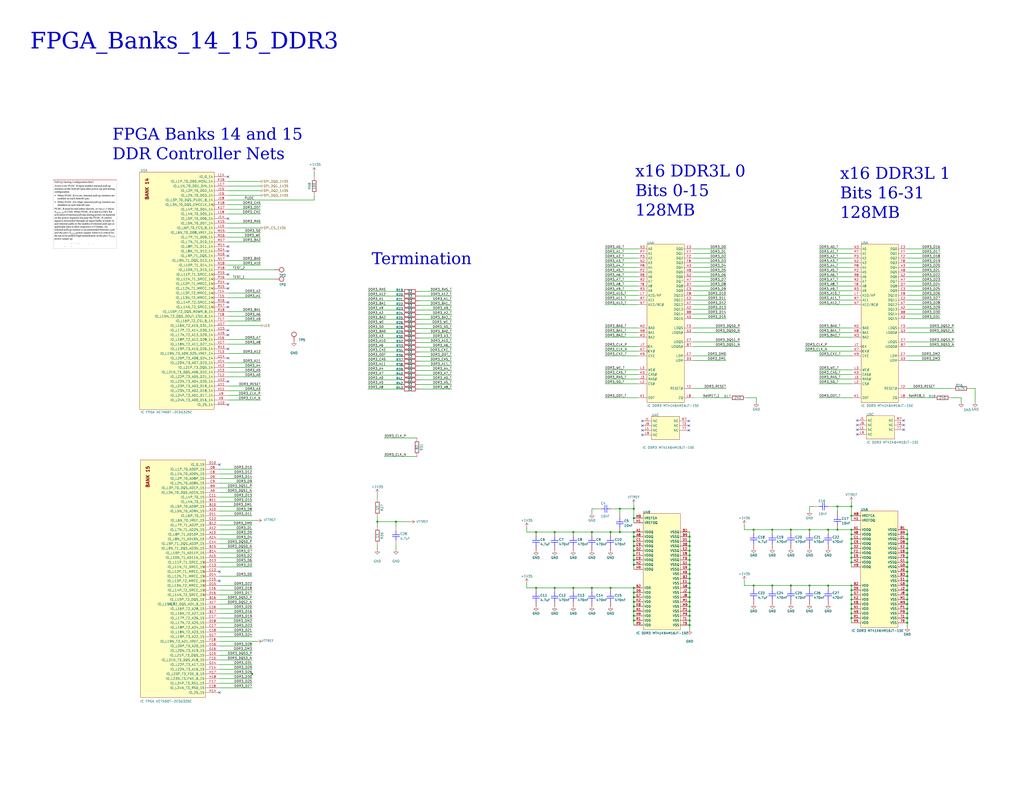
<source format=kicad_sch>
(kicad_sch (version 20230121) (generator eeschema)
  (paper "C")
  (lib_symbols
    (symbol "Custom_Power_Symbols:VTTREF" (power) (pin_names (offset 0))
      (property "Value" "VTTREF" (at 0 3.81 0))
      (symbol "VTTREF_1_1"
        (pin power_in line (at 0 0 90) (length 0) hide (name "VTTREF") (number "1"))
      )
    )
    (symbol "power:+1V35" (power) (pin_names (offset 0))
      (property "Value" "+1V35" (at 0 3.556 0))
      (symbol "+1V35_1_1"
        (pin power_in line (at 0 0 90) (length 0) hide (name "+1V35") (number "1"))
      )
    )
    (symbol "power:GND" (power) (pin_names (offset 0))
      (property "Value" "GND" (at 0 -3.81 0))
      (symbol "GND_1_1"
        (pin power_in line (at 0 0 270) (length 0) hide (name "GND") (number "1"))
      )
    )
    (symbol "root_0_IC FPGA XC7A50T-2CSG325C_1"
      (property "Reference" "U1" (at -29.0322 49.5554 0))
      (property "Value" "IC FPGA XC7A50T-2CSG325C" (at -28.0162 -3.937 0))
      (symbol "root_0_IC FPGA XC7A50T-2CSG325C_1_1_0"
        (text "BANK 14" (at -40.64 119.6848 900) (effects (font (size 1.778 1.778) bold) (justify left bottom)))
        (pin bidirectional line (at 2.54 109.5248 180) (length 7.62) (name "IO_L5P_T0_D06_14") (number "J14"))
        (pin bidirectional line (at 2.54 124.7648 180) (length 7.62) (name "IO_L2P_T0_D02_14") (number "J15"))
        (pin bidirectional line (at 2.54 122.2248 180) (length 7.62) (name "IO_L2N_T0_D03_14") (number "J16"))
        (pin bidirectional line (at 2.54 119.6848 180) (length 7.62) (name "IO_L3P_T0_DQS_PUDC_B_14") (number "J18"))
        (pin bidirectional line (at 2.54 106.9848 180) (length 7.62) (name "IO_L5N_T0_D07_14") (number "K15"))
        (pin bidirectional line (at 2.54 129.8448 180) (length 7.62) (name "IO_L1P_T0_D00_MOSI_14") (number "K16"))
        (pin bidirectional line (at 2.54 114.6048 180) (length 7.62) (name "IO_L4P_T0_D04_14") (number "K17"))
        (pin bidirectional clock (at 2.54 117.1448 180) (length 7.62) (name "IO_L3N_T0_DQS_EMCCLK_14") (number "K18"))
        (pin bidirectional line (at 2.54 132.3848 180) (length 7.62) (name "IO_0_14") (number "L14"))
        (pin bidirectional line (at 2.54 104.4448 180) (length 7.62) (name "IO_L6P_T0_FCS_B_14") (number "L15"))
        (pin bidirectional line (at 2.54 127.3048 180) (length 7.62) (name "IO_L1N_T0_D01_DIN_14") (number "L17"))
        (pin bidirectional line (at 2.54 112.0648 180) (length 7.62) (name "IO_L4N_T0_D05_14") (number "L18"))
        (pin bidirectional line (at 2.54 94.2848 180) (length 7.62) (name "IO_L8P_T1_D11_14") (number "M14"))
        (pin bidirectional line (at 2.54 101.9048 180) (length 7.62) (name "IO_L6N_T0_D08_VREF_14") (number "M15"))
        (pin bidirectional line (at 2.54 99.3648 180) (length 7.62) (name "IO_L7P_T1_D09_14") (number "M16"))
        (pin bidirectional line (at 2.54 96.8248 180) (length 7.62) (name "IO_L7N_T1_D10_14") (number "M17"))
        (pin bidirectional line (at 2.54 91.7448 180) (length 7.62) (name "IO_L8N_T1_D12_14") (number "N14"))
        (pin bidirectional line (at 2.54 89.2048 180) (length 7.62) (name "IO_L9P_T1_DQS_14") (number "N16"))
        (pin bidirectional line (at 2.54 86.6648 180) (length 7.62) (name "IO_L9N_T1_DQS_D13_14") (number "N17"))
        (pin bidirectional line (at 2.54 84.1248 180) (length 7.62) (name "IO_L10P_T1_D14_14") (number "N18"))
        (pin bidirectional clock (at 2.54 73.9648 180) (length 7.62) (name "IO_L12P_T1_MRCC_14") (number "P14"))
        (pin bidirectional clock (at 2.54 79.0448 180) (length 7.62) (name "IO_L11P_T1_SRCC_14") (number "P15"))
        (pin bidirectional clock (at 2.54 76.5048 180) (length 7.62) (name "IO_L11N_T1_SRCC_14") (number "P16"))
        (pin bidirectional line (at 2.54 81.5848 180) (length 7.62) (name "IO_L10N_T1_D15_14") (number "P18"))
        (pin bidirectional line (at 2.54 38.4048 180) (length 7.62) (name "IO_L19P_T3_A10_D26_14") (number "R13"))
        (pin bidirectional clock (at 2.54 71.4248 180) (length 7.62) (name "IO_L12N_T1_MRCC_14") (number "R15"))
        (pin bidirectional clock (at 2.54 63.8048 180) (length 7.62) (name "IO_L14P_T2_SRCC_14") (number "R16"))
        (pin bidirectional clock (at 2.54 61.2648 180) (length 7.62) (name "IO_L14N_T2_SRCC_14") (number "R17"))
        (pin bidirectional line (at 2.54 58.7248 180) (length 7.62) (name "IO_L15P_T2_DQS_RDWR_B_14") (number "R18"))
        (pin bidirectional line (at 2.54 23.1648 180) (length 7.62) (name "IO_L22P_T3_A05_D21_14") (number "T12"))
        (pin bidirectional line (at 2.54 35.8648 180) (length 7.62) (name "IO_L19N_T3_A09_D25_VREF_14") (number "T13"))
        (pin bidirectional clock (at 2.54 68.8848 180) (length 7.62) (name "IO_L13P_T2_MRCC_14") (number "T14"))
        (pin bidirectional clock (at 2.54 66.3448 180) (length 7.62) (name "IO_L13N_T2_MRCC_14") (number "T15"))
        (pin bidirectional line (at 2.54 53.6448 180) (length 7.62) (name "IO_L16P_T2_CSI_B_14") (number "T17"))
        (pin bidirectional line (at 2.54 56.1848 180) (length 7.62) (name "IO_L15N_T2_DQS_DOUT_CSO_B_14") (number "T18"))
        (pin bidirectional line (at 2.54 7.9248 180) (length 7.62) (name "IO_25_14") (number "U10"))
        (pin bidirectional line (at 2.54 18.0848 180) (length 7.62) (name "IO_L23P_T3_A03_D19_14") (number "U11"))
        (pin bidirectional line (at 2.54 20.6248 180) (length 7.62) (name "IO_L22N_T3_A04_D20_14") (number "U12"))
        (pin bidirectional line (at 2.54 33.3248 180) (length 7.62) (name "IO_L20P_T3_A08_D24_14") (number "U14"))
        (pin bidirectional line (at 2.54 48.5648 180) (length 7.62) (name "IO_L17P_T2_A14_D30_14") (number "U15"))
        (pin bidirectional line (at 2.54 46.0248 180) (length 7.62) (name "IO_L17N_T2_A13_D29_14") (number "U16"))
        (pin bidirectional line (at 2.54 51.1048 180) (length 7.62) (name "IO_L16N_T2_A15_D31_14") (number "U17"))
        (pin bidirectional line (at 2.54 13.0048 180) (length 7.62) (name "IO_L24P_T3_A01_D17_14") (number "U9"))
        (pin bidirectional line (at 2.54 15.5448 180) (length 7.62) (name "IO_L23N_T3_A02_D18_14") (number "V11"))
        (pin bidirectional line (at 2.54 28.2448 180) (length 7.62) (name "IO_L21P_T3_DQS_14") (number "V12"))
        (pin bidirectional line (at 2.54 25.7048 180) (length 7.62) (name "IO_L21N_T3_DQS_A06_D22_14") (number "V13"))
        (pin bidirectional line (at 2.54 30.7848 180) (length 7.62) (name "IO_L20N_T3_A07_D23_14") (number "V14"))
        (pin bidirectional line (at 2.54 43.4848 180) (length 7.62) (name "IO_L18P_T2_A12_D28_14") (number "V16"))
        (pin bidirectional line (at 2.54 40.9448 180) (length 7.62) (name "IO_L18N_T2_A11_D27_14") (number "V17"))
        (pin bidirectional line (at 2.54 10.4648 180) (length 7.62) (name "IO_L24N_T3_A00_D16_14") (number "V9"))
      )
      (symbol "root_0_IC FPGA XC7A50T-2CSG325C_1_2_0"
        (text "BANK 15" (at -38.9636 113.6142 900) (effects (font (size 1.778 1.778) bold) (justify left bottom)))
        (pin bidirectional line (at -0.8636 100.9142 180) (length 7.62) (name "IO_L5N_T0_AD9N_15") (number "A10"))
        (pin bidirectional line (at -0.8636 90.7542 180) (length 7.62) (name "IO_L7N_T1_AD2N_15") (number "A12"))
        (pin bidirectional line (at -0.8636 88.2142 180) (length 7.62) (name "IO_L8P_T1_AD10P_15") (number "A13"))
        (pin bidirectional line (at -0.8636 85.6742 180) (length 7.62) (name "IO_L8N_T1_AD10N_15") (number "A14"))
        (pin bidirectional line (at -0.8636 75.5142 180) (length 7.62) (name "IO_L10N_T1_AD11N_15") (number "A15"))
        (pin bidirectional line (at -0.8636 50.1142 180) (length 7.62) (name "IO_L15N_T2_DQS_ADV_B_15") (number "A17"))
        (pin bidirectional line (at -0.8636 111.0742 180) (length 7.62) (name "IO_L3N_T0_DQS_AD1N_15") (number "A9"))
        (pin bidirectional line (at -0.8636 103.4542 180) (length 7.62) (name "IO_L5P_T0_AD9P_15") (number "B10"))
        (pin bidirectional line (at -0.8636 105.9942 180) (length 7.62) (name "IO_L4N_T0_15") (number "B11"))
        (pin bidirectional line (at -0.8636 93.2942 180) (length 7.62) (name "IO_L7P_T1_AD2P_15") (number "B12"))
        (pin bidirectional line (at -0.8636 78.0542 180) (length 7.62) (name "IO_L10P_T1_AD11P_15") (number "B14"))
        (pin bidirectional line (at -0.8636 80.5942 180) (length 7.62) (name "IO_L9N_T1_DQS_AD3N_15") (number "B15"))
        (pin bidirectional line (at -0.8636 52.6542 180) (length 7.62) (name "IO_L15P_T2_DQS_15") (number "B16"))
        (pin bidirectional line (at -0.8636 45.0342 180) (length 7.62) (name "IO_L16N_T2_A27_15") (number "B17"))
        (pin bidirectional line (at -0.8636 113.6142 180) (length 7.62) (name "IO_L3P_T0_DQS_AD1P_15") (number "B9"))
        (pin bidirectional line (at -0.8636 108.5342 180) (length 7.62) (name "IO_L4P_T0_15") (number "C11"))
        (pin bidirectional line (at -0.8636 95.8342 180) (length 7.62) (name "IO_L6N_T0_VREF_15") (number "C12"))
        (pin bidirectional clock (at -0.8636 70.4342 180) (length 7.62) (name "IO_L11N_T1_SRCC_15") (number "C13"))
        (pin bidirectional line (at -0.8636 83.1342 180) (length 7.62) (name "IO_L9P_T1_DQS_AD3P_15") (number "C14"))
        (pin bidirectional line (at -0.8636 47.5742 180) (length 7.62) (name "IO_L16P_T2_A28_15") (number "C16"))
        (pin bidirectional line (at -0.8636 37.4142 180) (length 7.62) (name "IO_L18P_T2_A24_15") (number "C17"))
        (pin bidirectional line (at -0.8636 34.8742 180) (length 7.62) (name "IO_L18N_T2_A23_15") (number "C18"))
        (pin bidirectional line (at -0.8636 121.2342 180) (length 7.62) (name "IO_L1N_T0_AD0N_15") (number "C8"))
        (pin bidirectional line (at -0.8636 116.1542 180) (length 7.62) (name "IO_L2N_T0_AD8N_15") (number "C9"))
        (pin bidirectional line (at -0.8636 126.3142 180) (length 7.62) (name "IO_0_15") (number "D10"))
        (pin bidirectional line (at -0.8636 98.3742 180) (length 7.62) (name "IO_L6P_T0_15") (number "D11"))
        (pin bidirectional clock (at -0.8636 72.9742 180) (length 7.62) (name "IO_L11P_T1_SRCC_15") (number "D13"))
        (pin bidirectional clock (at -0.8636 65.3542 180) (length 7.62) (name "IO_L12N_T1_MRCC_15") (number "D14"))
        (pin bidirectional clock (at -0.8636 60.2742 180) (length 7.62) (name "IO_L13N_T2_MRCC_15") (number "D15"))
        (pin bidirectional clock (at -0.8636 55.1942 180) (length 7.62) (name "IO_L14N_T2_SRCC_15") (number "D16"))
        (pin bidirectional line (at -0.8636 39.9542 180) (length 7.62) (name "IO_L17N_T2_A25_15") (number "D18"))
        (pin bidirectional line (at -0.8636 123.7742 180) (length 7.62) (name "IO_L1P_T0_AD0P_15") (number "D8"))
        (pin bidirectional line (at -0.8636 118.6942 180) (length 7.62) (name "IO_L2P_T0_AD8P_15") (number "D9"))
        (pin bidirectional clock (at -0.8636 67.8942 180) (length 7.62) (name "IO_L12P_T1_MRCC_15") (number "E13"))
        (pin bidirectional clock (at -0.8636 62.8142 180) (length 7.62) (name "IO_L13P_T2_MRCC_15") (number "E15"))
        (pin bidirectional clock (at -0.8636 57.7342 180) (length 7.62) (name "IO_L14P_T2_SRCC_15") (number "E16"))
        (pin bidirectional line (at -0.8636 42.4942 180) (length 7.62) (name "IO_L17P_T2_A26_15") (number "E17"))
        (pin bidirectional line (at -0.8636 4.3942 180) (length 7.62) (name "IO_L24N_T3_RS0_15") (number "E18"))
        (pin bidirectional line (at -0.8636 14.5542 180) (length 7.62) (name "IO_L22N_T3_A16_15") (number "F14"))
        (pin bidirectional line (at -0.8636 19.6342 180) (length 7.62) (name "IO_L21N_T3_DQS_A18_15") (number "F15"))
        (pin bidirectional line (at -0.8636 6.9342 180) (length 7.62) (name "IO_L24P_T3_RS1_15") (number "F17"))
        (pin bidirectional line (at -0.8636 29.7942 180) (length 7.62) (name "IO_L19N_T3_A21_VREF_15") (number "F18"))
        (pin bidirectional line (at -0.8636 17.0942 180) (length 7.62) (name "IO_L22P_T3_A17_15") (number "G14"))
        (pin bidirectional line (at -0.8636 22.1742 180) (length 7.62) (name "IO_L21P_T3_DQS_15") (number "G15"))
        (pin bidirectional line (at -0.8636 24.7142 180) (length 7.62) (name "IO_L20N_T3_A19_15") (number "G16"))
        (pin bidirectional line (at -0.8636 32.3342 180) (length 7.62) (name "IO_L19P_T3_A22_15") (number "G17"))
        (pin bidirectional line (at -0.8636 1.8542 180) (length 7.62) (name "IO_25_15") (number "H14"))
        (pin bidirectional line (at -0.8636 27.2542 180) (length 7.62) (name "IO_L20P_T3_A20_15") (number "H16"))
        (pin bidirectional line (at -0.8636 12.0142 180) (length 7.62) (name "IO_L23P_T3_FOE_B_15") (number "H17"))
        (pin bidirectional line (at -0.8636 9.4742 180) (length 7.62) (name "IO_L23N_T3_FWE_B_15") (number "H18"))
      )
      (symbol "root_0_IC FPGA XC7A50T-2CSG325C_1_3_0"
        (text "BANK 34" (at -38.7858 113.3348 900) (effects (font (size 1.778 1.778) bold) (justify left bottom)))
        (pin bidirectional line (at -5.7658 115.8748 180) (length 7.62) (name "IO_L2N_T0_34") (number "J4"))
        (pin bidirectional line (at -5.7658 118.4148 180) (length 7.62) (name "IO_L2P_T0_34") (number "J5"))
        (pin bidirectional line (at -5.7658 126.0348 180) (length 7.62) (name "IO_0_34") (number "J6"))
        (pin bidirectional line (at -5.7658 110.7948 180) (length 7.62) (name "IO_L3N_T0_DQS_34") (number "K1"))
        (pin bidirectional line (at -5.7658 113.3348 180) (length 7.62) (name "IO_L3P_T0_DQS_34") (number "K2"))
        (pin bidirectional line (at -5.7658 108.2548 180) (length 7.62) (name "IO_L4P_T0_34") (number "K3"))
        (pin bidirectional line (at -5.7658 120.9548 180) (length 7.62) (name "IO_L1N_T0_34") (number "K5"))
        (pin bidirectional line (at -5.7658 123.4948 180) (length 7.62) (name "IO_L1P_T0_34") (number "K6"))
        (pin bidirectional line (at -5.7658 105.7148 180) (length 7.62) (name "IO_L4N_T0_34") (number "L2"))
        (pin bidirectional line (at -5.7658 100.6348 180) (length 7.62) (name "IO_L5N_T0_34") (number "L3"))
        (pin bidirectional line (at -5.7658 103.1748 180) (length 7.62) (name "IO_L5P_T0_34") (number "L4"))
        (pin bidirectional line (at -5.7658 98.0948 180) (length 7.62) (name "IO_L6P_T0_34") (number "L5"))
        (pin bidirectional line (at -5.7658 90.4748 180) (length 7.62) (name "IO_L7N_T1_34") (number "M1"))
        (pin bidirectional line (at -5.7658 93.0148 180) (length 7.62) (name "IO_L7P_T1_34") (number "M2"))
        (pin bidirectional line (at -5.7658 77.7748 180) (length 7.62) (name "IO_L10P_T1_34") (number "M4"))
        (pin bidirectional line (at -5.7658 95.5548 180) (length 7.62) (name "IO_L6N_T0_VREF_34") (number "M5"))
        (pin bidirectional line (at -5.7658 87.9348 180) (length 7.62) (name "IO_L8P_T1_34") (number "M6"))
        (pin bidirectional line (at -5.7658 82.8548 180) (length 7.62) (name "IO_L9P_T1_DQS_34") (number "N1"))
        (pin bidirectional clock (at -5.7658 70.1548 180) (length 7.62) (name "IO_L11N_T1_SRCC_34") (number "N2"))
        (pin bidirectional clock (at -5.7658 72.6948 180) (length 7.62) (name "IO_L11P_T1_SRCC_34") (number "N3"))
        (pin bidirectional line (at -5.7658 75.2348 180) (length 7.62) (name "IO_L10N_T1_34") (number "N4"))
        (pin bidirectional line (at -5.7658 85.3948 180) (length 7.62) (name "IO_L8N_T1_34") (number "N6"))
        (pin bidirectional line (at -5.7658 80.3148 180) (length 7.62) (name "IO_L9N_T1_DQS_34") (number "P1"))
        (pin bidirectional clock (at -5.7658 65.0748 180) (length 7.62) (name "IO_L12N_T1_MRCC_34") (number "P3"))
        (pin bidirectional clock (at -5.7658 67.6148 180) (length 7.62) (name "IO_L12P_T1_MRCC_34") (number "P4"))
        (pin bidirectional line (at -5.7658 29.5148 180) (length 7.62) (name "IO_L19N_T3_VREF_34") (number "P5"))
        (pin bidirectional line (at -5.7658 32.0548 180) (length 7.62) (name "IO_L19P_T3_34") (number "P6"))
        (pin bidirectional clock (at -5.7658 59.9948 180) (length 7.62) (name "IO_L13N_T2_MRCC_34") (number "R1"))
        (pin bidirectional clock (at -5.7658 62.5348 180) (length 7.62) (name "IO_L13P_T2_MRCC_34") (number "R2"))
        (pin bidirectional clock (at -5.7658 57.4548 180) (length 7.62) (name "IO_L14P_T2_SRCC_34") (number "R3"))
        (pin bidirectional line (at -5.7658 21.8948 180) (length 7.62) (name "IO_L21P_T3_DQS_34") (number "R5"))
        (pin bidirectional line (at -5.7658 1.5748 180) (length 7.62) (name "IO_25_34") (number "R6"))
        (pin bidirectional line (at -5.7658 16.8148 180) (length 7.62) (name "IO_L22P_T3_34") (number "R7"))
        (pin bidirectional clock (at -5.7658 54.9148 180) (length 7.62) (name "IO_L14N_T2_SRCC_34") (number "T2"))
        (pin bidirectional line (at -5.7658 39.6748 180) (length 7.62) (name "IO_L17N_T2_34") (number "T3"))
        (pin bidirectional line (at -5.7658 42.2148 180) (length 7.62) (name "IO_L17P_T2_34") (number "T4"))
        (pin bidirectional line (at -5.7658 19.3548 180) (length 7.62) (name "IO_L21N_T3_DQS_34") (number "T5"))
        (pin bidirectional line (at -5.7658 14.2748 180) (length 7.62) (name "IO_L22N_T3_34") (number "T7"))
        (pin bidirectional line (at -5.7658 49.8348 180) (length 7.62) (name "IO_L15N_T2_DQS_34") (number "U1"))
        (pin bidirectional line (at -5.7658 52.3748 180) (length 7.62) (name "IO_L15P_T2_DQS_34") (number "U2"))
        (pin bidirectional line (at -5.7658 37.1348 180) (length 7.62) (name "IO_L18P_T2_34") (number "U4"))
        (pin bidirectional line (at -5.7658 24.4348 180) (length 7.62) (name "IO_L20N_T3_34") (number "U5"))
        (pin bidirectional line (at -5.7658 26.9748 180) (length 7.62) (name "IO_L20P_T3_34") (number "U6"))
        (pin bidirectional line (at -5.7658 11.7348 180) (length 7.62) (name "IO_L23P_T3_34") (number "U7"))
        (pin bidirectional line (at -5.7658 44.7548 180) (length 7.62) (name "IO_L16N_T2_34") (number "V2"))
        (pin bidirectional line (at -5.7658 47.2948 180) (length 7.62) (name "IO_L16P_T2_34") (number "V3"))
        (pin bidirectional line (at -5.7658 34.5948 180) (length 7.62) (name "IO_L18N_T2_34") (number "V4"))
        (pin bidirectional line (at -5.7658 9.1948 180) (length 7.62) (name "IO_L23N_T3_34") (number "V6"))
        (pin bidirectional line (at -5.7658 4.1148 180) (length 7.62) (name "IO_L24N_T3_34") (number "V7"))
        (pin bidirectional line (at -5.7658 6.6548 180) (length 7.62) (name "IO_L24P_T3_34") (number "V8"))
      )
      (symbol "root_0_IC FPGA XC7A50T-2CSG325C_1_4_0"
        (pin input line (at 39.2684 88.6206 180) (length 7.62) (name "CFGBVS_0") (number "E12"))
        (pin bidirectional clock (at 39.2684 111.4806 180) (length 7.62) (name "CCLK_0") (number "E8"))
        (pin bidirectional line (at 39.2684 98.7806 180) (length 7.62) (name "DONE_0") (number "F12"))
        (pin input line (at 39.2684 103.8606 180) (length 7.62) (name "M2_0") (number "F13"))
        (pin input clock (at 39.2684 119.1006 180) (length 7.62) (name "TCK_0") (number "F8"))
        (pin input line (at 39.2684 83.5406 180) (length 7.62) (name "VP_0") (number "K10"))
        (pin input line (at 39.2684 73.3806 180) (length 7.62) (name "VREFN_0") (number "K9"))
        (pin input line (at 39.2684 75.9206 180) (length 7.62) (name "VREFP_0") (number "L10"))
        (pin input line (at 39.2684 81.0006 180) (length 7.62) (name "VN_0") (number "L9"))
        (pin input line (at 39.2684 68.3006 180) (length 7.62) (name "DXP_0") (number "M10"))
        (pin input line (at 39.2684 65.7606 180) (length 7.62) (name "DXN_0") (number "M9"))
        (pin input line (at 39.2684 91.1606 180) (length 7.62) (name "PROGRAM_B_0") (number "P10"))
        (pin input line (at 39.2684 106.4006 180) (length 7.62) (name "M1_0") (number "R11"))
        (pin input line (at 39.2684 108.9406 180) (length 7.62) (name "M0_0") (number "R12"))
        (pin input line (at 39.2684 116.5606 180) (length 7.62) (name "TMS_0") (number "R8"))
        (pin bidirectional line (at 39.2684 96.2406 180) (length 7.62) (name "INIT_B_0") (number "T10"))
        (pin output line (at 39.2684 121.6406 180) (length 7.62) (name "TDO_0") (number "T8"))
        (pin input line (at 39.2684 124.1806 180) (length 7.62) (name "TDI_0") (number "T9"))
      )
      (symbol "root_0_IC FPGA XC7A50T-2CSG325C_1_5_0"
        (pin input line (at 7.62 22.86 180) (length 7.62) (name "MGTPRXN1_216") (number "A3"))
        (pin input line (at 7.62 20.32 180) (length 7.62) (name "MGTPRXP1_216") (number "A4"))
        (pin input line (at -53.34 2.54 0) (length 7.62) (name "MGTRREF_216") (number "A6"))
        (pin output line (at -53.34 33.02 0) (length 7.62) (name "MGTPTXN3_216") (number "B1"))
        (pin output line (at -53.34 30.48 0) (length 7.62) (name "MGTPTXP3_216") (number "B2"))
        (pin input clock (at 7.62 10.16 180) (length 7.62) (name "MGTREFCLK1N_216") (number "B5"))
        (pin input clock (at 7.62 7.62 180) (length 7.62) (name "MGTREFCLK1P_216") (number "B6"))
        (pin input line (at 7.62 27.94 180) (length 7.62) (name "MGTPRXN2_216") (number "C3"))
        (pin input line (at 7.62 25.4 180) (length 7.62) (name "MGTPRXP2_216") (number "C4"))
        (pin output line (at -53.34 27.94 0) (length 7.62) (name "MGTPTXN2_216") (number "D1"))
        (pin output line (at -53.34 25.4 0) (length 7.62) (name "MGTPTXP2_216") (number "D2"))
        (pin input clock (at 7.62 5.08 180) (length 7.62) (name "MGTREFCLK0N_216") (number "D5"))
        (pin input clock (at 7.62 2.54 180) (length 7.62) (name "MGTREFCLK0P_216") (number "D6"))
        (pin input line (at 7.62 17.78 180) (length 7.62) (name "MGTPRXN0_216") (number "E3"))
        (pin input line (at 7.62 15.24 180) (length 7.62) (name "MGTPRXP0_216") (number "E4"))
        (pin output line (at -53.34 22.86 0) (length 7.62) (name "MGTPTXN1_216") (number "F1"))
        (pin output line (at -53.34 20.32 0) (length 7.62) (name "MGTPTXP1_216") (number "F2"))
        (pin input line (at 7.62 33.02 180) (length 7.62) (name "MGTPRXN3_216") (number "G3"))
        (pin input line (at 7.62 30.48 180) (length 7.62) (name "MGTPRXP3_216") (number "G4"))
        (pin output line (at -53.34 17.78 0) (length 7.62) (name "MGTPTXN0_216") (number "H1"))
        (pin output line (at -53.34 15.24 0) (length 7.62) (name "MGTPTXP0_216") (number "H2"))
      )
      (symbol "root_0_IC FPGA XC7A50T-2CSG325C_1_6_0"
        (pin power_in line (at -38.1 2.54 0) (length 7.62) (name "MGTAVTT") (number "A2"))
        (pin power_in line (at 7.62 2.54 180) (length 7.62) (name "MGTAVCC") (number "B4"))
        (pin power_in line (at -38.1 5.08 0) (length 7.62) (name "MGTAVTT") (number "C1"))
        (pin power_in line (at 7.62 5.08 180) (length 7.62) (name "MGTAVCC") (number "C5"))
        (pin power_in line (at -38.1 7.62 0) (length 7.62) (name "MGTAVTT") (number "E1"))
        (pin power_in line (at 7.62 7.62 180) (length 7.62) (name "MGTAVCC") (number "E5"))
        (pin power_in line (at -38.1 10.16 0) (length 7.62) (name "MGTAVTT") (number "F3"))
        (pin power_in line (at 7.62 10.16 180) (length 7.62) (name "MGTAVCC") (number "F5"))
        (pin power_in line (at -38.1 12.7 0) (length 7.62) (name "MGTAVTT") (number "G2"))
      )
      (symbol "root_0_IC FPGA XC7A50T-2CSG325C_1_7_0"
        (pin power_in line (at -33.02 2.54 0) (length 7.62) (name "VCCO_15") (number "A16"))
        (pin power_in line (at -33.02 5.08 0) (length 7.62) (name "VCCO_15") (number "B13"))
        (pin power_in line (at -33.02 7.62 0) (length 7.62) (name "VCCO_15") (number "C10"))
        (pin power_in line (at -33.02 10.16 0) (length 7.62) (name "VCCO_15") (number "D17"))
        (pin power_in line (at 7.62 2.54 180) (length 7.62) (name "VCCO_0") (number "E10"))
        (pin power_in line (at -33.02 12.7 0) (length 7.62) (name "VCCO_15") (number "E14"))
        (pin power_in line (at -33.02 15.24 0) (length 7.62) (name "VCCO_15") (number "G18"))
        (pin power_in line (at -33.02 17.78 0) (length 7.62) (name "VCCO_15") (number "H15"))
        (pin power_in line (at 7.62 10.16 180) (length 7.62) (name "VCCO_14") (number "L16"))
        (pin power_in line (at -33.02 22.86 0) (length 7.62) (name "VCCO_34") (number "L6"))
        (pin power_in line (at -33.02 25.4 0) (length 7.62) (name "VCCO_34") (number "M3"))
        (pin power_in line (at 7.62 12.7 180) (length 7.62) (name "VCCO_14") (number "P17"))
        (pin power_in line (at -33.02 27.94 0) (length 7.62) (name "VCCO_34") (number "P7"))
        (pin power_in line (at 7.62 5.08 180) (length 7.62) (name "VCCO_0") (number "R10"))
        (pin power_in line (at 7.62 15.24 180) (length 7.62) (name "VCCO_14") (number "R14"))
        (pin power_in line (at -33.02 30.48 0) (length 7.62) (name "VCCO_34") (number "R4"))
        (pin power_in line (at -33.02 33.02 0) (length 7.62) (name "VCCO_34") (number "T1"))
        (pin power_in line (at 7.62 17.78 180) (length 7.62) (name "VCCO_14") (number "T11"))
        (pin power_in line (at 7.62 22.86 180) (length 7.62) (name "VCCO_14") (number "U18"))
        (pin power_in line (at 7.62 20.32 180) (length 7.62) (name "VCCO_14") (number "U8"))
        (pin power_in line (at 7.62 25.4 180) (length 7.62) (name "VCCO_14") (number "V15"))
        (pin power_in line (at -33.02 35.56 0) (length 7.62) (name "VCCO_34") (number "V5"))
      )
      (symbol "root_0_IC FPGA XC7A50T-2CSG325C_1_8_0"
        (pin power_in line (at -38.1 2.54 0) (length 7.62) (name "VCCBATT_0") (number "E11"))
        (pin power_in line (at -38.1 27.94 0) (length 7.62) (name "VCCBRAM") (number "F11"))
        (pin power_in line (at 7.62 2.54 180) (length 7.62) (name "VCCINT") (number "F7"))
        (pin power_in line (at 7.62 5.08 180) (length 7.62) (name "VCCINT") (number "F9"))
        (pin power_in line (at -38.1 30.48 0) (length 7.62) (name "VCCBRAM") (number "G10"))
        (pin power_in line (at -38.1 12.7 0) (length 7.62) (name "VCCAUX") (number "G12"))
        (pin power_in line (at 7.62 7.62 180) (length 7.62) (name "VCCINT") (number "G8"))
        (pin power_in line (at -38.1 33.02 0) (length 7.62) (name "VCCBRAM") (number "H11"))
        (pin power_in line (at -38.1 15.24 0) (length 7.62) (name "VCCAUX") (number "H13"))
        (pin power_in line (at 7.62 10.16 180) (length 7.62) (name "VCCINT") (number "H7"))
        (pin power_in line (at 7.62 12.7 180) (length 7.62) (name "VCCINT") (number "H9"))
        (pin power_out line (at -38.1 7.62 0) (length 7.62) (name "VCCADC_0") (number "J10"))
        (pin power_in line (at 7.62 17.78 180) (length 7.62) (name "VCCINT") (number "J12"))
        (pin power_in line (at 7.62 15.24 180) (length 7.62) (name "VCCINT") (number "J8"))
        (pin power_in line (at 7.62 22.86 180) (length 7.62) (name "VCCINT") (number "K11"))
        (pin power_in line (at -38.1 17.78 0) (length 7.62) (name "VCCAUX") (number "K13"))
        (pin power_in line (at 7.62 20.32 180) (length 7.62) (name "VCCINT") (number "K7"))
        (pin power_in line (at 7.62 27.94 180) (length 7.62) (name "VCCINT") (number "L12"))
        (pin power_in line (at 7.62 25.4 180) (length 7.62) (name "VCCINT") (number "L8"))
        (pin power_in line (at 7.62 33.02 180) (length 7.62) (name "VCCINT") (number "M11"))
        (pin power_in line (at -38.1 20.32 0) (length 7.62) (name "VCCAUX") (number "M13"))
        (pin power_in line (at 7.62 30.48 180) (length 7.62) (name "VCCINT") (number "M7"))
        (pin power_in line (at 7.62 38.1 180) (length 7.62) (name "VCCINT") (number "N10"))
        (pin power_in line (at 7.62 40.64 180) (length 7.62) (name "VCCINT") (number "N12"))
        (pin power_in line (at 7.62 35.56 180) (length 7.62) (name "VCCINT") (number "N8"))
        (pin power_in line (at 7.62 45.72 180) (length 7.62) (name "VCCINT") (number "P11"))
        (pin power_in line (at -38.1 22.86 0) (length 7.62) (name "VCCAUX") (number "P13"))
        (pin power_in line (at 7.62 43.18 180) (length 7.62) (name "VCCINT") (number "P9"))
      )
      (symbol "root_0_IC FPGA XC7A50T-2CSG325C_1_9_0"
        (pin power_in line (at 7.62 2.54 180) (length 7.62) (name "GND") (number "A1"))
        (pin power_in line (at 7.62 12.7 180) (length 7.62) (name "GND") (number "A11"))
        (pin power_in line (at 7.62 15.24 180) (length 7.62) (name "GND") (number "A18"))
        (pin power_in line (at 7.62 5.08 180) (length 7.62) (name "GND") (number "A5"))
        (pin power_in line (at 7.62 7.62 180) (length 7.62) (name "GND") (number "A7"))
        (pin power_in line (at 7.62 10.16 180) (length 7.62) (name "GND") (number "A8"))
        (pin power_in line (at 7.62 25.4 180) (length 7.62) (name "GND") (number "B18"))
        (pin power_in line (at 7.62 17.78 180) (length 7.62) (name "GND") (number "B3"))
        (pin power_in line (at 7.62 20.32 180) (length 7.62) (name "GND") (number "B7"))
        (pin power_in line (at 7.62 22.86 180) (length 7.62) (name "GND") (number "B8"))
        (pin power_in line (at 7.62 35.56 180) (length 7.62) (name "GND") (number "C15"))
        (pin power_in line (at 7.62 27.94 180) (length 7.62) (name "GND") (number "C2"))
        (pin power_in line (at 7.62 30.48 180) (length 7.62) (name "GND") (number "C6"))
        (pin power_in line (at 7.62 33.02 180) (length 7.62) (name "GND") (number "C7"))
        (pin power_in line (at 7.62 45.72 180) (length 7.62) (name "GND") (number "D12"))
        (pin power_in line (at 7.62 38.1 180) (length 7.62) (name "GND") (number "D3"))
        (pin power_in line (at 7.62 40.64 180) (length 7.62) (name "GND") (number "D4"))
        (pin power_in line (at 7.62 43.18 180) (length 7.62) (name "GND") (number "D7"))
        (pin power_in line (at 7.62 48.26 180) (length 7.62) (name "GND") (number "E2"))
        (pin power_in line (at 7.62 50.8 180) (length 7.62) (name "GND") (number "E6"))
        (pin power_in line (at 7.62 53.34 180) (length 7.62) (name "GND") (number "E7"))
        (pin power_in line (at 7.62 55.88 180) (length 7.62) (name "GND") (number "E9"))
        (pin power_in line (at 7.62 63.5 180) (length 7.62) (name "GND") (number "F10"))
        (pin power_in line (at 7.62 66.04 180) (length 7.62) (name "GND") (number "F16"))
        (pin power_in line (at 7.62 58.42 180) (length 7.62) (name "GND") (number "F4"))
        (pin power_in line (at 7.62 60.96 180) (length 7.62) (name "GND") (number "F6"))
        (pin power_in line (at 7.62 68.58 180) (length 7.62) (name "GND") (number "G1"))
        (pin power_in line (at 7.62 81.28 180) (length 7.62) (name "GND") (number "G11"))
        (pin power_in line (at 7.62 83.82 180) (length 7.62) (name "GND") (number "G13"))
        (pin power_in line (at 7.62 71.12 180) (length 7.62) (name "GND") (number "G5"))
        (pin power_in line (at 7.62 73.66 180) (length 7.62) (name "GND") (number "G6"))
        (pin power_in line (at 7.62 76.2 180) (length 7.62) (name "GND") (number "G7"))
        (pin power_in line (at 7.62 78.74 180) (length 7.62) (name "GND") (number "G9"))
        (pin power_in line (at -27.94 2.54 0) (length 7.62) (name "GND") (number "H10"))
        (pin power_in line (at -27.94 5.08 0) (length 7.62) (name "GND") (number "H12"))
        (pin power_in line (at 7.62 86.36 180) (length 7.62) (name "GND") (number "H3"))
        (pin power_in line (at 7.62 88.9 180) (length 7.62) (name "GND") (number "H4"))
        (pin power_in line (at 7.62 91.44 180) (length 7.62) (name "GND") (number "H5"))
        (pin power_in line (at 7.62 93.98 180) (length 7.62) (name "GND") (number "H6"))
        (pin power_in line (at 7.62 96.52 180) (length 7.62) (name "GND") (number "H8"))
        (pin power_in line (at -27.94 7.62 0) (length 7.62) (name "GND") (number "J1"))
        (pin power_in line (at -27.94 17.78 0) (length 7.62) (name "GND") (number "J11"))
        (pin power_in line (at -27.94 20.32 0) (length 7.62) (name "GND") (number "J13"))
        (pin power_in line (at -27.94 22.86 0) (length 7.62) (name "GND") (number "J17"))
        (pin power_in line (at -27.94 10.16 0) (length 7.62) (name "GND") (number "J2"))
        (pin power_in line (at -27.94 12.7 0) (length 7.62) (name "GND") (number "J3"))
        (pin power_in line (at -27.94 15.24 0) (length 7.62) (name "GND") (number "J7"))
        (pin power_in line (at -27.94 99.06 0) (length 7.62) (name "GNDADC_0") (number "J9"))
        (pin power_in line (at -27.94 30.48 0) (length 7.62) (name "GND") (number "K12"))
        (pin power_in line (at -27.94 33.02 0) (length 7.62) (name "GND") (number "K14"))
        (pin power_in line (at -27.94 25.4 0) (length 7.62) (name "GND") (number "K4"))
        (pin power_in line (at -27.94 27.94 0) (length 7.62) (name "GND") (number "K8"))
        (pin power_in line (at -27.94 35.56 0) (length 7.62) (name "GND") (number "L1"))
        (pin power_in line (at -27.94 40.64 0) (length 7.62) (name "GND") (number "L11"))
        (pin power_in line (at -27.94 43.18 0) (length 7.62) (name "GND") (number "L13"))
        (pin power_in line (at -27.94 38.1 0) (length 7.62) (name "GND") (number "L7"))
        (pin power_in line (at -27.94 48.26 0) (length 7.62) (name "GND") (number "M12"))
        (pin power_in line (at -27.94 50.8 0) (length 7.62) (name "GND") (number "M18"))
        (pin power_in line (at -27.94 45.72 0) (length 7.62) (name "GND") (number "M8"))
        (pin power_in line (at -27.94 60.96 0) (length 7.62) (name "GND") (number "N11"))
        (pin power_in line (at -27.94 63.5 0) (length 7.62) (name "GND") (number "N13"))
        (pin power_in line (at -27.94 66.04 0) (length 7.62) (name "GND") (number "N15"))
        (pin power_in line (at -27.94 53.34 0) (length 7.62) (name "GND") (number "N5"))
        (pin power_in line (at -27.94 55.88 0) (length 7.62) (name "GND") (number "N7"))
        (pin power_in line (at -27.94 58.42 0) (length 7.62) (name "GND") (number "N9"))
        (pin power_in line (at -27.94 73.66 0) (length 7.62) (name "GND") (number "P12"))
        (pin power_in line (at -27.94 68.58 0) (length 7.62) (name "GND") (number "P2"))
        (pin power_in line (at -27.94 71.12 0) (length 7.62) (name "GND") (number "P8"))
        (pin power_in line (at -27.94 76.2 0) (length 7.62) (name "GND") (number "R9"))
        (pin power_in line (at -27.94 81.28 0) (length 7.62) (name "GND") (number "T16"))
        (pin power_in line (at -27.94 78.74 0) (length 7.62) (name "GND") (number "T6"))
        (pin power_in line (at -27.94 86.36 0) (length 7.62) (name "GND") (number "U13"))
        (pin power_in line (at -27.94 83.82 0) (length 7.62) (name "GND") (number "U3"))
        (pin power_in line (at -27.94 88.9 0) (length 7.62) (name "GND") (number "V1"))
        (pin power_in line (at -27.94 91.44 0) (length 7.62) (name "GND") (number "V10"))
        (pin power_in line (at -27.94 93.98 0) (length 7.62) (name "GND") (number "V18"))
      )
    )
    (symbol "scratch-altium-import:root_0_CAP 4.7uF 6.3V X5R 0402"
      (symbol "root_0_CAP 4.7uF 6.3V X5R 0402_1_0"
        (pin passive line (at 0 -5.08 90) (length 2.54) (name "1") (number "1"))
        (pin passive line (at 0 5.08 270) (length 2.54) (name "2") (number "2"))
      )
    )
    (symbol "scratch-altium-import:root_0_CAP 470nF 6.3V X5R 0201"
      (symbol "root_0_CAP 470nF 6.3V X5R 0201_1_0"
        (pin passive line (at 0 -5.08 90) (length 2.54) (name "1") (number "1"))
        (pin passive line (at 0 5.08 270) (length 2.54) (name "2") (number "2"))
      )
    )
    (symbol "scratch-altium-import:root_0_IC DDR3 MT41K64M16JT-15E"
      (symbol "root_0_IC DDR3 MT41K64M16JT-15E_1_0"
        (pin bidirectional line (at 25.4 -35.56 180) (length 5.08) (name "DQ13") (number "A2"))
        (pin bidirectional line (at 25.4 -40.64 180) (length 5.08) (name "DQ15") (number "A3"))
        (pin bidirectional line (at 25.4 -33.02 180) (length 5.08) (name "DQ12") (number "A7"))
        (pin bidirectional line (at 25.4 -55.88 180) (length 5.08) (name "UDQS#") (number "B7"))
        (pin bidirectional line (at 25.4 -38.1 180) (length 5.08) (name "DQ14") (number "B8"))
        (pin bidirectional line (at 25.4 -30.48 180) (length 5.08) (name "DQ11") (number "C2"))
        (pin bidirectional line (at 25.4 -25.4 180) (length 5.08) (name "DQ9") (number "C3"))
        (pin bidirectional line (at 25.4 -53.34 180) (length 5.08) (name "UDQS") (number "C7"))
        (pin bidirectional line (at 25.4 -27.94 180) (length 5.08) (name "DQ10") (number "C8"))
        (pin input line (at 25.4 -63.5 180) (length 5.08) (name "UDM") (number "D3"))
        (pin bidirectional line (at 25.4 -22.86 180) (length 5.08) (name "DQ8") (number "D7"))
        (pin bidirectional line (at 25.4 -2.54 180) (length 5.08) (name "DQ0") (number "E3"))
        (pin input line (at 25.4 -60.96 180) (length 5.08) (name "LDM") (number "E7"))
        (pin bidirectional line (at 25.4 -7.62 180) (length 5.08) (name "DQ2") (number "F2"))
        (pin bidirectional line (at 25.4 -45.72 180) (length 5.08) (name "LDQS") (number "F3"))
        (pin bidirectional line (at 25.4 -5.08 180) (length 5.08) (name "DQ1") (number "F7"))
        (pin bidirectional line (at 25.4 -10.16 180) (length 5.08) (name "DQ3") (number "F8"))
        (pin bidirectional line (at 25.4 -17.78 180) (length 5.08) (name "DQ6") (number "G2"))
        (pin bidirectional line (at 25.4 -48.26 180) (length 5.08) (name "LDQS#") (number "G3"))
        (pin bidirectional line (at 25.4 -12.7 180) (length 5.08) (name "DQ4") (number "H3"))
        (pin bidirectional line (at 25.4 -20.32 180) (length 5.08) (name "DQ7") (number "H7"))
        (pin bidirectional line (at 25.4 -15.24 180) (length 5.08) (name "DQ5") (number "H8"))
        (pin input line (at -5.08 -73.66 0) (length 5.08) (name "RAS#") (number "J3"))
        (pin input clock (at -5.08 -55.88 0) (length 5.08) (name "CK") (number "J7"))
        (pin input line (at -5.08 -83.82 0) (length 5.08) (name "ODT") (number "K1"))
        (pin input line (at -5.08 -71.12 0) (length 5.08) (name "CAS#") (number "K3"))
        (pin input clock (at -5.08 -58.42 0) (length 5.08) (name "CK#") (number "K7"))
        (pin input line (at -5.08 -60.96 0) (length 5.08) (name "CKE") (number "K9"))
        (pin input line (at -5.08 -76.2 0) (length 5.08) (name "CS#") (number "L2"))
        (pin input line (at -5.08 -68.58 0) (length 5.08) (name "WE#") (number "L3"))
        (pin input line (at -5.08 -27.94 0) (length 5.08) (name "A10/AP") (number "L7"))
        (pin input line (at 25.4 -83.82 180) (length 5.08) (name "ZQ") (number "L8"))
        (pin input line (at -5.08 -45.72 0) (length 5.08) (name "BA0") (number "M2"))
        (pin input line (at -5.08 -50.8 0) (length 5.08) (name "BA2") (number "M3"))
        (pin input line (at -5.08 -10.16 0) (length 5.08) (name "A3") (number "N2"))
        (pin input line (at -5.08 -2.54 0) (length 5.08) (name "A0") (number "N3"))
        (pin input line (at -5.08 -33.02 0) (length 5.08) (name "A12/BC#") (number "N7"))
        (pin input line (at -5.08 -48.26 0) (length 5.08) (name "BA1") (number "N8"))
        (pin input line (at -5.08 -15.24 0) (length 5.08) (name "A5") (number "P2"))
        (pin input line (at -5.08 -7.62 0) (length 5.08) (name "A2") (number "P3"))
        (pin input line (at -5.08 -5.08 0) (length 5.08) (name "A1") (number "P7"))
        (pin input line (at -5.08 -12.7 0) (length 5.08) (name "A4") (number "P8"))
        (pin input line (at -5.08 -20.32 0) (length 5.08) (name "A7") (number "R2"))
        (pin input line (at -5.08 -25.4 0) (length 5.08) (name "A9") (number "R3"))
        (pin input line (at -5.08 -30.48 0) (length 5.08) (name "A11") (number "R7"))
        (pin input line (at -5.08 -17.78 0) (length 5.08) (name "A6") (number "R8"))
        (pin input line (at 25.4 -78.74 180) (length 5.08) (name "RESET#") (number "T2"))
        (pin input line (at -5.08 -22.86 0) (length 5.08) (name "A8") (number "T8"))
      )
      (symbol "root_0_IC DDR3 MT41K64M16JT-15E_2_0"
        (pin power_in line (at -5.08 -10.16 0) (length 5.08) (name "VDDQ") (number "A1"))
        (pin power_in line (at -5.08 -12.7 0) (length 5.08) (name "VDDQ") (number "A8"))
        (pin power_in line (at 25.4 -33.02 180) (length 5.08) (name "VSS") (number "A9"))
        (pin power_in line (at 25.4 -10.16 180) (length 5.08) (name "VSSQ") (number "B1"))
        (pin power_in line (at -5.08 -40.64 0) (length 5.08) (name "VDD") (number "B2"))
        (pin power_in line (at 25.4 -35.56 180) (length 5.08) (name "VSS") (number "B3"))
        (pin power_in line (at 25.4 -12.7 180) (length 5.08) (name "VSSQ") (number "B9"))
        (pin power_in line (at -5.08 -15.24 0) (length 5.08) (name "VDDQ") (number "C1"))
        (pin power_in line (at -5.08 -17.78 0) (length 5.08) (name "VDDQ") (number "C9"))
        (pin power_in line (at 25.4 -15.24 180) (length 5.08) (name "VSSQ") (number "D1"))
        (pin power_in line (at -5.08 -20.32 0) (length 5.08) (name "VDDQ") (number "D2"))
        (pin power_in line (at 25.4 -17.78 180) (length 5.08) (name "VSSQ") (number "D8"))
        (pin power_in line (at -5.08 -43.18 0) (length 5.08) (name "VDD") (number "D9"))
        (pin power_in line (at 25.4 -38.1 180) (length 5.08) (name "VSS") (number "E1"))
        (pin power_in line (at 25.4 -20.32 180) (length 5.08) (name "VSSQ") (number "E2"))
        (pin power_in line (at 25.4 -22.86 180) (length 5.08) (name "VSSQ") (number "E8"))
        (pin power_in line (at -5.08 -25.4 0) (length 5.08) (name "VDDQ") (number "E9"))
        (pin power_in line (at -5.08 -22.86 0) (length 5.08) (name "VDDQ") (number "F1"))
        (pin power_in line (at 25.4 -25.4 180) (length 5.08) (name "VSSQ") (number "F9"))
        (pin power_in line (at 25.4 -27.94 180) (length 5.08) (name "VSSQ") (number "G1"))
        (pin power_in line (at -5.08 -45.72 0) (length 5.08) (name "VDD") (number "G7"))
        (pin power_in line (at 25.4 -40.64 180) (length 5.08) (name "VSS") (number "G8"))
        (pin power_in line (at 25.4 -30.48 180) (length 5.08) (name "VSSQ") (number "G9"))
        (pin input line (at -5.08 -5.08 0) (length 5.08) (name "VREFDQ") (number "H1"))
        (pin power_in line (at -5.08 -27.94 0) (length 5.08) (name "VDDQ") (number "H2"))
        (pin power_in line (at -5.08 -30.48 0) (length 5.08) (name "VDDQ") (number "H9"))
        (pin power_in line (at 25.4 -43.18 180) (length 5.08) (name "VSS") (number "J2"))
        (pin power_in line (at 25.4 -45.72 180) (length 5.08) (name "VSS") (number "J8"))
        (pin power_in line (at -5.08 -48.26 0) (length 5.08) (name "VDD") (number "K2"))
        (pin power_in line (at -5.08 -50.8 0) (length 5.08) (name "VDD") (number "K8"))
        (pin power_in line (at 25.4 -48.26 180) (length 5.08) (name "VSS") (number "M1"))
        (pin input line (at -5.08 -2.54 0) (length 5.08) (name "VREFCA") (number "M8"))
        (pin power_in line (at 25.4 -50.8 180) (length 5.08) (name "VSS") (number "M9"))
        (pin power_in line (at -5.08 -53.34 0) (length 5.08) (name "VDD") (number "N1"))
        (pin power_in line (at -5.08 -55.88 0) (length 5.08) (name "VDD") (number "N9"))
        (pin power_in line (at 25.4 -53.34 180) (length 5.08) (name "VSS") (number "P1"))
        (pin power_in line (at 25.4 -55.88 180) (length 5.08) (name "VSS") (number "P9"))
        (pin power_in line (at -5.08 -58.42 0) (length 5.08) (name "VDD") (number "R1"))
        (pin power_in line (at -5.08 -60.96 0) (length 5.08) (name "VDD") (number "R9"))
        (pin power_in line (at 25.4 -58.42 180) (length 5.08) (name "VSS") (number "T1"))
        (pin power_in line (at 25.4 -60.96 180) (length 5.08) (name "VSS") (number "T9"))
      )
      (symbol "root_0_IC DDR3 MT41K64M16JT-15E_3_0"
        (pin passive line (at -5.08 -2.54 0) (length 5.08) (name "NC") (number "J1"))
        (pin passive line (at -5.08 -5.08 0) (length 5.08) (name "NC") (number "J9"))
        (pin passive line (at -5.08 -7.62 0) (length 5.08) (name "NC") (number "L1"))
        (pin passive line (at -5.08 -10.16 0) (length 5.08) (name "NC") (number "L9"))
        (pin passive line (at 20.32 -2.54 180) (length 5.08) (name "NC") (number "M7"))
        (pin passive line (at 20.32 -5.08 180) (length 5.08) (name "NC") (number "T3"))
        (pin passive line (at 20.32 -7.62 180) (length 5.08) (name "NC") (number "T7"))
      )
    )
    (symbol "scratch-altium-import:root_0_IC FPGA XC7A50T-2CSG325C"
      (property "Reference" "U1" (at -29.0322 49.5554 0))
      (property "Value" "IC FPGA XC7A50T-2CSG325C" (at -28.0162 -3.937 0))
      (symbol "root_0_IC FPGA XC7A50T-2CSG325C_1_0"
        (text "BANK 14" (at -40.64 119.6848 900) (effects (font (size 1.778 1.778) bold) (justify left bottom)))
        (pin bidirectional line (at 2.54 109.5248 180) (length 7.62) (name "IO_L5P_T0_D06_14") (number "J14"))
        (pin bidirectional line (at 2.54 124.7648 180) (length 7.62) (name "IO_L2P_T0_D02_14") (number "J15"))
        (pin bidirectional line (at 2.54 122.2248 180) (length 7.62) (name "IO_L2N_T0_D03_14") (number "J16"))
        (pin bidirectional line (at 2.54 119.6848 180) (length 7.62) (name "IO_L3P_T0_DQS_PUDC_B_14") (number "J18"))
        (pin bidirectional line (at 2.54 106.9848 180) (length 7.62) (name "IO_L5N_T0_D07_14") (number "K15"))
        (pin bidirectional line (at 2.54 129.8448 180) (length 7.62) (name "IO_L1P_T0_D00_MOSI_14") (number "K16"))
        (pin bidirectional line (at 2.54 114.6048 180) (length 7.62) (name "IO_L4P_T0_D04_14") (number "K17"))
        (pin bidirectional clock (at 2.54 117.1448 180) (length 7.62) (name "IO_L3N_T0_DQS_EMCCLK_14") (number "K18"))
        (pin bidirectional line (at 2.54 132.3848 180) (length 7.62) (name "IO_0_14") (number "L14"))
        (pin bidirectional line (at 2.54 104.4448 180) (length 7.62) (name "IO_L6P_T0_FCS_B_14") (number "L15"))
        (pin bidirectional line (at 2.54 127.3048 180) (length 7.62) (name "IO_L1N_T0_D01_DIN_14") (number "L17"))
        (pin bidirectional line (at 2.54 112.0648 180) (length 7.62) (name "IO_L4N_T0_D05_14") (number "L18"))
        (pin bidirectional line (at 2.54 94.2848 180) (length 7.62) (name "IO_L8P_T1_D11_14") (number "M14"))
        (pin bidirectional line (at 2.54 101.9048 180) (length 7.62) (name "IO_L6N_T0_D08_VREF_14") (number "M15"))
        (pin bidirectional line (at 2.54 99.3648 180) (length 7.62) (name "IO_L7P_T1_D09_14") (number "M16"))
        (pin bidirectional line (at 2.54 96.8248 180) (length 7.62) (name "IO_L7N_T1_D10_14") (number "M17"))
        (pin bidirectional line (at 2.54 91.7448 180) (length 7.62) (name "IO_L8N_T1_D12_14") (number "N14"))
        (pin bidirectional line (at 2.54 89.2048 180) (length 7.62) (name "IO_L9P_T1_DQS_14") (number "N16"))
        (pin bidirectional line (at 2.54 86.6648 180) (length 7.62) (name "IO_L9N_T1_DQS_D13_14") (number "N17"))
        (pin bidirectional line (at 2.54 84.1248 180) (length 7.62) (name "IO_L10P_T1_D14_14") (number "N18"))
        (pin bidirectional clock (at 2.54 73.9648 180) (length 7.62) (name "IO_L12P_T1_MRCC_14") (number "P14"))
        (pin bidirectional clock (at 2.54 79.0448 180) (length 7.62) (name "IO_L11P_T1_SRCC_14") (number "P15"))
        (pin bidirectional clock (at 2.54 76.5048 180) (length 7.62) (name "IO_L11N_T1_SRCC_14") (number "P16"))
        (pin bidirectional line (at 2.54 81.5848 180) (length 7.62) (name "IO_L10N_T1_D15_14") (number "P18"))
        (pin bidirectional line (at 2.54 38.4048 180) (length 7.62) (name "IO_L19P_T3_A10_D26_14") (number "R13"))
        (pin bidirectional clock (at 2.54 71.4248 180) (length 7.62) (name "IO_L12N_T1_MRCC_14") (number "R15"))
        (pin bidirectional clock (at 2.54 63.8048 180) (length 7.62) (name "IO_L14P_T2_SRCC_14") (number "R16"))
        (pin bidirectional clock (at 2.54 61.2648 180) (length 7.62) (name "IO_L14N_T2_SRCC_14") (number "R17"))
        (pin bidirectional line (at 2.54 58.7248 180) (length 7.62) (name "IO_L15P_T2_DQS_RDWR_B_14") (number "R18"))
        (pin bidirectional line (at 2.54 23.1648 180) (length 7.62) (name "IO_L22P_T3_A05_D21_14") (number "T12"))
        (pin bidirectional line (at 2.54 35.8648 180) (length 7.62) (name "IO_L19N_T3_A09_D25_VREF_14") (number "T13"))
        (pin bidirectional clock (at 2.54 68.8848 180) (length 7.62) (name "IO_L13P_T2_MRCC_14") (number "T14"))
        (pin bidirectional clock (at 2.54 66.3448 180) (length 7.62) (name "IO_L13N_T2_MRCC_14") (number "T15"))
        (pin bidirectional line (at 2.54 53.6448 180) (length 7.62) (name "IO_L16P_T2_CSI_B_14") (number "T17"))
        (pin bidirectional line (at 2.54 56.1848 180) (length 7.62) (name "IO_L15N_T2_DQS_DOUT_CSO_B_14") (number "T18"))
        (pin bidirectional line (at 2.54 7.9248 180) (length 7.62) (name "IO_25_14") (number "U10"))
        (pin bidirectional line (at 2.54 18.0848 180) (length 7.62) (name "IO_L23P_T3_A03_D19_14") (number "U11"))
        (pin bidirectional line (at 2.54 20.6248 180) (length 7.62) (name "IO_L22N_T3_A04_D20_14") (number "U12"))
        (pin bidirectional line (at 2.54 33.3248 180) (length 7.62) (name "IO_L20P_T3_A08_D24_14") (number "U14"))
        (pin bidirectional line (at 2.54 48.5648 180) (length 7.62) (name "IO_L17P_T2_A14_D30_14") (number "U15"))
        (pin bidirectional line (at 2.54 46.0248 180) (length 7.62) (name "IO_L17N_T2_A13_D29_14") (number "U16"))
        (pin bidirectional line (at 2.54 51.1048 180) (length 7.62) (name "IO_L16N_T2_A15_D31_14") (number "U17"))
        (pin bidirectional line (at 2.54 13.0048 180) (length 7.62) (name "IO_L24P_T3_A01_D17_14") (number "U9"))
        (pin bidirectional line (at 2.54 15.5448 180) (length 7.62) (name "IO_L23N_T3_A02_D18_14") (number "V11"))
        (pin bidirectional line (at 2.54 28.2448 180) (length 7.62) (name "IO_L21P_T3_DQS_14") (number "V12"))
        (pin bidirectional line (at 2.54 25.7048 180) (length 7.62) (name "IO_L21N_T3_DQS_A06_D22_14") (number "V13"))
        (pin bidirectional line (at 2.54 30.7848 180) (length 7.62) (name "IO_L20N_T3_A07_D23_14") (number "V14"))
        (pin bidirectional line (at 2.54 43.4848 180) (length 7.62) (name "IO_L18P_T2_A12_D28_14") (number "V16"))
        (pin bidirectional line (at 2.54 40.9448 180) (length 7.62) (name "IO_L18N_T2_A11_D27_14") (number "V17"))
        (pin bidirectional line (at 2.54 10.4648 180) (length 7.62) (name "IO_L24N_T3_A00_D16_14") (number "V9"))
      )
      (symbol "root_0_IC FPGA XC7A50T-2CSG325C_2_0"
        (text "BANK 15" (at -38.9636 113.6142 900) (effects (font (size 1.778 1.778) bold) (justify left bottom)))
        (pin bidirectional line (at -0.8636 100.9142 180) (length 7.62) (name "IO_L5N_T0_AD9N_15") (number "A10"))
        (pin bidirectional line (at -0.8636 90.7542 180) (length 7.62) (name "IO_L7N_T1_AD2N_15") (number "A12"))
        (pin bidirectional line (at -0.8636 88.2142 180) (length 7.62) (name "IO_L8P_T1_AD10P_15") (number "A13"))
        (pin bidirectional line (at -0.8636 85.6742 180) (length 7.62) (name "IO_L8N_T1_AD10N_15") (number "A14"))
        (pin bidirectional line (at -0.8636 75.5142 180) (length 7.62) (name "IO_L10N_T1_AD11N_15") (number "A15"))
        (pin bidirectional line (at -0.8636 50.1142 180) (length 7.62) (name "IO_L15N_T2_DQS_ADV_B_15") (number "A17"))
        (pin bidirectional line (at -0.8636 111.0742 180) (length 7.62) (name "IO_L3N_T0_DQS_AD1N_15") (number "A9"))
        (pin bidirectional line (at -0.8636 103.4542 180) (length 7.62) (name "IO_L5P_T0_AD9P_15") (number "B10"))
        (pin bidirectional line (at -0.8636 105.9942 180) (length 7.62) (name "IO_L4N_T0_15") (number "B11"))
        (pin bidirectional line (at -0.8636 93.2942 180) (length 7.62) (name "IO_L7P_T1_AD2P_15") (number "B12"))
        (pin bidirectional line (at -0.8636 78.0542 180) (length 7.62) (name "IO_L10P_T1_AD11P_15") (number "B14"))
        (pin bidirectional line (at -0.8636 80.5942 180) (length 7.62) (name "IO_L9N_T1_DQS_AD3N_15") (number "B15"))
        (pin bidirectional line (at -0.8636 52.6542 180) (length 7.62) (name "IO_L15P_T2_DQS_15") (number "B16"))
        (pin bidirectional line (at -0.8636 45.0342 180) (length 7.62) (name "IO_L16N_T2_A27_15") (number "B17"))
        (pin bidirectional line (at -0.8636 113.6142 180) (length 7.62) (name "IO_L3P_T0_DQS_AD1P_15") (number "B9"))
        (pin bidirectional line (at -0.8636 108.5342 180) (length 7.62) (name "IO_L4P_T0_15") (number "C11"))
        (pin bidirectional line (at -0.8636 95.8342 180) (length 7.62) (name "IO_L6N_T0_VREF_15") (number "C12"))
        (pin bidirectional clock (at -0.8636 70.4342 180) (length 7.62) (name "IO_L11N_T1_SRCC_15") (number "C13"))
        (pin bidirectional line (at -0.8636 83.1342 180) (length 7.62) (name "IO_L9P_T1_DQS_AD3P_15") (number "C14"))
        (pin bidirectional line (at -0.8636 47.5742 180) (length 7.62) (name "IO_L16P_T2_A28_15") (number "C16"))
        (pin bidirectional line (at -0.8636 37.4142 180) (length 7.62) (name "IO_L18P_T2_A24_15") (number "C17"))
        (pin bidirectional line (at -0.8636 34.8742 180) (length 7.62) (name "IO_L18N_T2_A23_15") (number "C18"))
        (pin bidirectional line (at -0.8636 121.2342 180) (length 7.62) (name "IO_L1N_T0_AD0N_15") (number "C8"))
        (pin bidirectional line (at -0.8636 116.1542 180) (length 7.62) (name "IO_L2N_T0_AD8N_15") (number "C9"))
        (pin bidirectional line (at -0.8636 126.3142 180) (length 7.62) (name "IO_0_15") (number "D10"))
        (pin bidirectional line (at -0.8636 98.3742 180) (length 7.62) (name "IO_L6P_T0_15") (number "D11"))
        (pin bidirectional clock (at -0.8636 72.9742 180) (length 7.62) (name "IO_L11P_T1_SRCC_15") (number "D13"))
        (pin bidirectional clock (at -0.8636 65.3542 180) (length 7.62) (name "IO_L12N_T1_MRCC_15") (number "D14"))
        (pin bidirectional clock (at -0.8636 60.2742 180) (length 7.62) (name "IO_L13N_T2_MRCC_15") (number "D15"))
        (pin bidirectional clock (at -0.8636 55.1942 180) (length 7.62) (name "IO_L14N_T2_SRCC_15") (number "D16"))
        (pin bidirectional line (at -0.8636 39.9542 180) (length 7.62) (name "IO_L17N_T2_A25_15") (number "D18"))
        (pin bidirectional line (at -0.8636 123.7742 180) (length 7.62) (name "IO_L1P_T0_AD0P_15") (number "D8"))
        (pin bidirectional line (at -0.8636 118.6942 180) (length 7.62) (name "IO_L2P_T0_AD8P_15") (number "D9"))
        (pin bidirectional clock (at -0.8636 67.8942 180) (length 7.62) (name "IO_L12P_T1_MRCC_15") (number "E13"))
        (pin bidirectional clock (at -0.8636 62.8142 180) (length 7.62) (name "IO_L13P_T2_MRCC_15") (number "E15"))
        (pin bidirectional clock (at -0.8636 57.7342 180) (length 7.62) (name "IO_L14P_T2_SRCC_15") (number "E16"))
        (pin bidirectional line (at -0.8636 42.4942 180) (length 7.62) (name "IO_L17P_T2_A26_15") (number "E17"))
        (pin bidirectional line (at -0.8636 4.3942 180) (length 7.62) (name "IO_L24N_T3_RS0_15") (number "E18"))
        (pin bidirectional line (at -0.8636 14.5542 180) (length 7.62) (name "IO_L22N_T3_A16_15") (number "F14"))
        (pin bidirectional line (at -0.8636 19.6342 180) (length 7.62) (name "IO_L21N_T3_DQS_A18_15") (number "F15"))
        (pin bidirectional line (at -0.8636 6.9342 180) (length 7.62) (name "IO_L24P_T3_RS1_15") (number "F17"))
        (pin bidirectional line (at -0.8636 29.7942 180) (length 7.62) (name "IO_L19N_T3_A21_VREF_15") (number "F18"))
        (pin bidirectional line (at -0.8636 17.0942 180) (length 7.62) (name "IO_L22P_T3_A17_15") (number "G14"))
        (pin bidirectional line (at -0.8636 22.1742 180) (length 7.62) (name "IO_L21P_T3_DQS_15") (number "G15"))
        (pin bidirectional line (at -0.8636 24.7142 180) (length 7.62) (name "IO_L20N_T3_A19_15") (number "G16"))
        (pin bidirectional line (at -0.8636 32.3342 180) (length 7.62) (name "IO_L19P_T3_A22_15") (number "G17"))
        (pin bidirectional line (at -0.8636 1.8542 180) (length 7.62) (name "IO_25_15") (number "H14"))
        (pin bidirectional line (at -0.8636 27.2542 180) (length 7.62) (name "IO_L20P_T3_A20_15") (number "H16"))
        (pin bidirectional line (at -0.8636 12.0142 180) (length 7.62) (name "IO_L23P_T3_FOE_B_15") (number "H17"))
        (pin bidirectional line (at -0.8636 9.4742 180) (length 7.62) (name "IO_L23N_T3_FWE_B_15") (number "H18"))
      )
      (symbol "root_0_IC FPGA XC7A50T-2CSG325C_3_0"
        (text "BANK 34" (at -38.7858 113.3348 900) (effects (font (size 1.778 1.778) bold) (justify left bottom)))
        (pin bidirectional line (at -5.7658 115.8748 180) (length 7.62) (name "IO_L2N_T0_34") (number "J4"))
        (pin bidirectional line (at -5.7658 118.4148 180) (length 7.62) (name "IO_L2P_T0_34") (number "J5"))
        (pin bidirectional line (at -5.7658 126.0348 180) (length 7.62) (name "IO_0_34") (number "J6"))
        (pin bidirectional line (at -5.7658 110.7948 180) (length 7.62) (name "IO_L3N_T0_DQS_34") (number "K1"))
        (pin bidirectional line (at -5.7658 113.3348 180) (length 7.62) (name "IO_L3P_T0_DQS_34") (number "K2"))
        (pin bidirectional line (at -5.7658 108.2548 180) (length 7.62) (name "IO_L4P_T0_34") (number "K3"))
        (pin bidirectional line (at -5.7658 120.9548 180) (length 7.62) (name "IO_L1N_T0_34") (number "K5"))
        (pin bidirectional line (at -5.7658 123.4948 180) (length 7.62) (name "IO_L1P_T0_34") (number "K6"))
        (pin bidirectional line (at -5.7658 105.7148 180) (length 7.62) (name "IO_L4N_T0_34") (number "L2"))
        (pin bidirectional line (at -5.7658 100.6348 180) (length 7.62) (name "IO_L5N_T0_34") (number "L3"))
        (pin bidirectional line (at -5.7658 103.1748 180) (length 7.62) (name "IO_L5P_T0_34") (number "L4"))
        (pin bidirectional line (at -5.7658 98.0948 180) (length 7.62) (name "IO_L6P_T0_34") (number "L5"))
        (pin bidirectional line (at -5.7658 90.4748 180) (length 7.62) (name "IO_L7N_T1_34") (number "M1"))
        (pin bidirectional line (at -5.7658 93.0148 180) (length 7.62) (name "IO_L7P_T1_34") (number "M2"))
        (pin bidirectional line (at -5.7658 77.7748 180) (length 7.62) (name "IO_L10P_T1_34") (number "M4"))
        (pin bidirectional line (at -5.7658 95.5548 180) (length 7.62) (name "IO_L6N_T0_VREF_34") (number "M5"))
        (pin bidirectional line (at -5.7658 87.9348 180) (length 7.62) (name "IO_L8P_T1_34") (number "M6"))
        (pin bidirectional line (at -5.7658 82.8548 180) (length 7.62) (name "IO_L9P_T1_DQS_34") (number "N1"))
        (pin bidirectional clock (at -5.7658 70.1548 180) (length 7.62) (name "IO_L11N_T1_SRCC_34") (number "N2"))
        (pin bidirectional clock (at -5.7658 72.6948 180) (length 7.62) (name "IO_L11P_T1_SRCC_34") (number "N3"))
        (pin bidirectional line (at -5.7658 75.2348 180) (length 7.62) (name "IO_L10N_T1_34") (number "N4"))
        (pin bidirectional line (at -5.7658 85.3948 180) (length 7.62) (name "IO_L8N_T1_34") (number "N6"))
        (pin bidirectional line (at -5.7658 80.3148 180) (length 7.62) (name "IO_L9N_T1_DQS_34") (number "P1"))
        (pin bidirectional clock (at -5.7658 65.0748 180) (length 7.62) (name "IO_L12N_T1_MRCC_34") (number "P3"))
        (pin bidirectional clock (at -5.7658 67.6148 180) (length 7.62) (name "IO_L12P_T1_MRCC_34") (number "P4"))
        (pin bidirectional line (at -5.7658 29.5148 180) (length 7.62) (name "IO_L19N_T3_VREF_34") (number "P5"))
        (pin bidirectional line (at -5.7658 32.0548 180) (length 7.62) (name "IO_L19P_T3_34") (number "P6"))
        (pin bidirectional clock (at -5.7658 59.9948 180) (length 7.62) (name "IO_L13N_T2_MRCC_34") (number "R1"))
        (pin bidirectional clock (at -5.7658 62.5348 180) (length 7.62) (name "IO_L13P_T2_MRCC_34") (number "R2"))
        (pin bidirectional clock (at -5.7658 57.4548 180) (length 7.62) (name "IO_L14P_T2_SRCC_34") (number "R3"))
        (pin bidirectional line (at -5.7658 21.8948 180) (length 7.62) (name "IO_L21P_T3_DQS_34") (number "R5"))
        (pin bidirectional line (at -5.7658 1.5748 180) (length 7.62) (name "IO_25_34") (number "R6"))
        (pin bidirectional line (at -5.7658 16.8148 180) (length 7.62) (name "IO_L22P_T3_34") (number "R7"))
        (pin bidirectional clock (at -5.7658 54.9148 180) (length 7.62) (name "IO_L14N_T2_SRCC_34") (number "T2"))
        (pin bidirectional line (at -5.7658 39.6748 180) (length 7.62) (name "IO_L17N_T2_34") (number "T3"))
        (pin bidirectional line (at -5.7658 42.2148 180) (length 7.62) (name "IO_L17P_T2_34") (number "T4"))
        (pin bidirectional line (at -5.7658 19.3548 180) (length 7.62) (name "IO_L21N_T3_DQS_34") (number "T5"))
        (pin bidirectional line (at -5.7658 14.2748 180) (length 7.62) (name "IO_L22N_T3_34") (number "T7"))
        (pin bidirectional line (at -5.7658 49.8348 180) (length 7.62) (name "IO_L15N_T2_DQS_34") (number "U1"))
        (pin bidirectional line (at -5.7658 52.3748 180) (length 7.62) (name "IO_L15P_T2_DQS_34") (number "U2"))
        (pin bidirectional line (at -5.7658 37.1348 180) (length 7.62) (name "IO_L18P_T2_34") (number "U4"))
        (pin bidirectional line (at -5.7658 24.4348 180) (length 7.62) (name "IO_L20N_T3_34") (number "U5"))
        (pin bidirectional line (at -5.7658 26.9748 180) (length 7.62) (name "IO_L20P_T3_34") (number "U6"))
        (pin bidirectional line (at -5.7658 11.7348 180) (length 7.62) (name "IO_L23P_T3_34") (number "U7"))
        (pin bidirectional line (at -5.7658 44.7548 180) (length 7.62) (name "IO_L16N_T2_34") (number "V2"))
        (pin bidirectional line (at -5.7658 47.2948 180) (length 7.62) (name "IO_L16P_T2_34") (number "V3"))
        (pin bidirectional line (at -5.7658 34.5948 180) (length 7.62) (name "IO_L18N_T2_34") (number "V4"))
        (pin bidirectional line (at -5.7658 9.1948 180) (length 7.62) (name "IO_L23N_T3_34") (number "V6"))
        (pin bidirectional line (at -5.7658 4.1148 180) (length 7.62) (name "IO_L24N_T3_34") (number "V7"))
        (pin bidirectional line (at -5.7658 6.6548 180) (length 7.62) (name "IO_L24P_T3_34") (number "V8"))
      )
      (symbol "root_0_IC FPGA XC7A50T-2CSG325C_4_0"
        (pin input line (at 39.2684 88.6206 180) (length 7.62) (name "CFGBVS_0") (number "E12"))
        (pin bidirectional clock (at 39.2684 111.4806 180) (length 7.62) (name "CCLK_0") (number "E8"))
        (pin bidirectional line (at 39.2684 98.7806 180) (length 7.62) (name "DONE_0") (number "F12"))
        (pin input line (at 39.2684 103.8606 180) (length 7.62) (name "M2_0") (number "F13"))
        (pin input clock (at 39.2684 119.1006 180) (length 7.62) (name "TCK_0") (number "F8"))
        (pin input line (at 39.2684 83.5406 180) (length 7.62) (name "VP_0") (number "K10"))
        (pin input line (at 39.2684 73.3806 180) (length 7.62) (name "VREFN_0") (number "K9"))
        (pin input line (at 39.2684 75.9206 180) (length 7.62) (name "VREFP_0") (number "L10"))
        (pin input line (at 39.2684 81.0006 180) (length 7.62) (name "VN_0") (number "L9"))
        (pin input line (at 39.2684 68.3006 180) (length 7.62) (name "DXP_0") (number "M10"))
        (pin input line (at 39.2684 65.7606 180) (length 7.62) (name "DXN_0") (number "M9"))
        (pin input line (at 39.2684 91.1606 180) (length 7.62) (name "PROGRAM_B_0") (number "P10"))
        (pin input line (at 39.2684 106.4006 180) (length 7.62) (name "M1_0") (number "R11"))
        (pin input line (at 39.2684 108.9406 180) (length 7.62) (name "M0_0") (number "R12"))
        (pin input line (at 39.2684 116.5606 180) (length 7.62) (name "TMS_0") (number "R8"))
        (pin bidirectional line (at 39.2684 96.2406 180) (length 7.62) (name "INIT_B_0") (number "T10"))
        (pin output line (at 39.2684 121.6406 180) (length 7.62) (name "TDO_0") (number "T8"))
        (pin input line (at 39.2684 124.1806 180) (length 7.62) (name "TDI_0") (number "T9"))
      )
      (symbol "root_0_IC FPGA XC7A50T-2CSG325C_5_0"
        (pin input line (at 7.62 22.86 180) (length 7.62) (name "MGTPRXN1_216") (number "A3"))
        (pin input line (at 7.62 20.32 180) (length 7.62) (name "MGTPRXP1_216") (number "A4"))
        (pin input line (at -53.34 2.54 0) (length 7.62) (name "MGTRREF_216") (number "A6"))
        (pin output line (at -53.34 33.02 0) (length 7.62) (name "MGTPTXN3_216") (number "B1"))
        (pin output line (at -53.34 30.48 0) (length 7.62) (name "MGTPTXP3_216") (number "B2"))
        (pin input clock (at 7.62 10.16 180) (length 7.62) (name "MGTREFCLK1N_216") (number "B5"))
        (pin input clock (at 7.62 7.62 180) (length 7.62) (name "MGTREFCLK1P_216") (number "B6"))
        (pin input line (at 7.62 27.94 180) (length 7.62) (name "MGTPRXN2_216") (number "C3"))
        (pin input line (at 7.62 25.4 180) (length 7.62) (name "MGTPRXP2_216") (number "C4"))
        (pin output line (at -53.34 27.94 0) (length 7.62) (name "MGTPTXN2_216") (number "D1"))
        (pin output line (at -53.34 25.4 0) (length 7.62) (name "MGTPTXP2_216") (number "D2"))
        (pin input clock (at 7.62 5.08 180) (length 7.62) (name "MGTREFCLK0N_216") (number "D5"))
        (pin input clock (at 7.62 2.54 180) (length 7.62) (name "MGTREFCLK0P_216") (number "D6"))
        (pin input line (at 7.62 17.78 180) (length 7.62) (name "MGTPRXN0_216") (number "E3"))
        (pin input line (at 7.62 15.24 180) (length 7.62) (name "MGTPRXP0_216") (number "E4"))
        (pin output line (at -53.34 22.86 0) (length 7.62) (name "MGTPTXN1_216") (number "F1"))
        (pin output line (at -53.34 20.32 0) (length 7.62) (name "MGTPTXP1_216") (number "F2"))
        (pin input line (at 7.62 33.02 180) (length 7.62) (name "MGTPRXN3_216") (number "G3"))
        (pin input line (at 7.62 30.48 180) (length 7.62) (name "MGTPRXP3_216") (number "G4"))
        (pin output line (at -53.34 17.78 0) (length 7.62) (name "MGTPTXN0_216") (number "H1"))
        (pin output line (at -53.34 15.24 0) (length 7.62) (name "MGTPTXP0_216") (number "H2"))
      )
      (symbol "root_0_IC FPGA XC7A50T-2CSG325C_6_0"
        (pin power_in line (at -38.1 2.54 0) (length 7.62) (name "MGTAVTT") (number "A2"))
        (pin power_in line (at 7.62 2.54 180) (length 7.62) (name "MGTAVCC") (number "B4"))
        (pin power_in line (at -38.1 5.08 0) (length 7.62) (name "MGTAVTT") (number "C1"))
        (pin power_in line (at 7.62 5.08 180) (length 7.62) (name "MGTAVCC") (number "C5"))
        (pin power_in line (at -38.1 7.62 0) (length 7.62) (name "MGTAVTT") (number "E1"))
        (pin power_in line (at 7.62 7.62 180) (length 7.62) (name "MGTAVCC") (number "E5"))
        (pin power_in line (at -38.1 10.16 0) (length 7.62) (name "MGTAVTT") (number "F3"))
        (pin power_in line (at 7.62 10.16 180) (length 7.62) (name "MGTAVCC") (number "F5"))
        (pin power_in line (at -38.1 12.7 0) (length 7.62) (name "MGTAVTT") (number "G2"))
      )
      (symbol "root_0_IC FPGA XC7A50T-2CSG325C_7_0"
        (pin power_in line (at -33.02 2.54 0) (length 7.62) (name "VCCO_15") (number "A16"))
        (pin power_in line (at -33.02 5.08 0) (length 7.62) (name "VCCO_15") (number "B13"))
        (pin power_in line (at -33.02 7.62 0) (length 7.62) (name "VCCO_15") (number "C10"))
        (pin power_in line (at -33.02 10.16 0) (length 7.62) (name "VCCO_15") (number "D17"))
        (pin power_in line (at 7.62 2.54 180) (length 7.62) (name "VCCO_0") (number "E10"))
        (pin power_in line (at -33.02 12.7 0) (length 7.62) (name "VCCO_15") (number "E14"))
        (pin power_in line (at -33.02 15.24 0) (length 7.62) (name "VCCO_15") (number "G18"))
        (pin power_in line (at -33.02 17.78 0) (length 7.62) (name "VCCO_15") (number "H15"))
        (pin power_in line (at 7.62 10.16 180) (length 7.62) (name "VCCO_14") (number "L16"))
        (pin power_in line (at -33.02 22.86 0) (length 7.62) (name "VCCO_34") (number "L6"))
        (pin power_in line (at -33.02 25.4 0) (length 7.62) (name "VCCO_34") (number "M3"))
        (pin power_in line (at 7.62 12.7 180) (length 7.62) (name "VCCO_14") (number "P17"))
        (pin power_in line (at -33.02 27.94 0) (length 7.62) (name "VCCO_34") (number "P7"))
        (pin power_in line (at 7.62 5.08 180) (length 7.62) (name "VCCO_0") (number "R10"))
        (pin power_in line (at 7.62 15.24 180) (length 7.62) (name "VCCO_14") (number "R14"))
        (pin power_in line (at -33.02 30.48 0) (length 7.62) (name "VCCO_34") (number "R4"))
        (pin power_in line (at -33.02 33.02 0) (length 7.62) (name "VCCO_34") (number "T1"))
        (pin power_in line (at 7.62 17.78 180) (length 7.62) (name "VCCO_14") (number "T11"))
        (pin power_in line (at 7.62 22.86 180) (length 7.62) (name "VCCO_14") (number "U18"))
        (pin power_in line (at 7.62 20.32 180) (length 7.62) (name "VCCO_14") (number "U8"))
        (pin power_in line (at 7.62 25.4 180) (length 7.62) (name "VCCO_14") (number "V15"))
        (pin power_in line (at -33.02 35.56 0) (length 7.62) (name "VCCO_34") (number "V5"))
      )
      (symbol "root_0_IC FPGA XC7A50T-2CSG325C_8_0"
        (pin power_in line (at -38.1 2.54 0) (length 7.62) (name "VCCBATT_0") (number "E11"))
        (pin power_in line (at -38.1 27.94 0) (length 7.62) (name "VCCBRAM") (number "F11"))
        (pin power_in line (at 7.62 2.54 180) (length 7.62) (name "VCCINT") (number "F7"))
        (pin power_in line (at 7.62 5.08 180) (length 7.62) (name "VCCINT") (number "F9"))
        (pin power_in line (at -38.1 30.48 0) (length 7.62) (name "VCCBRAM") (number "G10"))
        (pin power_in line (at -38.1 12.7 0) (length 7.62) (name "VCCAUX") (number "G12"))
        (pin power_in line (at 7.62 7.62 180) (length 7.62) (name "VCCINT") (number "G8"))
        (pin power_in line (at -38.1 33.02 0) (length 7.62) (name "VCCBRAM") (number "H11"))
        (pin power_in line (at -38.1 15.24 0) (length 7.62) (name "VCCAUX") (number "H13"))
        (pin power_in line (at 7.62 10.16 180) (length 7.62) (name "VCCINT") (number "H7"))
        (pin power_in line (at 7.62 12.7 180) (length 7.62) (name "VCCINT") (number "H9"))
        (pin power_out line (at -38.1 7.62 0) (length 7.62) (name "VCCADC_0") (number "J10"))
        (pin power_in line (at 7.62 17.78 180) (length 7.62) (name "VCCINT") (number "J12"))
        (pin power_in line (at 7.62 15.24 180) (length 7.62) (name "VCCINT") (number "J8"))
        (pin power_in line (at 7.62 22.86 180) (length 7.62) (name "VCCINT") (number "K11"))
        (pin power_in line (at -38.1 17.78 0) (length 7.62) (name "VCCAUX") (number "K13"))
        (pin power_in line (at 7.62 20.32 180) (length 7.62) (name "VCCINT") (number "K7"))
        (pin power_in line (at 7.62 27.94 180) (length 7.62) (name "VCCINT") (number "L12"))
        (pin power_in line (at 7.62 25.4 180) (length 7.62) (name "VCCINT") (number "L8"))
        (pin power_in line (at 7.62 33.02 180) (length 7.62) (name "VCCINT") (number "M11"))
        (pin power_in line (at -38.1 20.32 0) (length 7.62) (name "VCCAUX") (number "M13"))
        (pin power_in line (at 7.62 30.48 180) (length 7.62) (name "VCCINT") (number "M7"))
        (pin power_in line (at 7.62 38.1 180) (length 7.62) (name "VCCINT") (number "N10"))
        (pin power_in line (at 7.62 40.64 180) (length 7.62) (name "VCCINT") (number "N12"))
        (pin power_in line (at 7.62 35.56 180) (length 7.62) (name "VCCINT") (number "N8"))
        (pin power_in line (at 7.62 45.72 180) (length 7.62) (name "VCCINT") (number "P11"))
        (pin power_in line (at -38.1 22.86 0) (length 7.62) (name "VCCAUX") (number "P13"))
        (pin power_in line (at 7.62 43.18 180) (length 7.62) (name "VCCINT") (number "P9"))
      )
      (symbol "root_0_IC FPGA XC7A50T-2CSG325C_9_0"
        (pin power_in line (at 7.62 2.54 180) (length 7.62) (name "GND") (number "A1"))
        (pin power_in line (at 7.62 12.7 180) (length 7.62) (name "GND") (number "A11"))
        (pin power_in line (at 7.62 15.24 180) (length 7.62) (name "GND") (number "A18"))
        (pin power_in line (at 7.62 5.08 180) (length 7.62) (name "GND") (number "A5"))
        (pin power_in line (at 7.62 7.62 180) (length 7.62) (name "GND") (number "A7"))
        (pin power_in line (at 7.62 10.16 180) (length 7.62) (name "GND") (number "A8"))
        (pin power_in line (at 7.62 25.4 180) (length 7.62) (name "GND") (number "B18"))
        (pin power_in line (at 7.62 17.78 180) (length 7.62) (name "GND") (number "B3"))
        (pin power_in line (at 7.62 20.32 180) (length 7.62) (name "GND") (number "B7"))
        (pin power_in line (at 7.62 22.86 180) (length 7.62) (name "GND") (number "B8"))
        (pin power_in line (at 7.62 35.56 180) (length 7.62) (name "GND") (number "C15"))
        (pin power_in line (at 7.62 27.94 180) (length 7.62) (name "GND") (number "C2"))
        (pin power_in line (at 7.62 30.48 180) (length 7.62) (name "GND") (number "C6"))
        (pin power_in line (at 7.62 33.02 180) (length 7.62) (name "GND") (number "C7"))
        (pin power_in line (at 7.62 45.72 180) (length 7.62) (name "GND") (number "D12"))
        (pin power_in line (at 7.62 38.1 180) (length 7.62) (name "GND") (number "D3"))
        (pin power_in line (at 7.62 40.64 180) (length 7.62) (name "GND") (number "D4"))
        (pin power_in line (at 7.62 43.18 180) (length 7.62) (name "GND") (number "D7"))
        (pin power_in line (at 7.62 48.26 180) (length 7.62) (name "GND") (number "E2"))
        (pin power_in line (at 7.62 50.8 180) (length 7.62) (name "GND") (number "E6"))
        (pin power_in line (at 7.62 53.34 180) (length 7.62) (name "GND") (number "E7"))
        (pin power_in line (at 7.62 55.88 180) (length 7.62) (name "GND") (number "E9"))
        (pin power_in line (at 7.62 63.5 180) (length 7.62) (name "GND") (number "F10"))
        (pin power_in line (at 7.62 66.04 180) (length 7.62) (name "GND") (number "F16"))
        (pin power_in line (at 7.62 58.42 180) (length 7.62) (name "GND") (number "F4"))
        (pin power_in line (at 7.62 60.96 180) (length 7.62) (name "GND") (number "F6"))
        (pin power_in line (at 7.62 68.58 180) (length 7.62) (name "GND") (number "G1"))
        (pin power_in line (at 7.62 81.28 180) (length 7.62) (name "GND") (number "G11"))
        (pin power_in line (at 7.62 83.82 180) (length 7.62) (name "GND") (number "G13"))
        (pin power_in line (at 7.62 71.12 180) (length 7.62) (name "GND") (number "G5"))
        (pin power_in line (at 7.62 73.66 180) (length 7.62) (name "GND") (number "G6"))
        (pin power_in line (at 7.62 76.2 180) (length 7.62) (name "GND") (number "G7"))
        (pin power_in line (at 7.62 78.74 180) (length 7.62) (name "GND") (number "G9"))
        (pin power_in line (at -27.94 2.54 0) (length 7.62) (name "GND") (number "H10"))
        (pin power_in line (at -27.94 5.08 0) (length 7.62) (name "GND") (number "H12"))
        (pin power_in line (at 7.62 86.36 180) (length 7.62) (name "GND") (number "H3"))
        (pin power_in line (at 7.62 88.9 180) (length 7.62) (name "GND") (number "H4"))
        (pin power_in line (at 7.62 91.44 180) (length 7.62) (name "GND") (number "H5"))
        (pin power_in line (at 7.62 93.98 180) (length 7.62) (name "GND") (number "H6"))
        (pin power_in line (at 7.62 96.52 180) (length 7.62) (name "GND") (number "H8"))
        (pin power_in line (at -27.94 7.62 0) (length 7.62) (name "GND") (number "J1"))
        (pin power_in line (at -27.94 17.78 0) (length 7.62) (name "GND") (number "J11"))
        (pin power_in line (at -27.94 20.32 0) (length 7.62) (name "GND") (number "J13"))
        (pin power_in line (at -27.94 22.86 0) (length 7.62) (name "GND") (number "J17"))
        (pin power_in line (at -27.94 10.16 0) (length 7.62) (name "GND") (number "J2"))
        (pin power_in line (at -27.94 12.7 0) (length 7.62) (name "GND") (number "J3"))
        (pin power_in line (at -27.94 15.24 0) (length 7.62) (name "GND") (number "J7"))
        (pin power_in line (at -27.94 99.06 0) (length 7.62) (name "GNDADC_0") (number "J9"))
        (pin power_in line (at -27.94 30.48 0) (length 7.62) (name "GND") (number "K12"))
        (pin power_in line (at -27.94 33.02 0) (length 7.62) (name "GND") (number "K14"))
        (pin power_in line (at -27.94 25.4 0) (length 7.62) (name "GND") (number "K4"))
        (pin power_in line (at -27.94 27.94 0) (length 7.62) (name "GND") (number "K8"))
        (pin power_in line (at -27.94 35.56 0) (length 7.62) (name "GND") (number "L1"))
        (pin power_in line (at -27.94 40.64 0) (length 7.62) (name "GND") (number "L11"))
        (pin power_in line (at -27.94 43.18 0) (length 7.62) (name "GND") (number "L13"))
        (pin power_in line (at -27.94 38.1 0) (length 7.62) (name "GND") (number "L7"))
        (pin power_in line (at -27.94 48.26 0) (length 7.62) (name "GND") (number "M12"))
        (pin power_in line (at -27.94 50.8 0) (length 7.62) (name "GND") (number "M18"))
        (pin power_in line (at -27.94 45.72 0) (length 7.62) (name "GND") (number "M8"))
        (pin power_in line (at -27.94 60.96 0) (length 7.62) (name "GND") (number "N11"))
        (pin power_in line (at -27.94 63.5 0) (length 7.62) (name "GND") (number "N13"))
        (pin power_in line (at -27.94 66.04 0) (length 7.62) (name "GND") (number "N15"))
        (pin power_in line (at -27.94 53.34 0) (length 7.62) (name "GND") (number "N5"))
        (pin power_in line (at -27.94 55.88 0) (length 7.62) (name "GND") (number "N7"))
        (pin power_in line (at -27.94 58.42 0) (length 7.62) (name "GND") (number "N9"))
        (pin power_in line (at -27.94 73.66 0) (length 7.62) (name "GND") (number "P12"))
        (pin power_in line (at -27.94 68.58 0) (length 7.62) (name "GND") (number "P2"))
        (pin power_in line (at -27.94 71.12 0) (length 7.62) (name "GND") (number "P8"))
        (pin power_in line (at -27.94 76.2 0) (length 7.62) (name "GND") (number "R9"))
        (pin power_in line (at -27.94 81.28 0) (length 7.62) (name "GND") (number "T16"))
        (pin power_in line (at -27.94 78.74 0) (length 7.62) (name "GND") (number "T6"))
        (pin power_in line (at -27.94 86.36 0) (length 7.62) (name "GND") (number "U13"))
        (pin power_in line (at -27.94 83.82 0) (length 7.62) (name "GND") (number "U3"))
        (pin power_in line (at -27.94 88.9 0) (length 7.62) (name "GND") (number "V1"))
        (pin power_in line (at -27.94 91.44 0) (length 7.62) (name "GND") (number "V10"))
        (pin power_in line (at -27.94 93.98 0) (length 7.62) (name "GND") (number "V18"))
      )
    )
    (symbol "scratch-altium-import:root_0_RES 240 OHM 1% 1/16W 0402"
      (symbol "root_0_RES 240 OHM 1% 1/16W 0402_1_0"
        (pin passive line (at -5.08 0 0) (length 2) (name "1") (number "1"))
        (pin passive line (at 5.08 0 180) (length 2) (name "2") (number "2"))
      )
    )
    (symbol "scratch-altium-import:root_0_RES 33 OHM 1% 1/20W 0201"
      (symbol "root_0_RES 33 OHM 1% 1/20W 0201_1_0"
        (pin passive line (at -5.08 0 0) (length 2) (name "1") (number "1"))
        (pin passive line (at 5.08 0 180) (length 2) (name "2") (number "2"))
      )
    )
    (symbol "scratch-altium-import:root_0_RES 4.7K OHM 1% 1/20W 0201"
      (symbol "root_0_RES 4.7K OHM 1% 1/20W 0201_1_0"
        (pin passive line (at -5.08 0 0) (length 2) (name "1") (number "1"))
        (pin passive line (at 5.08 0 180) (length 2) (name "2") (number "2"))
      )
    )
    (symbol "scratch-altium-import:root_0_mirrored_TP PCB 1mm"
      (symbol "root_0_mirrored_TP PCB 1mm_1_0"
        (pin passive line (at 0 0 90) (length 2.54) (name "1") (number "1"))
      )
    )
    (symbol "scratch-altium-import:root_1_RES 100 OHM 1% 1/20W 0201"
      (symbol "root_1_RES 100 OHM 1% 1/20W 0201_1_0"
        (pin passive line (at 0 -5.08 90) (length 2) (name "1") (number "1"))
        (pin passive line (at 0 5.08 270) (length 2) (name "2") (number "2"))
      )
    )
    (symbol "scratch-altium-import:root_1_RES 1K OHM 1% 1/10W 0402"
      (symbol "root_1_RES 1K OHM 1% 1/10W 0402_1_0"
        (pin passive line (at 0 -5.08 90) (length 2) (name "1") (number "1"))
        (pin passive line (at 0 5.08 270) (length 2) (name "2") (number "2"))
      )
    )
    (symbol "scratch-altium-import:root_1_RES 82 OHM 1% 1/16W 0402"
      (symbol "root_1_RES 82 OHM 1% 1/16W 0402_1_0"
        (pin passive line (at 0 -5.08 90) (length 2) (name "1") (number "1"))
        (pin passive line (at 0 5.08 270) (length 2) (name "2") (number "2"))
      )
    )
    (symbol "scratch-altium-import:root_1_mirrored_TP PCB 1mm"
      (symbol "root_1_mirrored_TP PCB 1mm_1_0"
        (pin passive line (at 0 0 0) (length 2.54) (name "1") (number "1"))
      )
    )
    (symbol "scratch-altium-import:root_2_CAP 10nF 50V X7R 0402"
      (symbol "root_2_CAP 10nF 50V X7R 0402_1_0"
        (pin passive line (at 0 5.08 270) (length 2.54) (name "1") (number "1"))
        (pin passive line (at 0 -5.08 90) (length 2.54) (name "2") (number "2"))
      )
    )
    (symbol "scratch-altium-import:root_3_CAP 10nF 50V X7R 0402"
      (symbol "root_3_CAP 10nF 50V X7R 0402_1_0"
        (pin passive line (at -5.08 0 0) (length 2.54) (name "1") (number "1"))
        (pin passive line (at 5.08 0 180) (length 2.54) (name "2") (number "2"))
      )
    )
  )
  (junction (at 464.6168 289.2298))
  (junction (at 464.6168 296.8498))
  (junction (at 495.0968 309.5498))
  (junction (at 464.6168 329.8698))
  (junction (at 323.0118 290.5252))
  (junction (at 495.0968 337.4898))
  (junction (at 464.6168 332.4098))
  (junction (at 464.6168 319.7098))
  (junction (at 345.8718 298.1452))
  (junction (at 464.6168 324.7898))
  (junction (at 421.4368 289.2298))
  (junction (at 345.8718 282.9052))
  (junction (at 495.0968 322.2498))
  (junction (at 345.8718 326.0852))
  (junction (at 451.9168 319.7098))
  (junction (at 376.3518 305.7652))
  (junction (at 495.0968 296.8498))
  (junction (at 376.3518 315.9252))
  (junction (at 323.0118 321.0052))
  (junction (at 376.3518 303.2252))
  (junction (at 376.3518 308.3052))
  (junction (at 345.8718 338.7852))
  (junction (at 431.5968 289.2298))
  (junction (at 495.0968 299.3898))
  (junction (at 205.9178 284.861))
  (junction (at 464.6168 301.9298))
  (junction (at 376.3518 313.3852))
  (junction (at 495.0968 314.6298))
  (junction (at 456.9968 289.2298))
  (junction (at 495.0968 334.9498))
  (junction (at 312.8518 321.0052))
  (junction (at 495.0968 319.7098))
  (junction (at 464.6168 291.7698))
  (junction (at 495.0968 332.4098))
  (junction (at 345.8718 331.1652))
  (junction (at 464.6168 294.3098))
  (junction (at 345.8718 336.2452))
  (junction (at 376.3518 298.1452))
  (junction (at 312.8518 290.5252))
  (junction (at 376.3518 331.1652))
  (junction (at 345.8718 328.6252))
  (junction (at 495.0968 317.1698))
  (junction (at 376.3518 310.8452))
  (junction (at 441.7568 319.7098))
  (junction (at 376.3518 323.5452))
  (junction (at 376.3518 295.6052))
  (junction (at 376.3518 341.3252))
  (junction (at 411.2768 319.7098))
  (junction (at 137.6172 367.9698))
  (junction (at 495.0968 304.4698))
  (junction (at 376.3518 333.7052))
  (junction (at 292.5318 321.0052))
  (junction (at 345.8718 321.0052))
  (junction (at 302.6918 321.0052))
  (junction (at 338.2518 277.8252))
  (junction (at 333.1718 290.5252))
  (junction (at 495.0968 327.3298))
  (junction (at 345.8718 293.0652))
  (junction (at 495.0968 307.0098))
  (junction (at 464.6168 307.0098))
  (junction (at 464.6168 299.3898))
  (junction (at 411.2768 289.2298))
  (junction (at 421.4368 319.7098))
  (junction (at 464.6168 337.4898))
  (junction (at 345.8718 305.7652))
  (junction (at 495.0968 340.0298))
  (junction (at 451.9168 289.2298))
  (junction (at 292.5318 290.5252))
  (junction (at 345.8718 290.5252))
  (junction (at 464.6168 334.9498))
  (junction (at 464.6168 304.4698))
  (junction (at 333.1718 321.0052))
  (junction (at 345.8718 303.2252))
  (junction (at 495.0968 291.7698))
  (junction (at 376.3518 326.0852))
  (junction (at 345.8718 323.5452))
  (junction (at 376.3518 318.4652))
  (junction (at 495.0968 324.7898))
  (junction (at 376.3518 336.2452))
  (junction (at 495.0968 312.0898))
  (junction (at 345.8718 308.3052))
  (junction (at 345.8718 300.6852))
  (junction (at 456.9968 276.5298))
  (junction (at 338.2518 290.5252))
  (junction (at 495.0968 329.8698))
  (junction (at 376.3518 321.0052))
  (junction (at 302.6918 290.5252))
  (junction (at 376.3518 300.6852))
  (junction (at 464.6168 327.3298))
  (junction (at 216.0778 284.861))
  (junction (at 464.6168 322.2498))
  (junction (at 441.7568 289.2298))
  (junction (at 495.0968 301.9298))
  (junction (at 464.6168 281.6098))
  (junction (at 431.5968 319.7098))
  (junction (at 464.6168 276.5298))
  (junction (at 345.8718 295.6052))
  (junction (at 345.8718 277.8252))
  (junction (at 376.3518 328.6252))
  (junction (at 376.3518 338.7852))
  (junction (at 376.3518 293.0652))
  (junction (at 345.8718 333.7052))
  (junction (at 495.0968 294.3098))
  (no_connect (at 124.46 208.28))
  (no_connect (at 467.7918 234.6452))
  (no_connect (at 124.46 165.1))
  (no_connect (at 119.8118 378.1552))
  (no_connect (at 467.7918 237.1852))
  (no_connect (at 124.46 182.88))
  (no_connect (at 124.46 167.64))
  (no_connect (at 467.7918 232.1052))
  (no_connect (at 375.92 229.87))
  (no_connect (at 493.1918 234.6452))
  (no_connect (at 124.46 220.98))
  (no_connect (at 124.46 134.62))
  (no_connect (at 119.8118 312.1152))
  (no_connect (at 124.46 149.86))
  (no_connect (at 124.46 195.58))
  (no_connect (at 124.46 96.52))
  (no_connect (at 124.46 190.5))
  (no_connect (at 124.46 119.38))
  (no_connect (at 124.46 154.94))
  (no_connect (at 124.46 139.7))
  (no_connect (at 119.8118 317.1952))
  (no_connect (at 350.52 234.95))
  (no_connect (at 375.92 234.95))
  (no_connect (at 350.52 232.41))
  (no_connect (at 350.52 237.49))
  (no_connect (at 375.92 232.41))
  (no_connect (at 350.52 229.87))
  (no_connect (at 467.7918 229.5652))
  (no_connect (at 119.8118 253.6952))
  (no_connect (at 124.46 180.34))
  (no_connect (at 124.46 157.48))
  (no_connect (at 124.46 137.16))
  (no_connect (at 493.1918 232.1052))
  (no_connect (at 493.1918 229.5652))
  (wire (pts (xy 376.3518 305.7652) (xy 376.3518 308.3052)) (stroke (width 0.254)))
  (wire (pts (xy 124.46 129.54) (xy 142.24 129.54)) (stroke (width 0.254)))
  (wire (pts (xy 142.24 111.7854) (xy 142.2654 111.7854)))
  (wire (pts (xy 347.98 179.07) (xy 330.2 179.07)) (stroke (width 0.254)))
  (wire (pts (xy 119.8118 271.4752) (xy 137.5918 271.4752)) (stroke (width 0.254)))
  (wire (pts (xy 119.8118 329.8952) (xy 137.5918 329.8952)) (stroke (width 0.254)))
  (wire (pts (xy 464.6168 281.6098) (xy 464.6168 276.5298)) (stroke (width 0.254)))
  (wire (pts (xy 378.46 158.75) (xy 396.24 158.75)) (stroke (width 0.254)))
  (wire (pts (xy 124.46 203.2) (xy 142.24 203.2)) (stroke (width 0.254)))
  (wire (pts (xy 345.8718 293.0652) (xy 345.8718 295.6052)) (stroke (width 0.254)))
  (wire (pts (xy 119.8118 360.3752) (xy 137.5918 360.3752)) (stroke (width 0.254)))
  (wire (pts (xy 464.82 217.17) (xy 447.04 217.17)) (stroke (width 0.254)))
  (wire (pts (xy 124.46 172.72) (xy 142.24 172.72)) (stroke (width 0.254)))
  (wire (pts (xy 495.0968 334.9498) (xy 495.0968 337.4898)) (stroke (width 0.254)))
  (wire (pts (xy 228.7778 187.071) (xy 246.5578 187.071)) (stroke (width 0.254)))
  (wire (pts (xy 323.0118 321.0052) (xy 333.1718 321.0052)) (stroke (width 0.254)))
  (wire (pts (xy 228.7778 189.611) (xy 246.5578 189.611)) (stroke (width 0.254)))
  (wire (pts (xy 345.8718 285.4452) (xy 345.8718 282.9052)) (stroke (width 0.254)))
  (wire (pts (xy 228.7778 181.991) (xy 246.5578 181.991)) (stroke (width 0.254)))
  (wire (pts (xy 347.98 158.75) (xy 330.2 158.75)) (stroke (width 0.254)))
  (wire (pts (xy 439.42 189.23) (xy 464.82 189.23)) (stroke (width 0.254)))
  (wire (pts (xy 495.0968 322.2498) (xy 495.0968 324.7898)) (stroke (width 0.254)))
  (wire (pts (xy 378.46 179.07) (xy 403.86 179.07)) (stroke (width 0.254)))
  (wire (pts (xy 347.98 140.97) (xy 330.2 140.97)) (stroke (width 0.254)))
  (wire (pts (xy 406.1968 319.7098) (xy 411.2768 319.7098)) (stroke (width 0.254)))
  (wire (pts (xy 431.5968 289.2298) (xy 441.7568 289.2298)) (stroke (width 0.254)))
  (wire (pts (xy 124.46 162.56) (xy 142.24 162.56)) (stroke (width 0.254)))
  (wire (pts (xy 142.2146 215.9) (xy 142.2654 215.9)))
  (wire (pts (xy 378.46 168.91) (xy 396.24 168.91)) (stroke (width 0.254)))
  (wire (pts (xy 464.6168 324.7898) (xy 464.6168 327.3298)) (stroke (width 0.254)))
  (wire (pts (xy 218.6178 159.131) (xy 200.8378 159.131)) (stroke (width 0.254)))
  (wire (pts (xy 376.3518 333.7052) (xy 376.3518 336.2452)) (stroke (width 0.254)))
  (wire (pts (xy 218.6178 209.931) (xy 200.8378 209.931)) (stroke (width 0.254)))
  (wire (pts (xy 119.8118 301.9552) (xy 137.5918 301.9552)) (stroke (width 0.254)))
  (wire (pts (xy 347.98 194.31) (xy 330.2 194.31)) (stroke (width 0.254)))
  (wire (pts (xy 495.3 143.51) (xy 513.08 143.51)) (stroke (width 0.254)))
  (wire (pts (xy 119.8118 375.6152) (xy 137.5918 375.6152)) (stroke (width 0.254)))
  (wire (pts (xy 444.2968 276.5298) (xy 441.7568 276.5298)) (stroke (width 0.254)))
  (wire (pts (xy 464.6168 307.0098) (xy 464.6168 309.5498)) (stroke (width 0.254)))
  (wire (pts (xy 124.46 152.4) (xy 149.86 152.4)) (stroke (width 0.254)))
  (wire (pts (xy 325.5518 277.8252) (xy 323.0118 277.8252)) (stroke (width 0.254)))
  (wire (pts (xy 464.6168 294.3098) (xy 464.6168 296.8498)) (stroke (width 0.254)))
  (wire (pts (xy 464.6168 289.2298) (xy 464.6168 291.7698)) (stroke (width 0.254)))
  (wire (pts (xy 171.45 106.68) (xy 171.45 109.22)) (stroke (width 0.254)))
  (wire (pts (xy 345.8718 282.9052) (xy 345.8718 277.8252)) (stroke (width 0.254)))
  (wire (pts (xy 439.42 191.77) (xy 464.82 191.77)) (stroke (width 0.254)))
  (wire (pts (xy 205.9178 272.161) (xy 205.9178 269.621)) (stroke (width 0.254)))
  (wire (pts (xy 347.98 201.93) (xy 330.2 201.93)) (stroke (width 0.254)))
  (wire (pts (xy 345.8718 323.5452) (xy 345.8718 326.0852)) (stroke (width 0.254)))
  (wire (pts (xy 228.7778 202.311) (xy 246.5578 202.311)) (stroke (width 0.254)))
  (wire (pts (xy 216.0778 287.401) (xy 216.0778 284.861)) (stroke (width 0.254)))
  (wire (pts (xy 119.8118 268.9352) (xy 137.5918 268.9352)) (stroke (width 0.254)))
  (wire (pts (xy 292.5318 321.0052) (xy 302.6918 321.0052)) (stroke (width 0.254)))
  (wire (pts (xy 323.0118 277.8252) (xy 323.0118 280.3652)) (stroke (width 0.254)))
  (wire (pts (xy 376.3518 290.5252) (xy 376.3518 293.0652)) (stroke (width 0.254)))
  (wire (pts (xy 347.98 163.83) (xy 330.2 163.83)) (stroke (width 0.254)))
  (wire (pts (xy 495.3 135.89) (xy 513.08 135.89)) (stroke (width 0.254)))
  (wire (pts (xy 124.46 160.02) (xy 142.24 160.02)) (stroke (width 0.254)))
  (wire (pts (xy 495.3 151.13) (xy 513.08 151.13)) (stroke (width 0.254)))
  (wire (pts (xy 495.0968 304.4698) (xy 495.0968 307.0098)) (stroke (width 0.254)))
  (wire (pts (xy 287.4518 287.9852) (xy 287.4518 290.5252)) (stroke (width 0.254)))
  (wire (pts (xy 383.54 217.17) (xy 397.51 217.17)) (stroke (width 0.254)))
  (wire (pts (xy 124.46 101.6) (xy 142.2654 101.6)) (stroke (width 0.254)))
  (wire (pts (xy 347.98 146.05) (xy 330.2 146.05)) (stroke (width 0.254)))
  (wire (pts (xy 378.46 146.05) (xy 396.24 146.05)) (stroke (width 0.254)))
  (wire (pts (xy 495.0968 319.7098) (xy 495.0968 322.2498)) (stroke (width 0.254)))
  (wire (pts (xy 119.8118 350.2152) (xy 140.1318 350.2152)) (stroke (width 0.254)))
  (wire (pts (xy 495.3 161.29) (xy 513.08 161.29)) (stroke (width 0.254)))
  (wire (pts (xy 495.3 156.21) (xy 513.08 156.21)) (stroke (width 0.254)))
  (wire (pts (xy 347.98 138.43) (xy 330.2 138.43)) (stroke (width 0.254)))
  (wire (pts (xy 228.7778 164.211) (xy 246.5578 164.211)) (stroke (width 0.254)))
  (wire (pts (xy 376.3518 315.9252) (xy 376.3518 318.4652)) (stroke (width 0.254)))
  (wire (pts (xy 378.46 186.69) (xy 403.86 186.69)) (stroke (width 0.254)))
  (wire (pts (xy 333.1718 321.0052) (xy 345.8718 321.0052)) (stroke (width 0.254)))
  (wire (pts (xy 124.46 218.44) (xy 142.24 218.44)) (stroke (width 0.254)))
  (wire (pts (xy 378.46 140.97) (xy 396.24 140.97)) (stroke (width 0.254)))
  (wire (pts (xy 345.8718 305.7652) (xy 345.8718 308.3052)) (stroke (width 0.254)))
  (wire (pts (xy 421.4368 319.7098) (xy 431.5968 319.7098)) (stroke (width 0.254)))
  (wire (pts (xy 495.3 181.61) (xy 520.7 181.61)) (stroke (width 0.254)))
  (wire (pts (xy 378.46 166.37) (xy 396.24 166.37)) (stroke (width 0.254)))
  (wire (pts (xy 376.3518 323.5452) (xy 376.3518 326.0852)) (stroke (width 0.254)))
  (wire (pts (xy 124.46 104.14) (xy 142.24 104.1654)) (stroke (width 0.254)))
  (wire (pts (xy 228.7778 209.931) (xy 246.5578 209.931)) (stroke (width 0.254)))
  (wire (pts (xy 347.98 204.47) (xy 330.2 204.47)) (stroke (width 0.254)))
  (wire (pts (xy 218.6178 197.231) (xy 200.8378 197.231)) (stroke (width 0.254)))
  (wire (pts (xy 495.0968 296.8498) (xy 495.0968 299.3898)) (stroke (width 0.254)))
  (wire (pts (xy 464.6168 327.3298) (xy 464.6168 329.8698)) (stroke (width 0.254)))
  (wire (pts (xy 495.3 163.83) (xy 513.08 163.83)) (stroke (width 0.254)))
  (wire (pts (xy 376.3518 293.0652) (xy 376.3518 295.6052)) (stroke (width 0.254)))
  (wire (pts (xy 412.75 217.17) (xy 412.75 219.71)) (stroke (width 0.254)))
  (wire (pts (xy 228.7778 161.671) (xy 246.5578 161.671)) (stroke (width 0.254)))
  (wire (pts (xy 464.82 166.37) (xy 447.04 166.37)) (stroke (width 0.254)))
  (wire (pts (xy 345.8718 328.6252) (xy 345.8718 331.1652)) (stroke (width 0.254)))
  (wire (pts (xy 378.46 135.89) (xy 396.24 135.89)) (stroke (width 0.254)))
  (wire (pts (xy 347.98 189.23) (xy 330.2 189.23)) (stroke (width 0.254)))
  (wire (pts (xy 218.6178 189.611) (xy 200.8378 189.611)) (stroke (width 0.254)))
  (wire (pts (xy 529.59 212.09) (xy 532.13 212.09)) (stroke (width 0.254)))
  (wire (pts (xy 345.8718 331.1652) (xy 345.8718 333.7052)) (stroke (width 0.254)))
  (wire (pts (xy 218.6178 194.691) (xy 200.8378 194.691)) (stroke (width 0.254)))
  (wire (pts (xy 345.8718 333.7052) (xy 345.8718 336.2452)) (stroke (width 0.254)))
  (wire (pts (xy 137.6172 367.9698) (xy 137.7188 367.9698)))
  (wire (pts (xy 228.7778 184.531) (xy 246.5578 184.531)) (stroke (width 0.254)))
  (wire (pts (xy 119.8118 340.0552) (xy 137.5918 340.0552)) (stroke (width 0.254)))
  (wire (pts (xy 464.6168 337.4898) (xy 464.6168 340.0298)) (stroke (width 0.254)))
  (wire (pts (xy 124.46 170.18) (xy 142.24 170.18)) (stroke (width 0.254)))
  (wire (pts (xy 378.46 189.23) (xy 403.86 189.23)) (stroke (width 0.254)))
  (wire (pts (xy 464.82 138.43) (xy 447.04 138.43)) (stroke (width 0.254)))
  (wire (pts (xy 218.6178 192.151) (xy 200.8378 192.151)) (stroke (width 0.254)))
  (wire (pts (xy 464.6168 329.8698) (xy 464.6168 332.4098)) (stroke (width 0.254)))
  (wire (pts (xy 228.7778 207.391) (xy 246.5578 207.391)) (stroke (width 0.254)))
  (wire (pts (xy 124.46 185.42) (xy 142.24 185.42)) (stroke (width 0.254)))
  (wire (pts (xy 376.3518 303.2252) (xy 376.3518 305.7652)) (stroke (width 0.254)))
  (wire (pts (xy 454.4568 276.5298) (xy 456.9968 276.5298)) (stroke (width 0.254)))
  (wire (pts (xy 228.7778 192.151) (xy 246.5578 192.151)) (stroke (width 0.254)))
  (wire (pts (xy 292.5318 290.5252) (xy 302.6918 290.5252)) (stroke (width 0.254)))
  (wire (pts (xy 464.82 153.67) (xy 447.04 153.67)) (stroke (width 0.254)))
  (wire (pts (xy 378.46 156.21) (xy 396.24 156.21)) (stroke (width 0.254)))
  (wire (pts (xy 495.3 196.85) (xy 513.08 196.85)) (stroke (width 0.254)))
  (wire (pts (xy 495.0968 294.3098) (xy 495.0968 296.8498)) (stroke (width 0.254)))
  (wire (pts (xy 333.1718 290.5252) (xy 338.2518 290.5252)) (stroke (width 0.254)))
  (wire (pts (xy 119.8118 309.5752) (xy 137.5918 309.5752)) (stroke (width 0.254)))
  (wire (pts (xy 119.8118 291.7952) (xy 137.5918 291.7952)) (stroke (width 0.254)))
  (wire (pts (xy 495.3 146.05) (xy 513.08 146.05)) (stroke (width 0.254)))
  (wire (pts (xy 376.3518 336.2452) (xy 376.3518 338.7852)) (stroke (width 0.254)))
  (wire (pts (xy 464.82 184.15) (xy 447.04 184.15)) (stroke (width 0.254)))
  (wire (pts (xy 205.9178 300.101) (xy 205.9178 297.561)) (stroke (width 0.254)))
  (wire (pts (xy 119.8118 337.5152) (xy 137.5918 337.5152)) (stroke (width 0.254)))
  (wire (pts (xy 495.3 153.67) (xy 513.08 153.67)) (stroke (width 0.254)))
  (wire (pts (xy 464.82 181.61) (xy 447.04 181.61)) (stroke (width 0.254)))
  (wire (pts (xy 495.3 166.37) (xy 513.08 166.37)) (stroke (width 0.254)))
  (wire (pts (xy 495.0968 329.8698) (xy 495.0968 332.4098)) (stroke (width 0.254)))
  (wire (pts (xy 347.98 143.51) (xy 330.2 143.51)) (stroke (width 0.254)))
  (wire (pts (xy 312.8518 290.5252) (xy 323.0118 290.5252)) (stroke (width 0.254)))
  (wire (pts (xy 124.46 205.74) (xy 142.24 205.7654)) (stroke (width 0.254)))
  (wire (pts (xy 287.4518 321.0052) (xy 292.5318 321.0052)) (stroke (width 0.254)))
  (wire (pts (xy 119.8118 367.9952) (xy 137.7188 367.9698)) (stroke (width 0.254)))
  (wire (pts (xy 345.8718 298.1452) (xy 345.8718 300.6852)) (stroke (width 0.254)))
  (wire (pts (xy 228.7778 171.831) (xy 246.5578 171.831)) (stroke (width 0.254)))
  (wire (pts (xy 218.6178 212.471) (xy 200.8378 212.471)) (stroke (width 0.254)))
  (wire (pts (xy 119.8118 370.5352) (xy 137.5918 370.5352)) (stroke (width 0.254)))
  (wire (pts (xy 495.0968 299.3898) (xy 495.0968 301.9298)) (stroke (width 0.254)))
  (wire (pts (xy 495.0968 312.0898) (xy 495.0968 314.6298)) (stroke (width 0.254)))
  (wire (pts (xy 456.9968 289.2298) (xy 464.6168 289.2298)) (stroke (width 0.254)))
  (wire (pts (xy 376.3518 318.4652) (xy 376.3518 321.0052)) (stroke (width 0.254)))
  (wire (pts (xy 218.6178 166.751) (xy 200.8378 166.751)) (stroke (width 0.254)))
  (wire (pts (xy 411.2768 289.2298) (xy 421.4368 289.2298)) (stroke (width 0.254)))
  (wire (pts (xy 495.3 217.17) (xy 509.27 217.17)) (stroke (width 0.254)))
  (wire (pts (xy 456.9968 276.5298) (xy 464.6168 276.5298)) (stroke (width 0.254)))
  (wire (pts (xy 464.82 204.47) (xy 447.04 204.47)) (stroke (width 0.254)))
  (wire (pts (xy 347.98 184.15) (xy 330.2 184.15)) (stroke (width 0.254)))
  (wire (pts (xy 378.46 194.31) (xy 396.24 194.31)) (stroke (width 0.254)))
  (wire (pts (xy 119.8118 261.3152) (xy 137.5918 261.3152)) (stroke (width 0.254)))
  (wire (pts (xy 464.82 201.93) (xy 447.04 201.93)) (stroke (width 0.254)))
  (wire (pts (xy 228.7778 197.231) (xy 246.5578 197.231)) (stroke (width 0.254)))
  (wire (pts (xy 378.46 163.83) (xy 396.24 163.83)) (stroke (width 0.254)))
  (wire (pts (xy 376.3518 326.0852) (xy 376.3518 328.6252)) (stroke (width 0.254)))
  (wire (pts (xy 441.7568 276.5298) (xy 441.7568 279.0698)) (stroke (width 0.254)))
  (wire (pts (xy 495.0968 314.6298) (xy 495.0968 317.1698)) (stroke (width 0.254)))
  (wire (pts (xy 464.6168 276.5298) (xy 464.6168 273.9898)) (stroke (width 0.254)))
  (wire (pts (xy 228.7778 194.691) (xy 246.5578 194.691)) (stroke (width 0.254)))
  (wire (pts (xy 378.46 153.67) (xy 396.24 153.67)) (stroke (width 0.254)))
  (wire (pts (xy 119.8118 322.2752) (xy 137.5918 322.2752)) (stroke (width 0.254)))
  (wire (pts (xy 345.8718 300.6852) (xy 345.8718 303.2252)) (stroke (width 0.254)))
  (wire (pts (xy 464.82 156.21) (xy 447.04 156.21)) (stroke (width 0.254)))
  (wire (pts (xy 124.46 111.76) (xy 142.2654 111.7854)) (stroke (width 0.254)))
  (wire (pts (xy 376.3518 341.3252) (xy 376.3518 343.8652)) (stroke (width 0.254)))
  (wire (pts (xy 378.46 143.51) (xy 396.24 143.51)) (stroke (width 0.254)))
  (wire (pts (xy 383.54 217.17) (xy 378.46 217.17)))
  (wire (pts (xy 495.3 138.43) (xy 513.08 138.43)) (stroke (width 0.254)))
  (wire (pts (xy 376.3518 331.1652) (xy 376.3518 333.7052)) (stroke (width 0.254)))
  (wire (pts (xy 378.46 212.09) (xy 396.24 212.09)) (stroke (width 0.254)))
  (wire (pts (xy 205.9178 284.861) (xy 216.0778 284.861)) (stroke (width 0.254)))
  (wire (pts (xy 495.3 158.75) (xy 513.08 158.75)) (stroke (width 0.254)))
  (wire (pts (xy 406.1968 317.1698) (xy 406.1968 319.7098)) (stroke (width 0.254)))
  (wire (pts (xy 464.82 146.05) (xy 447.04 146.05)) (stroke (width 0.254)))
  (wire (pts (xy 137.6172 367.9952) (xy 137.6172 367.9698)))
  (wire (pts (xy 124.46 175.26) (xy 142.24 175.26)) (stroke (width 0.254)))
  (wire (pts (xy 464.6168 304.4698) (xy 464.6168 307.0098)) (stroke (width 0.254)))
  (wire (pts (xy 119.8118 373.0752) (xy 137.5918 373.0752)) (stroke (width 0.254)))
  (wire (pts (xy 406.1968 289.2298) (xy 411.2768 289.2298)) (stroke (width 0.254)))
  (wire (pts (xy 345.8718 336.2452) (xy 345.8718 338.7852)) (stroke (width 0.254)))
  (wire (pts (xy 495.0968 309.5498) (xy 495.0968 312.0898)) (stroke (width 0.254)))
  (wire (pts (xy 119.8118 342.5952) (xy 137.5918 342.5952)) (stroke (width 0.254)))
  (wire (pts (xy 495.0968 337.4898) (xy 495.0968 340.0298)) (stroke (width 0.254)))
  (wire (pts (xy 347.98 161.29) (xy 330.2 161.29)) (stroke (width 0.254)))
  (wire (pts (xy 378.46 148.59) (xy 396.24 148.59)) (stroke (width 0.254)))
  (wire (pts (xy 464.6168 322.2498) (xy 464.6168 324.7898)) (stroke (width 0.254)))
  (wire (pts (xy 228.7778 159.131) (xy 246.5578 159.131)) (stroke (width 0.254)))
  (wire (pts (xy 532.13 212.09) (xy 532.13 219.71)) (stroke (width 0.254)))
  (wire (pts (xy 124.46 147.32) (xy 149.86 147.32)) (stroke (width 0.254)))
  (wire (pts (xy 495.3 171.45) (xy 513.08 171.45)) (stroke (width 0.254)))
  (wire (pts (xy 495.3 189.23) (xy 520.7 189.23)) (stroke (width 0.254)))
  (wire (pts (xy 124.46 142.24) (xy 142.24 142.24)) (stroke (width 0.254)))
  (wire (pts (xy 495.0968 289.2298) (xy 495.0968 291.7698)) (stroke (width 0.254)))
  (wire (pts (xy 376.3518 300.6852) (xy 376.3518 303.2252)) (stroke (width 0.254)))
  (wire (pts (xy 228.7778 166.751) (xy 246.5578 166.751)) (stroke (width 0.254)))
  (wire (pts (xy 218.6178 207.391) (xy 200.8378 207.391)) (stroke (width 0.254)))
  (wire (pts (xy 347.98 181.61) (xy 330.2 181.61)) (stroke (width 0.254)))
  (wire (pts (xy 119.8118 279.0952) (xy 137.5918 279.0952)) (stroke (width 0.254)))
  (wire (pts (xy 378.46 151.13) (xy 396.24 151.13)) (stroke (width 0.254)))
  (wire (pts (xy 119.8118 365.4552) (xy 137.5918 365.4552)) (stroke (width 0.254)))
  (wire (pts (xy 347.98 217.17) (xy 330.2 217.17)) (stroke (width 0.254)))
  (wire (pts (xy 495.0968 317.1698) (xy 495.0968 319.7098)) (stroke (width 0.254)))
  (wire (pts (xy 495.0968 340.0298) (xy 495.0968 342.5698)) (stroke (width 0.254)))
  (wire (pts (xy 119.8118 319.7352) (xy 137.5918 319.7352)) (stroke (width 0.254)))
  (wire (pts (xy 119.8118 324.8152) (xy 137.5918 324.8152)) (stroke (width 0.254)))
  (wire (pts (xy 347.98 156.21) (xy 330.2 156.21)) (stroke (width 0.254)))
  (wire (pts (xy 406.1968 286.6898) (xy 406.1968 289.2298)) (stroke (width 0.254)))
  (wire (pts (xy 519.43 217.17) (xy 524.51 217.17)) (stroke (width 0.254)))
  (wire (pts (xy 464.82 143.51) (xy 447.04 143.51)) (stroke (width 0.254)))
  (wire (pts (xy 216.0778 300.101) (xy 216.0778 297.561)) (stroke (width 0.254)))
  (wire (pts (xy 124.46 200.66) (xy 142.24 200.6854)) (stroke (width 0.254)))
  (wire (pts (xy 124.46 106.68) (xy 142.24 106.68)) (stroke (width 0.254)))
  (wire (pts (xy 441.7568 319.7098) (xy 451.9168 319.7098)) (stroke (width 0.254)))
  (wire (pts (xy 347.98 153.67) (xy 330.2 153.67)) (stroke (width 0.254)))
  (wire (pts (xy 464.82 135.89) (xy 447.04 135.89)) (stroke (width 0.254)))
  (wire (pts (xy 464.6168 332.4098) (xy 464.6168 334.9498)) (stroke (width 0.254)))
  (wire (pts (xy 216.0778 284.861) (xy 223.6978 284.861)) (stroke (width 0.254)))
  (wire (pts (xy 464.82 140.97) (xy 447.04 140.97)) (stroke (width 0.254)))
  (wire (pts (xy 124.46 193.04) (xy 142.24 193.0654)) (stroke (width 0.254)))
  (wire (pts (xy 347.98 191.77) (xy 330.2 191.77)) (stroke (width 0.254)))
  (wire (pts (xy 495.3 186.69) (xy 520.7 186.69)) (stroke (width 0.254)))
  (wire (pts (xy 347.98 148.59) (xy 330.2 148.59)) (stroke (width 0.254)))
  (wire (pts (xy 345.8718 295.6052) (xy 345.8718 298.1452)) (stroke (width 0.254)))
  (wire (pts (xy 376.3518 310.8452) (xy 376.3518 313.3852)) (stroke (width 0.254)))
  (wire (pts (xy 378.46 138.43) (xy 396.24 138.43)) (stroke (width 0.254)))
  (wire (pts (xy 495.3 173.99) (xy 513.08 173.99)) (stroke (width 0.254)))
  (wire (pts (xy 464.82 207.01) (xy 447.04 207.01)) (stroke (width 0.254)))
  (wire (pts (xy 228.7778 176.911) (xy 246.5578 176.911)) (stroke (width 0.254)))
  (wire (pts (xy 345.8718 290.5252) (xy 345.8718 293.0652)) (stroke (width 0.254)))
  (wire (pts (xy 205.9178 284.861) (xy 205.9178 282.321)) (stroke (width 0.254)))
  (wire (pts (xy 124.46 177.8) (xy 142.24 177.8)) (stroke (width 0.254)))
  (wire (pts (xy 218.6178 187.071) (xy 200.8378 187.071)) (stroke (width 0.254)))
  (wire (pts (xy 345.8718 303.2252) (xy 345.8718 305.7652)) (stroke (width 0.254)))
  (wire (pts (xy 205.9178 287.401) (xy 205.9178 284.861)) (stroke (width 0.254)))
  (wire (pts (xy 495.3 168.91) (xy 513.08 168.91)) (stroke (width 0.254)))
  (wire (pts (xy 119.8118 334.9752) (xy 137.5918 334.9752)) (stroke (width 0.254)))
  (wire (pts (xy 119.8118 307.0352) (xy 137.5918 307.0352)) (stroke (width 0.254)))
  (wire (pts (xy 323.0118 290.5252) (xy 333.1718 290.5252)) (stroke (width 0.254)))
  (wire (pts (xy 464.6168 299.3898) (xy 464.6168 301.9298)) (stroke (width 0.254)))
  (wire (pts (xy 124.46 213.36) (xy 142.24 213.3346)) (stroke (width 0.254)))
  (wire (pts (xy 119.8118 314.6552) (xy 137.5918 314.6552)) (stroke (width 0.254)))
  (wire (pts (xy 287.4518 290.5252) (xy 292.5318 290.5252)) (stroke (width 0.254)))
  (wire (pts (xy 338.2518 290.5252) (xy 345.8718 290.5252)) (stroke (width 0.254)))
  (wire (pts (xy 218.6178 161.671) (xy 200.8378 161.671)) (stroke (width 0.254)))
  (wire (pts (xy 124.46 109.22) (xy 171.45 109.22)) (stroke (width 0.254)))
  (wire (pts (xy 524.51 217.17) (xy 524.51 219.71)) (stroke (width 0.254)))
  (wire (pts (xy 347.98 166.37) (xy 330.2 166.37)) (stroke (width 0.254)))
  (wire (pts (xy 218.6178 199.771) (xy 200.8378 199.771)) (stroke (width 0.254)))
  (wire (pts (xy 495.0968 324.7898) (xy 495.0968 327.3298)) (stroke (width 0.254)))
  (wire (pts (xy 441.7568 289.2298) (xy 451.9168 289.2298)) (stroke (width 0.254)))
  (wire (pts (xy 338.2518 280.3652) (xy 338.2518 277.8252)) (stroke (width 0.254)))
  (wire (pts (xy 119.8118 258.7752) (xy 137.5918 258.7752)) (stroke (width 0.254)))
  (wire (pts (xy 378.46 161.29) (xy 396.24 161.29)) (stroke (width 0.254)))
  (wire (pts (xy 338.2518 277.8252) (xy 345.8718 277.8252)) (stroke (width 0.254)))
  (wire (pts (xy 347.98 209.55) (xy 330.2 209.55)) (stroke (width 0.254)))
  (wire (pts (xy 119.8118 276.5552) (xy 137.5918 276.5552)) (stroke (width 0.254)))
  (wire (pts (xy 119.8118 281.6352) (xy 137.5918 281.6352)) (stroke (width 0.254)))
  (wire (pts (xy 228.7778 179.451) (xy 246.5578 179.451)) (stroke (width 0.254)))
  (wire (pts (xy 218.6178 164.211) (xy 200.8378 164.211)) (stroke (width 0.254)))
  (wire (pts (xy 218.6178 181.991) (xy 200.8378 181.991)) (stroke (width 0.254)))
  (wire (pts (xy 119.8118 286.7152) (xy 137.5918 286.7152)) (stroke (width 0.254)))
  (wire (pts (xy 495.3 140.97) (xy 513.08 140.97)) (stroke (width 0.254)))
  (wire (pts (xy 451.9168 289.2298) (xy 456.9968 289.2298)) (stroke (width 0.254)))
  (wire (pts (xy 124.46 99.06) (xy 142.24 99.06)) (stroke (width 0.254)))
  (wire (pts (xy 345.8718 338.7852) (xy 345.8718 341.3252)) (stroke (width 0.254)))
  (wire (pts (xy 376.3518 308.3052) (xy 376.3518 310.8452)) (stroke (width 0.254)))
  (wire (pts (xy 495.0968 301.9298) (xy 495.0968 304.4698)) (stroke (width 0.254)))
  (wire (pts (xy 119.8118 263.8552) (xy 137.5918 263.8552)) (stroke (width 0.254)))
  (wire (pts (xy 119.8118 256.2352) (xy 137.5918 256.2352)) (stroke (width 0.254)))
  (wire (pts (xy 124.46 121.92) (xy 142.24 121.92)) (stroke (width 0.254)))
  (wire (pts (xy 421.4368 289.2298) (xy 431.5968 289.2298)) (stroke (width 0.254)))
  (wire (pts (xy 124.46 198.12) (xy 142.24 198.12)) (stroke (width 0.254)))
  (wire (pts (xy 142.24 200.6854) (xy 142.2146 200.66)))
  (wire (pts (xy 376.3518 328.6252) (xy 376.3518 331.1652)) (stroke (width 0.254)))
  (wire (pts (xy 407.67 217.17) (xy 412.75 217.17)) (stroke (width 0.254)))
  (wire (pts (xy 495.0968 291.7698) (xy 495.0968 294.3098)) (stroke (width 0.254)))
  (wire (pts (xy 495.3 212.09) (xy 519.43 212.09)) (stroke (width 0.254)))
  (wire (pts (xy 227.5078 249.301) (xy 209.7278 249.301)) (stroke (width 0.254)))
  (wire (pts (xy 376.3518 321.0052) (xy 376.3518 323.5452)) (stroke (width 0.254)))
  (wire (pts (xy 464.6168 334.9498) (xy 464.6168 337.4898)) (stroke (width 0.254)))
  (wire (pts (xy 345.8718 321.0052) (xy 345.8718 323.5452)) (stroke (width 0.254)))
  (wire (pts (xy 464.82 209.55) (xy 447.04 209.55)) (stroke (width 0.254)))
  (wire (pts (xy 124.46 144.78) (xy 142.24 144.78)) (stroke (width 0.254)))
  (wire (pts (xy 431.5968 319.7098) (xy 441.7568 319.7098)) (stroke (width 0.254)))
  (wire (pts (xy 302.6918 290.5252) (xy 312.8518 290.5252)) (stroke (width 0.254)))
  (wire (pts (xy 345.8718 277.8252) (xy 345.8718 275.2852)) (stroke (width 0.254)))
  (wire (pts (xy 376.3518 338.7852) (xy 376.3518 341.3252)) (stroke (width 0.254)))
  (wire (pts (xy 347.98 135.89) (xy 330.2 135.89)) (stroke (width 0.254)))
  (wire (pts (xy 376.3518 298.1452) (xy 376.3518 300.6852)) (stroke (width 0.254)))
  (wire (pts (xy 119.8118 284.1752) (xy 140.1318 284.1752)) (stroke (width 0.254)))
  (wire (pts (xy 119.8118 357.8352) (xy 137.5918 357.8352)) (stroke (width 0.254)))
  (wire (pts (xy 335.7118 277.8252) (xy 338.2518 277.8252)) (stroke (width 0.254)))
  (wire (pts (xy 119.8118 345.1352) (xy 137.5918 345.1352)) (stroke (width 0.254)))
  (wire (pts (xy 119.8118 274.0152) (xy 137.5918 274.0152)) (stroke (width 0.254)))
  (wire (pts (xy 347.98 207.01) (xy 330.2 207.01)) (stroke (width 0.254)))
  (wire (pts (xy 495.3 148.59) (xy 513.08 148.59)) (stroke (width 0.254)))
  (wire (pts (xy 464.82 179.07) (xy 447.04 179.07)) (stroke (width 0.254)))
  (wire (pts (xy 345.8718 308.3052) (xy 345.8718 310.8452)) (stroke (width 0.254)))
  (wire (pts (xy 228.7778 199.771) (xy 246.5578 199.771)) (stroke (width 0.254)))
  (wire (pts (xy 227.5078 239.141) (xy 209.7278 239.141)) (stroke (width 0.254)))
  (wire (pts (xy 119.8118 352.7552) (xy 137.5918 352.7552)) (stroke (width 0.254)))
  (wire (pts (xy 124.46 116.84) (xy 142.24 116.84)) (stroke (width 0.254)))
  (wire (pts (xy 495.3 179.07) (xy 520.7 179.07)) (stroke (width 0.254)))
  (wire (pts (xy 218.6178 174.371) (xy 200.8378 174.371)) (stroke (width 0.254)))
  (wire (pts (xy 464.82 163.83) (xy 447.04 163.83)) (stroke (width 0.254)))
  (wire (pts (xy 119.8118 347.6752) (xy 137.5918 347.6752)) (stroke (width 0.254)))
  (wire (pts (xy 411.2768 319.7098) (xy 421.4368 319.7098)) (stroke (width 0.254)))
  (wire (pts (xy 119.8118 294.3352) (xy 137.5918 294.3352)) (stroke (width 0.254)))
  (wire (pts (xy 345.8718 326.0852) (xy 345.8718 328.6252)) (stroke (width 0.254)))
  (wire (pts (xy 464.82 161.29) (xy 447.04 161.29)) (stroke (width 0.254)))
  (wire (pts (xy 464.82 158.75) (xy 447.04 158.75)) (stroke (width 0.254)))
  (wire (pts (xy 464.82 151.13) (xy 447.04 151.13)) (stroke (width 0.254)))
  (wire (pts (xy 312.8518 321.0052) (xy 323.0118 321.0052)) (stroke (width 0.254)))
  (wire (pts (xy 376.3518 295.6052) (xy 376.3518 298.1452)) (stroke (width 0.254)))
  (wire (pts (xy 119.8118 327.3552) (xy 137.5918 327.3552)) (stroke (width 0.254)))
  (wire (pts (xy 464.6168 284.1498) (xy 464.6168 281.6098)) (stroke (width 0.254)))
  (wire (pts (xy 119.8118 362.9152) (xy 137.5918 362.9152)) (stroke (width 0.254)))
  (wire (pts (xy 302.6918 321.0052) (xy 312.8518 321.0052)) (stroke (width 0.254)))
  (wire (pts (xy 228.7778 212.471) (xy 246.5578 212.471)) (stroke (width 0.254)))
  (wire (pts (xy 378.46 196.85) (xy 396.24 196.85)) (stroke (width 0.254)))
  (wire (pts (xy 376.3518 313.3852) (xy 376.3518 315.9252)) (stroke (width 0.254)))
  (wire (pts (xy 464.6168 291.7698) (xy 464.6168 294.3098)) (stroke (width 0.254)))
  (wire (pts (xy 218.6178 171.831) (xy 200.8378 171.831)) (stroke (width 0.254)))
  (wire (pts (xy 119.8118 266.3952) (xy 137.5918 266.3952)) (stroke (width 0.254)))
  (wire (pts (xy 495.0968 307.0098) (xy 495.0968 309.5498)) (stroke (width 0.254)))
  (wire (pts (xy 495.0968 332.4098) (xy 495.0968 334.9498)) (stroke (width 0.254)))
  (wire (pts (xy 119.8118 289.2552) (xy 137.5918 289.2552)) (stroke (width 0.254)))
  (wire (pts (xy 228.7778 204.851) (xy 246.5578 204.851)) (stroke (width 0.254)))
  (wire (pts (xy 464.82 148.59) (xy 447.04 148.59)) (stroke (width 0.254)))
  (wire (pts (xy 218.6178 179.451) (xy 200.8378 179.451)) (stroke (width 0.254)))
  (wire (pts (xy 124.46 215.9) (xy 142.2654 215.9)) (stroke (width 0.254)))
  (wire (pts (xy 124.46 124.46) (xy 142.24 124.46)) (stroke (width 0.254)))
  (wire (pts (xy 495.3 194.31) (xy 513.08 194.31)) (stroke (width 0.254)))
  (wire (pts (xy 451.9168 319.7098) (xy 464.6168 319.7098)) (stroke (width 0.254)))
  (wire (pts (xy 119.8118 355.2952) (xy 137.5918 355.2952)) (stroke (width 0.254)))
  (wire (pts (xy 218.6178 204.851) (xy 200.8378 204.851)) (stroke (width 0.254)))
  (wire (pts (xy 218.6178 169.291) (xy 200.8378 169.291)) (stroke (width 0.254)))
  (wire (pts (xy 464.6168 296.8498) (xy 464.6168 299.3898)) (stroke (width 0.254)))
  (wire (pts (xy 119.8118 299.4152) (xy 137.5918 299.4152)) (stroke (width 0.254)))
  (wire (pts (xy 456.9968 279.0698) (xy 456.9968 276.5298)) (stroke (width 0.254)))
  (wire (pts (xy 124.46 132.08) (xy 142.24 132.08)) (stroke (width 0.254)))
  (wire (pts (xy 124.46 127) (xy 142.24 127)) (stroke (width 0.254)))
  (wire (pts (xy 228.7778 169.291) (xy 246.5578 169.291)) (stroke (width 0.254)))
  (wire (pts (xy 218.6178 184.531) (xy 200.8378 184.531)) (stroke (width 0.254)))
  (wire (pts (xy 378.46 171.45) (xy 396.24 171.45)) (stroke (width 0.254)))
  (wire (pts (xy 464.6168 301.9298) (xy 464.6168 304.4698)) (stroke (width 0.254)))
  (wire (pts (xy 464.82 194.31) (xy 447.04 194.31)) (stroke (width 0.254)))
  (wire (pts (xy 124.46 187.96) (xy 142.24 187.96)) (stroke (width 0.254)))
  (wire (pts (xy 378.46 181.61) (xy 403.86 181.61)) (stroke (width 0.254)))
  (wire (pts (xy 495.0968 327.3298) (xy 495.0968 329.8698)) (stroke (width 0.254)))
  (wire (pts (xy 119.8118 304.4952) (xy 137.5918 304.4952)) (stroke (width 0.254)))
  (wire (pts (xy 171.45 93.98) (xy 171.45 96.52)) (stroke (width 0.254)))
  (wire (pts (xy 347.98 151.13) (xy 330.2 151.13)) (stroke (width 0.254)))
  (wire (pts (xy 378.46 173.99) (xy 396.24 173.99)) (stroke (width 0.254)))
  (wire (pts (xy 228.7778 174.371) (xy 246.5578 174.371)) (stroke (width 0.254)))
  (wire (pts (xy 287.4518 318.4652) (xy 287.4518 321.0052)) (stroke (width 0.254)))
  (wire (pts (xy 119.8118 296.8752) (xy 137.5918 296.8752)) (stroke (width 0.254)))
  (wire (pts (xy 119.8118 332.4352) (xy 137.5918 332.4352)) (stroke (width 0.254)))
  (wire (pts (xy 464.6168 319.7098) (xy 464.6168 322.2498)) (stroke (width 0.254)))
  (wire (pts (xy 218.6178 202.311) (xy 200.8378 202.311)) (stroke (width 0.254)))
  (wire (pts (xy 124.46 210.82) (xy 142.24 210.82)) (stroke (width 0.254)))
  (wire (pts (xy 218.6178 176.911) (xy 200.8378 176.911)) (stroke (width 0.254)))
  (wire (pts (xy 124.46 114.3) (xy 142.24 114.3254)) (stroke (width 0.254)))
  (image (at 46.355 116.9739) (scale 1.00535))
  (text "FPGA Banks 14 and 15\nDDR Controller Nets\n" (at 61.3918 89.8652 0) (effects (font (size 6.35 6.35)) (justify left bottom)))
  (text "Termination\n" (at 202.819 147.1422 0) (effects (font (size 6.35 6.35)) (justify left bottom)))
  (text "FPGA_Banks_14_15_DDR3\n" (at 16.51 30.48 0) (effects (font (size 8.89 8.89)) (justify left bottom)))
  (text "x16 DDR3L 1\nBits 16-31\n128MB\n" (at 458.47 121.92 0) (effects (font (size 6.35 6.35)) (justify left bottom)))
  (text "x16 DDR3L 0\nBits 0-15\n128MB " (at 346.71 120.65 0) (effects (font (size 6.35 6.35)) (justify left bottom)))
  (label "DDR3_D2" (at 137.5918 304.4952 180) (property "Intersheetrefs" "${INTERSHEET_REFS}" (effects hide)))
  (label "DDR3_CLK_P" (at 330.2 189.23 0) (property "Intersheetrefs" "${INTERSHEET_REFS}" (effects hide)))
  (label "DDR3_A9" (at 142.24 175.26 180) (property "Intersheetrefs" "${INTERSHEET_REFS}" (effects hide)))
  (label "DDR3_S0" (at 142.24 127 180) (property "Intersheetrefs" "${INTERSHEET_REFS}" (effects hide)))
  (label "DDR3_CLK_N" (at 330.2 191.77 0) (property "Intersheetrefs" "${INTERSHEET_REFS}" (effects hide)))
  (label "DDR3_A3_T" (at 447.04 143.51 0) (property "Intersheetrefs" "${INTERSHEET_REFS}" (effects hide)))
  (label "DDR3_A0" (at 200.8378 207.391 0) (property "Intersheetrefs" "${INTERSHEET_REFS}" (effects hide)))
  (label "DDR3_A4_T" (at 246.5578 202.311 180) (property "Intersheetrefs" "${INTERSHEET_REFS}" (effects hide)))
  (label "DDR3_A6" (at 142.24 172.72 180) (property "Intersheetrefs" "${INTERSHEET_REFS}" (effects hide)))
  (label "DDR3_CLK_P" (at 142.2146 215.9 180) (property "Intersheetrefs" "${INTERSHEET_REFS}" (effects hide)))
  (label "DDR3_DQS0_P" (at 137.5918 296.8752 180) (property "Intersheetrefs" "${INTERSHEET_REFS}" (effects hide)))
  (label "DDR3_A10" (at 142.24 144.78 180) (property "Intersheetrefs" "${INTERSHEET_REFS}" (effects hide)))
  (label "DDR3_DM1" (at 137.5918 276.5552 180) (property "Intersheetrefs" "${INTERSHEET_REFS}" (effects hide)))
  (label "DDR3_D4" (at 396.24 146.05 180) (property "Intersheetrefs" "${INTERSHEET_REFS}" (effects hide)))
  (label "DDR3_BA2" (at 200.8378 174.371 0) (property "Intersheetrefs" "${INTERSHEET_REFS}" (effects hide)))
  (label "DDR3_CAS" (at 200.8378 197.231 0) (property "Intersheetrefs" "${INTERSHEET_REFS}" (effects hide)))
  (label "DDR3_A10" (at 200.8378 187.071 0) (property "Intersheetrefs" "${INTERSHEET_REFS}" (effects hide)))
  (label "DDR3_BA1" (at 142.24 170.18 180) (property "Intersheetrefs" "${INTERSHEET_REFS}" (effects hide)))
  (label "DDR3_CKE_T" (at 447.04 194.31 0) (property "Intersheetrefs" "${INTERSHEET_REFS}" (effects hide)))
  (label "DDR3_A4_T" (at 330.2 146.05 0) (property "Intersheetrefs" "${INTERSHEET_REFS}" (effects hide)))
  (label "DDR3_BA0" (at 142.24 142.24 180) (property "Intersheetrefs" "${INTERSHEET_REFS}" (effects hide)))
  (label "DDR3_A11" (at 200.8378 199.771 0) (property "Intersheetrefs" "${INTERSHEET_REFS}" (effects hide)))
  (label "DDR3_D19" (at 513.08 143.51 180) (property "Intersheetrefs" "${INTERSHEET_REFS}" (effects hide)))
  (label "DDR3_A10_T" (at 330.2 161.29 0) (property "Intersheetrefs" "${INTERSHEET_REFS}" (effects hide)))
  (label "PUDC" (at 133.35 109.22 0) (property "Intersheetrefs" "${INTERSHEET_REFS}" (effects hide)))
  (label "DDR3_A7_T" (at 246.5578 204.851 180) (property "Intersheetrefs" "${INTERSHEET_REFS}" (effects hide)))
  (label "DDR3_D1" (at 396.24 138.43 180) (property "Intersheetrefs" "${INTERSHEET_REFS}" (effects hide)))
  (label "DDR3_A0" (at 142.24 205.7654 180) (property "Intersheetrefs" "${INTERSHEET_REFS}" (effects hide)))
  (label "DDR3_A9_T" (at 447.04 158.75 0) (property "Intersheetrefs" "${INTERSHEET_REFS}" (effects hide)))
  (label "DDR3_A1" (at 142.24 162.56 180) (property "Intersheetrefs" "${INTERSHEET_REFS}" (effects hide)))
  (label "DDR3_D13" (at 396.24 168.91 180) (property "Intersheetrefs" "${INTERSHEET_REFS}" (effects hide)))
  (label "DDR3_D20" (at 137.5918 332.4352 180) (property "Intersheetrefs" "${INTERSHEET_REFS}" (effects hide)))
  (label "DDR3_A9_T" (at 330.2 158.75 0) (property "Intersheetrefs" "${INTERSHEET_REFS}" (effects hide)))
  (label "DDR3_D4" (at 137.5918 294.3352 180) (property "Intersheetrefs" "${INTERSHEET_REFS}" (effects hide)))
  (label "DDR3_A12" (at 200.8378 161.671 0) (property "Intersheetrefs" "${INTERSHEET_REFS}" (effects hide)))
  (label "DDR3_D23" (at 513.08 153.67 180) (property "Intersheetrefs" "${INTERSHEET_REFS}" (effects hide)))
  (label "DDR3_DQS2_P" (at 520.7 179.07 180) (property "Intersheetrefs" "${INTERSHEET_REFS}" (effects hide)))
  (label "DDR3_A5" (at 142.24 203.2 180) (property "Intersheetrefs" "${INTERSHEET_REFS}" (effects hide)))
  (label "DDR3_DQS1_N" (at 137.5918 268.9352 180) (property "Intersheetrefs" "${INTERSHEET_REFS}" (effects hide)))
  (label "DDR3_D14" (at 396.24 171.45 180) (property "Intersheetrefs" "${INTERSHEET_REFS}" (effects hide)))
  (label "DDR3_A6_T" (at 447.04 151.13 0) (property "Intersheetrefs" "${INTERSHEET_REFS}" (effects hide)))
  (label "DDR3_BA2" (at 142.24 132.08 180) (property "Intersheetrefs" "${INTERSHEET_REFS}" (effects hide)))
  (label "DDR3_CLK_P" (at 439.42 189.23 0) (property "Intersheetrefs" "${INTERSHEET_REFS}" (effects hide)))
  (label "DDR3_A11" (at 142.24 198.12 180) (property "Intersheetrefs" "${INTERSHEET_REFS}" (effects hide)))
  (label "NetR17_1" (at 383.54 217.17 0) (property "Intersheetrefs" "${INTERSHEET_REFS}" (effects hide)))
  (label "DDR3_BA1" (at 200.8378 166.751 0) (property "Intersheetrefs" "${INTERSHEET_REFS}" (effects hide)))
  (label "DDR3_D14" (at 137.5918 261.3152 180) (property "Intersheetrefs" "${INTERSHEET_REFS}" (effects hide)))
  (label "DDR3_D5" (at 396.24 148.59 180) (property "Intersheetrefs" "${INTERSHEET_REFS}" (effects hide)))
  (label "DDR3_S0_T" (at 447.04 209.55 0) (property "Intersheetrefs" "${INTERSHEET_REFS}" (effects hide)))
  (label "DDR3_A2" (at 200.8378 171.831 0) (property "Intersheetrefs" "${INTERSHEET_REFS}" (effects hide)))
  (label "DDR3_ODT" (at 200.8378 194.691 0) (property "Intersheetrefs" "${INTERSHEET_REFS}" (effects hide)))
  (label "DDR3_D30" (at 513.08 171.45 180) (property "Intersheetrefs" "${INTERSHEET_REFS}" (effects hide)))
  (label "DDR3_RAS_T" (at 246.5578 159.131 180) (property "Intersheetrefs" "${INTERSHEET_REFS}" (effects hide)))
  (label "DDR3_D0" (at 396.24 135.89 180) (property "Intersheetrefs" "${INTERSHEET_REFS}" (effects hide)))
  (label "DDR3_D10" (at 396.24 161.29 180) (property "Intersheetrefs" "${INTERSHEET_REFS}" (effects hide)))
  (label "DDR3_D15" (at 396.24 173.99 180) (property "Intersheetrefs" "${INTERSHEET_REFS}" (effects hide)))
  (label "DDR3_A10_T" (at 246.5578 187.071 180) (property "Intersheetrefs" "${INTERSHEET_REFS}" (effects hide)))
  (label "DDR3_D31" (at 513.08 173.99 180) (property "Intersheetrefs" "${INTERSHEET_REFS}" (effects hide)))
  (label "DDR3_RAS_T" (at 330.2 207.01 0) (property "Intersheetrefs" "${INTERSHEET_REFS}" (effects hide)))
  (label "DDR3_A2" (at 142.24 160.02 180) (property "Intersheetrefs" "${INTERSHEET_REFS}" (effects hide)))
  (label "DDR3_A9" (at 200.8378 169.291 0) (property "Intersheetrefs" "${INTERSHEET_REFS}" (effects hide)))
  (label "TEST_2" (at 127 147.32 0) (property "Intersheetrefs" "${INTERSHEET_REFS}" (effects hide)))
  (label "DDR3_RAS_T" (at 447.04 207.01 0) (property "Intersheetrefs" "${INTERSHEET_REFS}" (effects hide)))
  (label "DDR3_DM2" (at 513.08 194.31 180) (property "Intersheetrefs" "${INTERSHEET_REFS}" (effects hide)))
  (label "DDR3_A2_T" (at 447.04 140.97 0) (property "Intersheetrefs" "${INTERSHEET_REFS}" (effects hide)))
  (label "DDR3_CAS" (at 142.24 111.7854 180) (property "Intersheetrefs" "${INTERSHEET_REFS}" (effects hide)))
  (label "DDR3_D31" (at 137.5918 362.9152 180) (property "Intersheetrefs" "${INTERSHEET_REFS}" (effects hide)))
  (label "DDR3_A2_T" (at 246.5578 171.831 180) (property "Intersheetrefs" "${INTERSHEET_REFS}" (effects hide)))
  (label "DDR3_ODT_T" (at 447.04 217.17 0) (property "Intersheetrefs" "${INTERSHEET_REFS}" (effects hide)))
  (label "DDR3_ODT_T" (at 330.2 217.17 0) (property "Intersheetrefs" "${INTERSHEET_REFS}" (effects hide)))
  (label "DDR3_D18" (at 137.5918 322.2752 180) (property "Intersheetrefs" "${INTERSHEET_REFS}" (effects hide)))
  (label "DDR3_D11" (at 137.5918 281.6352 180) (property "Intersheetrefs" "${INTERSHEET_REFS}" (effects hide)))
  (label "DDR3_D27" (at 513.08 163.83 180) (property "Intersheetrefs" "${INTERSHEET_REFS}" (effects hide)))
  (label "DDR3_D12" (at 396.24 166.37 180) (property "Intersheetrefs" "${INTERSHEET_REFS}" (effects hide)))
  (label "DDR3_DQS1_P" (at 403.86 186.69 180) (property "Intersheetrefs" "${INTERSHEET_REFS}" (effects hide)))
  (label "DDR3_DQS3_P" (at 137.5918 357.8352 180) (property "Intersheetrefs" "${INTERSHEET_REFS}" (effects hide)))
  (label "DDR3_BA0_T" (at 246.5578 181.991 180) (property "Intersheetrefs" "${INTERSHEET_REFS}" (effects hide)))
  (label "DDR3_D8" (at 137.5918 279.0952 180) (property "Intersheetrefs" "${INTERSHEET_REFS}" (effects hide)))
  (label "DDR3_ODT_T" (at 246.5578 194.691 180) (property "Intersheetrefs" "${INTERSHEET_REFS}" (effects hide)))
  (label "DDR3_A1_T" (at 246.5578 164.211 180) (property "Intersheetrefs" "${INTERSHEET_REFS}" (effects hide)))
  (label "DDR3_A6" (at 200.8378 189.611 0) (property "Intersheetrefs" "${INTERSHEET_REFS}" (effects hide)))
  (label "DDR3_A0_T" (at 447.04 135.89 0) (property "Intersheetrefs" "${INTERSHEET_REFS}" (effects hide)))
  (label "DDR3_WE_T" (at 246.5578 176.911 180) (property "Intersheetrefs" "${INTERSHEET_REFS}" (effects hide)))
  (label "DDR3_D25" (at 137.5918 373.0752 180) (property "Intersheetrefs" "${INTERSHEET_REFS}" (effects hide)))
  (label "DDR3_DQS3_N" (at 520.7 189.23 180) (property "Intersheetrefs" "${INTERSHEET_REFS}" (effects hide)))
  (label "DDR3_CLK_N" (at 439.42 191.77 0) (property "Intersheetrefs" "${INTERSHEET_REFS}" (effects hide)))
  (label "DDR3_D9" (at 137.5918 263.8552 180) (property "Intersheetrefs" "${INTERSHEET_REFS}" (effects hide)))
  (label "TEST_1" (at 127 152.4 0) (property "Intersheetrefs" "${INTERSHEET_REFS}" (effects hide)))
  (label "DDR3_D17" (at 513.08 138.43 180) (property "Intersheetrefs" "${INTERSHEET_REFS}" (effects hide)))
  (label "DDR3_D28" (at 513.08 166.37 180) (property "Intersheetrefs" "${INTERSHEET_REFS}" (effects hide)))
  (label "DDR3_D16" (at 513.08 135.89 180) (property "Intersheetrefs" "${INTERSHEET_REFS}" (effects hide)))
  (label "DDR3_A2_T" (at 330.2 140.97 0) (property "Intersheetrefs" "${INTERSHEET_REFS}" (effects hide)))
  (label "DDR3_D2" (at 396.24 140.97 180) (property "Intersheetrefs" "${INTERSHEET_REFS}" (effects hide)))
  (label "DDR3_DQS0_N" (at 137.5918 299.4152 180) (property "Intersheetrefs" "${INTERSHEET_REFS}" (effects hide)))
  (label "DDR3_D6" (at 396.24 151.13 180) (property "Intersheetrefs" "${INTERSHEET_REFS}" (effects hide)))
  (label "DDR3_D5" (at 137.5918 291.7952 180) (property "Intersheetrefs" "${INTERSHEET_REFS}" (effects hide)))
  (label "DDR3_WE_T" (at 330.2 201.93 0) (property "Intersheetrefs" "${INTERSHEET_REFS}" (effects hide)))
  (label "DDR3_A3_T" (at 246.5578 184.531 180) (property "Intersheetrefs" "${INTERSHEET_REFS}" (effects hide)))
  (label "DDR3_A3" (at 200.8378 184.531 0) (property "Intersheetrefs" "${INTERSHEET_REFS}" (effects hide)))
  (label "DDR3_RAS" (at 142.24 121.92 180) (property "Intersheetrefs" "${INTERSHEET_REFS}" (effects hide)))
  (label "DDR3_BA2_T" (at 246.5578 174.371 180) (property "Intersheetrefs" "${INTERSHEET_REFS}" (effects hide)))
  (label "DDR3_DM0" (at 396.24 194.31 180) (property "Intersheetrefs" "${INTERSHEET_REFS}" (effects hide)))
  (label "DDR3_A7_T" (at 447.04 153.67 0) (property "Intersheetrefs" "${INTERSHEET_REFS}" (effects hide)))
  (label "DDR3_CKE" (at 142.24 116.84 180) (property "Intersheetrefs" "${INTERSHEET_REFS}" (effects hide)))
  (label "DDR3_A8_T" (at 330.2 156.21 0) (property "Intersheetrefs" "${INTERSHEET_REFS}" (effects hide)))
  (label "DDR3_RESET" (at 396.24 212.09 180) (property "Intersheetrefs" "${INTERSHEET_REFS}" (effects hide)))
  (label "DDR3_A11_T" (at 330.2 163.83 0) (property "Intersheetrefs" "${INTERSHEET_REFS}" (effects hide)))
  (label "DDR3_D7" (at 396.24 153.67 180) (property "Intersheetrefs" "${INTERSHEET_REFS}" (effects hide)))
  (label "DDR3_DQS2_N" (at 520.7 181.61 180) (property "Intersheetrefs" "${INTERSHEET_REFS}" (effects hide)))
  (label "DDR3_D3" (at 396.24 143.51 180) (property "Intersheetrefs" "${INTERSHEET_REFS}" (effects hide)))
  (label "DDR3_A12" (at 142.24 193.0654 180) (property "Intersheetrefs" "${INTERSHEET_REFS}" (effects hide)))
  (label "DDR3_DM3" (at 137.5918 355.2952 180) (property "Intersheetrefs" "${INTERSHEET_REFS}" (effects hide)))
  (label "DDR3_A7" (at 142.24 185.42 180) (property "Intersheetrefs" "${INTERSHEET_REFS}" (effects hide)))
  (label "DDR3_A4_T" (at 447.04 146.05 0) (property "Intersheetrefs" "${INTERSHEET_REFS}" (effects hide)))
  (label "DDR3_D15" (at 137.5918 274.0152 180) (property "Intersheetrefs" "${INTERSHEET_REFS}" (effects hide)))
  (label "DDR3_A1_T" (at 330.2 138.43 0) (property "Intersheetrefs" "${INTERSHEET_REFS}" (effects hide)))
  (label "DDR3_A1_T" (at 447.04 138.43 0) (property "Intersheetrefs" "${INTERSHEET_REFS}" (effects hide)))
  (label "DDR3_CLK_N" (at 142.24 218.44 180) (property "Intersheetrefs" "${INTERSHEET_REFS}" (effects hide)))
  (label "DDR3_D22" (at 513.08 151.13 180) (property "Intersheetrefs" "${INTERSHEET_REFS}" (effects hide)))
  (label "DDR3_DQS3_P" (at 520.7 186.69 180) (property "Intersheetrefs" "${INTERSHEET_REFS}" (effects hide)))
  (label "DDR3_S0_T" (at 246.5578 179.451 180) (property "Intersheetrefs" "${INTERSHEET_REFS}" (effects hide)))
  (label "DDR3_S0" (at 200.8378 179.451 0) (property "Intersheetrefs" "${INTERSHEET_REFS}" (effects hide)))
  (label "DDR3_WE_T" (at 447.04 201.93 0) (property "Intersheetrefs" "${INTERSHEET_REFS}" (effects hide)))
  (label "DDR3_D26" (at 137.6172 367.9952 180) (property "Intersheetrefs" "${INTERSHEET_REFS}" (effects hide)))
  (label "DDR3_A11_T" (at 447.04 163.83 0) (property "Intersheetrefs" "${INTERSHEET_REFS}" (effects hide)))
  (label "DDR3_D22" (at 137.5918 319.7352 180) (property "Intersheetrefs" "${INTERSHEET_REFS}" (effects hide)))
  (label "DDR3_A12_T" (at 447.04 166.37 0) (property "Intersheetrefs" "${INTERSHEET_REFS}" (effects hide)))
  (label "DDR3_A1" (at 200.8378 164.211 0) (property "Intersheetrefs" "${INTERSHEET_REFS}" (effects hide)))
  (label "DDR3_D12" (at 137.5918 258.7752 180) (property "Intersheetrefs" "${INTERSHEET_REFS}" (effects hide)))
  (label "DDR3_WE" (at 142.24 129.54 180) (property "Intersheetrefs" "${INTERSHEET_REFS}" (effects hide)))
  (label "NetR18_1" (at 495.7318 217.17 0) (property "Intersheetrefs" "${INTERSHEET_REFS}" (effects hide)))
  (label "DDR3_BA1_T" (at 330.2 181.61 0) (property "Intersheetrefs" "${INTERSHEET_REFS}" (effects hide)))
  (label "DDR3_DQS1_P" (at 137.5918 266.3952 180) (property "Intersheetrefs" "${INTERSHEET_REFS}" (effects hide)))
  (label "DDR3_A6_T" (at 246.5578 189.611 180) (property "Intersheetrefs" "${INTERSHEET_REFS}" (effects hide)))
  (label "DDR3_DM2" (at 137.5918 340.0552 180) (property "Intersheetrefs" "${INTERSHEET_REFS}" (effects hide)))
  (label "DDR3_ODT" (at 142.24 114.3254 180) (property "Intersheetrefs" "${INTERSHEET_REFS}" (effects hide)))
  (label "DDR3_D18" (at 513.08 140.97 180) (property "Intersheetrefs" "${INTERSHEET_REFS}" (effects hide)))
  (label "DDR3_D21" (at 137.5918 345.1352 180) (property "Intersheetrefs" "${INTERSHEET_REFS}" (effects hide)))
  (label "DDR3_A5_T" (at 246.5578 209.931 180) (property "Intersheetrefs" "${INTERSHEET_REFS}" (effects hide)))
  (label "DDR3_D24" (at 513.08 156.21 180) (property "Intersheetrefs" "${INTERSHEET_REFS}" (effects hide)))
  (label "DDR3_A8" (at 200.8378 212.471 0) (property "Intersheetrefs" "${INTERSHEET_REFS}" (effects hide)))
  (label "DDR3_BA2_T" (at 447.04 184.15 0) (property "Intersheetrefs" "${INTERSHEET_REFS}" (effects hide)))
  (label "DDR3_D3" (at 137.5918 309.5752 180) (property "Intersheetrefs" "${INTERSHEET_REFS}" (effects hide)))
  (label "DDR3_A12_T" (at 246.5578 161.671 180) (property "Intersheetrefs" "${INTERSHEET_REFS}" (effects hide)))
  (label "DDR3_CAS_T" (at 447.04 204.47 0) (property "Intersheetrefs" "${INTERSHEET_REFS}" (effects hide)))
  (label "DDR3_DQS0_N" (at 403.86 181.61 180) (property "Intersheetrefs" "${INTERSHEET_REFS}" (effects hide)))
  (label "DDR3_A11_T" (at 246.5578 199.771 180) (property "Intersheetrefs" "${INTERSHEET_REFS}" (effects hide)))
  (label "DDR3_D7" (at 137.5918 301.9552 180) (property "Intersheetrefs" "${INTERSHEET_REFS}" (effects hide)))
  (label "DDR3_D21" (at 513.08 148.59 180) (property "Intersheetrefs" "${INTERSHEET_REFS}" (effects hide)))
  (label "DDR3_A5_T" (at 330.2 148.59 0) (property "Intersheetrefs" "${INTERSHEET_REFS}" (effects hide)))
  (label "DDR3_A10_T" (at 447.04 161.29 0) (property "Intersheetrefs" "${INTERSHEET_REFS}" (effects hide)))
  (label "DDR3_D6" (at 137.5918 307.0352 180) (property "Intersheetrefs" "${INTERSHEET_REFS}" (effects hide)))
  (label "DDR3_CKE_T" (at 330.2 194.31 0) (property "Intersheetrefs" "${INTERSHEET_REFS}" (effects hide)))
  (label "DDR3_RAS" (at 200.8378 159.131 0) (property "Intersheetrefs" "${INTERSHEET_REFS}" (effects hide)))
  (label "DDR3_BA0_T" (at 447.04 179.07 0) (property "Intersheetrefs" "${INTERSHEET_REFS}" (effects hide)))
  (label "DDR3_DQS2_N" (at 137.5918 329.8952 180) (property "Intersheetrefs" "${INTERSHEET_REFS}" (effects hide)))
  (label "DDR3_CAS_T" (at 330.2 204.47 0) (property "Intersheetrefs" "${INTERSHEET_REFS}" (effects hide)))
  (label "DDR3_BA2_T" (at 330.2 184.15 0) (property "Intersheetrefs" "${INTERSHEET_REFS}" (effects hide)))
  (label "DDR3_CAS_T" (at 246.5578 197.231 180) (property "Intersheetrefs" "${INTERSHEET_REFS}" (effects hide)))
  (label "DDR3_BA1_T" (at 447.04 181.61 0) (property "Intersheetrefs" "${INTERSHEET_REFS}" (effects hide)))
  (label "DDR3_D28" (at 137.5918 352.7552 180) (property "Intersheetrefs" "${INTERSHEET_REFS}" (effects hide)))
  (label "DDR3_D29" (at 513.08 168.91 180) (property "Intersheetrefs" "${INTERSHEET_REFS}" (effects hide)))
  (label "DDR3_A3" (at 142.24 213.3346 180) (property "Intersheetrefs" "${INTERSHEET_REFS}" (effects hide)))
  (label "DDR3_DQS1_N" (at 403.86 189.23 180) (property "Intersheetrefs" "${INTERSHEET_REFS}" (effects hide)))
  (label "DDR3_BA0_T" (at 330.2 179.07 0) (property "Intersheetrefs" "${INTERSHEET_REFS}" (effects hide)))
  (label "DDR3_RESET" (at 498.2718 212.09 0) (property "Intersheetrefs" "${INTERSHEET_REFS}" (effects hide)))
  (label "DDR3_BA1_T" (at 246.5578 166.751 180) (property "Intersheetrefs" "${INTERSHEET_REFS}" (effects hide)))
  (label "DDR3_D25" (at 513.08 158.75 180) (property "Intersheetrefs" "${INTERSHEET_REFS}" (effects hide)))
  (label "DDR3_A5" (at 200.8378 209.931 0) (property "Intersheetrefs" "${INTERSHEET_REFS}" (effects hide)))
  (label "DDR3_DQS0_P" (at 403.86 179.07 180) (property "Intersheetrefs" "${INTERSHEET_REFS}" (effects hide)))
  (label "DDR3_WE" (at 200.8378 176.911 0) (property "Intersheetrefs" "${INTERSHEET_REFS}" (effects hide)))
  (label "DDR3_A7_T" (at 330.2 153.67 0) (property "Intersheetrefs" "${INTERSHEET_REFS}" (effects hide)))
  (label "DDR3_S0_T" (at 330.2 209.55 0) (property "Intersheetrefs" "${INTERSHEET_REFS}" (effects hide)))
  (label "DDR3_CLK_P" (at 209.7278 239.141 0) (property "Intersheetrefs" "${INTERSHEET_REFS}" (effects hide)))
  (label "DDR3_A8_T" (at 447.04 156.21 0) (property "Intersheetrefs" "${INTERSHEET_REFS}" (effects hide)))
  (label "DDR3_A0_T" (at 246.5578 207.391 180) (property "Intersheetrefs" "${INTERSHEET_REFS}" (effects hide)))
  (label "DDR3_A8_T" (at 246.5578 212.471 180) (property "Intersheetrefs" "${INTERSHEET_REFS}" (effects hide)))
  (label "DDR3_D11" (at 396.24 163.83 180) (property "Intersheetrefs" "${INTERSHEET_REFS}" (effects hide)))
  (label "DDR3_D0" (at 137.5918 314.6552 180) (property "Intersheetrefs" "${INTERSHEET_REFS}" (effects hide)))
  (label "DDR3_CLK_N" (at 209.7278 249.301 0) (property "Intersheetrefs" "${INTERSHEET_REFS}" (effects hide)))
  (label "DDR3_A4" (at 142.2146 200.66 180) (property "Intersheetrefs" "${INTERSHEET_REFS}" (effects hide)))
  (label "DDR3_CKE" (at 200.8378 192.151 0) (property "Intersheetrefs" "${INTERSHEET_REFS}" (effects hide)))
  (label "DDR3_DM3" (at 513.08 196.85 180) (property "Intersheetrefs" "${INTERSHEET_REFS}" (effects hide)))
  (label "DDR3_D30" (at 137.5918 370.5352 180) (property "Intersheetrefs" "${INTERSHEET_REFS}" (effects hide)))
  (label "DDR3_D1" (at 137.5918 289.2552 180) (property "Intersheetrefs" "${INTERSHEET_REFS}" (effects hide)))
  (label "DDR3_A9_T" (at 246.5578 169.291 180) (property "Intersheetrefs" "${INTERSHEET_REFS}" (effects hide)))
  (label "DDR3_A0_T" (at 330.2 135.89 0) (property "Intersheetrefs" "${INTERSHEET_REFS}" (effects hide)))
  (label "DDR3_A8" (at 142.24 187.96 180) (property "Intersheetrefs" "${INTERSHEET_REFS}" (effects hide)))
  (label "DDR3_D20" (at 513.08 146.05 180) (property "Intersheetrefs" "${INTERSHEET_REFS}" (effects hide)))
  (label "DDR3_D10" (at 137.5918 256.2352 180) (property "Intersheetrefs" "${INTERSHEET_REFS}" (effects hide)))
  (label "DDR3_A4" (at 200.8378 202.311 0) (property "Intersheetrefs" "${INTERSHEET_REFS}" (effects hide)))
  (label "DDR3_D16" (at 137.5918 334.9752 180) (property "Intersheetrefs" "${INTERSHEET_REFS}" (effects hide)))
  (label "DDR3_D13" (at 137.5918 271.4752 180) (property "Intersheetrefs" "${INTERSHEET_REFS}" (effects hide)))
  (label "DDR3_D29" (at 137.5918 365.4552 180) (property "Intersheetrefs" "${INTERSHEET_REFS}" (effects hide)))
  (label "DDR3_D26" (at 513.08 161.29 180) (property "Intersheetrefs" "${INTERSHEET_REFS}" (effects hide)))
  (label "DDR3_D24" (at 137.5918 347.6752 180) (property "Intersheetrefs" "${INTERSHEET_REFS}" (effects hide)))
  (label "DDR3_A7" (at 200.8378 204.851 0) (property "Intersheetrefs" "${INTERSHEET_REFS}" (effects hide)))
  (label "DDR3_A12_T" (at 330.2 166.37 0) (property "Intersheetrefs" "${INTERSHEET_REFS}" (effects hide)))
  (label "DDR3_D27" (at 137.5918 375.6152 180) (property "Intersheetrefs" "${INTERSHEET_REFS}" (effects hide)))
  (label "DDR3_D23" (at 137.5918 342.5952 180) (property "Intersheetrefs" "${INTERSHEET_REFS}" (effects hide)))
  (label "DDR3_RESET" (at 142.24 210.82 180) (property "Intersheetrefs" "${INTERSHEET_REFS}" (effects hide)))
  (label "DDR3_A6_T" (at 330.2 151.13 0) (property "Intersheetrefs" "${INTERSHEET_REFS}" (effects hide)))
  (label "DDR3_DM0" (at 137.5918 286.7152 180) (property "Intersheetrefs" "${INTERSHEET_REFS}" (effects hide)))
  (label "DDR3_A3_T" (at 330.2 143.51 0) (property "Intersheetrefs" "${INTERSHEET_REFS}" (effects hide)))
  (label "DDR3_DQS3_N" (at 137.5918 360.3752 180) (property "Intersheetrefs" "${INTERSHEET_REFS}" (effects hide)))
  (label "DDR3_DQS2_P" (at 137.5918 327.3552 180) (property "Intersheetrefs" "${INTERSHEET_REFS}" (effects hide)))
  (label "DDR3_D17" (at 137.5918 324.8152 180) (property "Intersheetrefs" "${INTERSHEET_REFS}" (effects hide)))
  (label "DDR3_D19" (at 137.5918 337.5152 180) (property "Intersheetrefs" "${INTERSHEET_REFS}" (effects hide)))
  (label "DDR3_CKE_T" (at 246.5578 192.151 180) (property "Intersheetrefs" "${INTERSHEET_REFS}" (effects hide)))
  (label "DDR3_D8" (at 396.24 156.21 180) (property "Intersheetrefs" "${INTERSHEET_REFS}" (effects hide)))
  (label "DDR3_BA0" (at 200.8378 181.991 0) (property "Intersheetrefs" "${INTERSHEET_REFS}" (effects hide)))
  (label "DDR3_A5_T" (at 447.04 148.59 0) (property "Intersheetrefs" "${INTERSHEET_REFS}" (effects hide)))
  (label "DDR3_D9" (at 396.24 158.75 180) (property "Intersheetrefs" "${INTERSHEET_REFS}" (effects hide)))
  (label "DDR3_DM1" (at 396.24 196.85 180) (property "Intersheetrefs" "${INTERSHEET_REFS}" (effects hide)))
  (hierarchical_label "SPI_DQ2_1V35" (shape bidirectional) (at 142.24 104.1654 0) (property "Intersheetrefs" "${INTERSHEET_REFS}" (effects hide)))
  (hierarchical_label "SPI_CS_1V35" (shape bidirectional) (at 142.24 124.46 0) (property "Intersheetrefs" "${INTERSHEET_REFS}" (effects hide)))
  (hierarchical_label "SPI_DQ1_1V35" (shape bidirectional) (at 142.2654 101.6 0) (property "Intersheetrefs" "${INTERSHEET_REFS}" (effects hide)))
  (hierarchical_label "SPI_DQ0_1V35" (shape bidirectional) (at 142.24 99.06 0) (property "Intersheetrefs" "${INTERSHEET_REFS}" (effects hide)))
  (hierarchical_label "SPI_DQ3_1V35" (shape bidirectional) (at 142.24 106.68 0) (property "Intersheetrefs" "${INTERSHEET_REFS}" (effects hide)))
  (hierarchical_label "LED" (shape bidirectional) (at 142.24 177.8 0) (property "Intersheetrefs" "${INTERSHEET_REFS}" (effects hide)))
  (symbol (lib_id "scratch-altium-import:root_0_mirrored_TP PCB 1mm") (at 160.4518 186.3852 0) (unit 1)
    (property "Reference" "TP5" (at 162.9918 186.3852 0) (effects (justify left bottom)))
    (property "Value" "PCB" (effects hide))
    (property "Footprint" "DSO.PcbLib:GEN_TP_PCB" (effects hide))
  )
  (symbol (lib_id "scratch-altium-import:root_0_CAP 4.7uF 6.3V X5R 0402") (at 292.5318 295.6052 0) (unit 1)
    (property "Reference" "C6" (at 294.7858 295.3512 0) (effects (justify left bottom)))
    (property "Value" "4.7uF" (at 294.7858 297.8912 0) (effects (justify left bottom)))
    (property "Footprint" "DSO.PcbLib:GEN_C_0402" (effects hide))
    (property "PACKAGE" "0402" (effects hide))
    (property "VOLTAGE RATING" "6.3V" (effects hide))
    (property "ALTIUM_VALUE" "4.7uF" (effects hide))
    (property "SUPPLIER 1" "Digi-Key" (effects hide))
    (property "SUPPLIER PART NUMBER 1" "490-5915-1-ND" (effects hide))
    (property "HOUSE PART NUMBER" "C-4.7uF-0402-002" (effects hide))
    (property "MANUFACTURER" "Murata" (effects hide))
    (property "MANUFACTURER PART NUMBER" "GRM155R60J475ME47D" (effects hide))
  )
  (symbol (lib_id "scratch-altium-import:root_0_CAP 470nF 6.3V X5R 0201") (at 323.0118 295.6052 0) (unit 1)
    (property "Reference" "C9" (at 325.2658 295.3512 0) (effects (justify left bottom)))
    (property "Value" "470nF" (at 325.2658 297.8912 0) (effects (justify left bottom)))
    (property "Footprint" "DSO.PcbLib:GEN_C_0201" (effects hide))
    (property "PACKAGE" "0201" (effects hide))
    (property "VOLTAGE RATING" "6.3V" (effects hide))
    (property "ALTIUM_VALUE" "470nF" (effects hide))
    (property "SUPPLIER 1" "Digi-Key" (effects hide))
    (property "SUPPLIER PART NUMBER 1" "490-10409-1-ND" (effects hide))
    (property "HOUSE PART NUMBER" "C-470nF-0201-002" (effects hide))
    (property "MANUFACTURER" "Murata" (effects hide))
    (property "MANUFACTURER PART NUMBER" "GRM033R60J474KE90D" (effects hide))
  )
  (symbol (lib_id "scratch-altium-import:root_0_CAP 470nF 6.3V X5R 0201") (at 421.4368 294.3098 0) (unit 1)
    (property "Reference" "C19" (at 423.6908 294.0558 0) (effects (justify left bottom)))
    (property "Value" "470nF" (at 423.6908 296.5958 0) (effects (justify left bottom)))
    (property "Footprint" "DSO.PcbLib:GEN_C_0201" (effects hide))
    (property "PACKAGE" "0201" (effects hide))
    (property "VOLTAGE RATING" "6.3V" (effects hide))
    (property "ALTIUM_VALUE" "470nF" (effects hide))
    (property "SUPPLIER 1" "Digi-Key" (effects hide))
    (property "SUPPLIER PART NUMBER 1" "490-10409-1-ND" (effects hide))
    (property "HOUSE PART NUMBER" "C-470nF-0201-002" (effects hide))
    (property "MANUFACTURER" "Murata" (effects hide))
    (property "MANUFACTURER PART NUMBER" "GRM033R60J474KE90D" (effects hide))
  )
  (symbol (lib_id "scratch-altium-import:root_0_RES 33 OHM 1% 1/20W 0201") (at 223.6978 189.611 0) (unit 1)
    (property "Reference" "R33" (at 216.0778 189.611 0) (effects (justify left bottom)))
    (property "Value" "33" (at 223.6978 189.611 0))
    (property "Footprint" "DSO.PcbLib:GEN_R_0201" (effects hide))
    (property "TOLERANCE" "1%" (effects hide))
    (property "PACKAGE" "0201" (effects hide))
    (property "ALTIUM_VALUE" "33" (effects hide))
    (property "SUPPLIER 1" "Digi-Key" (effects hide))
    (property "SUPPLIER PART NUMBER 1" "RMCF0201FT33R0CT-ND" (effects hide))
    (property "HOUSE PART NUMBER" "R-33-0201-1%-001" (effects hide))
    (property "MANUFACTURER" "Stackpole Electronics" (effects hide))
    (property "MANUFACTURER PART NUMBER" "RMCF0201FT33R0" (effects hide))
  )
  (symbol (lib_id "scratch-altium-import:root_0_RES 33 OHM 1% 1/20W 0201") (at 223.6978 207.391 0) (unit 1)
    (property "Reference" "R41" (at 216.0778 207.391 0) (effects (justify left bottom)))
    (property "Value" "33" (at 223.6978 207.391 0))
    (property "Footprint" "DSO.PcbLib:GEN_R_0201" (effects hide))
    (property "TOLERANCE" "1%" (effects hide))
    (property "PACKAGE" "0201" (effects hide))
    (property "ALTIUM_VALUE" "33" (effects hide))
    (property "SUPPLIER 1" "Digi-Key" (effects hide))
    (property "SUPPLIER PART NUMBER 1" "RMCF0201FT33R0CT-ND" (effects hide))
    (property "HOUSE PART NUMBER" "R-33-0201-1%-001" (effects hide))
    (property "MANUFACTURER" "Stackpole Electronics" (effects hide))
    (property "MANUFACTURER PART NUMBER" "RMCF0201FT33R0" (effects hide))
  )
  (symbol (lib_id "power:GND") (at 411.2768 299.3898 0) (unit 1)
    (property "Reference" "#PWR?" (effects hide))
    (property "Value" "GND" (at 411.2768 303.1998 0))
    (instances (project "scratch" (path "" (reference "#PWR?") (unit 1))) (project "TS_FPGA_Module_Rev2" (path "" (reference "#PWR0140") (unit 1))))
  )
  (symbol (lib_id "scratch-altium-import:root_0_CAP 4.7uF 6.3V X5R 0402") (at 411.2768 324.7898 0) (unit 1)
    (property "Reference" "C23" (at 413.5308 324.5358 0) (effects (justify left bottom)))
    (property "Value" "4.7uF" (at 413.5308 327.0758 0) (effects (justify left bottom)))
    (property "Footprint" "DSO.PcbLib:GEN_C_0402" (effects hide))
    (property "PACKAGE" "0402" (effects hide))
    (property "VOLTAGE RATING" "6.3V" (effects hide))
    (property "ALTIUM_VALUE" "4.7uF" (effects hide))
    (property "SUPPLIER 1" "Digi-Key" (effects hide))
    (property "SUPPLIER PART NUMBER 1" "490-5915-1-ND" (effects hide))
    (property "HOUSE PART NUMBER" "C-4.7uF-0402-002" (effects hide))
    (property "MANUFACTURER" "Murata" (effects hide))
    (property "MANUFACTURER PART NUMBER" "GRM155R60J475ME47D" (effects hide))
  )
  (symbol (lib_id "scratch-altium-import:root_0_CAP 470nF 6.3V X5R 0201") (at 441.7568 324.7898 0) (unit 1)
    (property "Reference" "C26" (at 444.0108 324.5358 0) (effects (justify left bottom)))
    (property "Value" "470nF" (at 444.0108 327.0758 0) (effects (justify left bottom)))
    (property "Footprint" "DSO.PcbLib:GEN_C_0201" (effects hide))
    (property "PACKAGE" "0201" (effects hide))
    (property "VOLTAGE RATING" "6.3V" (effects hide))
    (property "ALTIUM_VALUE" "470nF" (effects hide))
    (property "SUPPLIER 1" "Digi-Key" (effects hide))
    (property "SUPPLIER PART NUMBER 1" "490-10409-1-ND" (effects hide))
    (property "HOUSE PART NUMBER" "C-470nF-0201-002" (effects hide))
    (property "MANUFACTURER" "Murata" (effects hide))
    (property "MANUFACTURER PART NUMBER" "GRM033R60J474KE90D" (effects hide))
  )
  (symbol (lib_id "Custom_Power_Symbols:VTTREF") (at 140.1318 350.2152 270) (unit 1)
    (property "Reference" "#PWR?" (effects hide))
    (property "Value" "VTTREF" (at 149.4536 349.9104 90) (effects (justify right)))
    (instances (project "scratch" (path "" (reference "#PWR?") (unit 1))) (project "TS_FPGA_Module_Rev2" (path "" (reference "#PWR0109") (unit 1))))
  )
  (symbol (lib_id "power:GND") (at 302.6918 300.6852 0) (unit 1)
    (property "Reference" "#PWR?" (effects hide))
    (property "Value" "GND" (at 302.6918 304.4952 0))
    (instances (project "scratch" (path "" (reference "#PWR?") (unit 1))) (project "TS_FPGA_Module_Rev2" (path "" (reference "#PWR0142") (unit 1))))
  )
  (symbol (lib_id "scratch-altium-import:root_0_CAP 470nF 6.3V X5R 0201") (at 302.6918 326.0852 0) (unit 1)
    (property "Reference" "C12" (at 304.9458 325.8312 0) (effects (justify left bottom)))
    (property "Value" "470nF" (at 304.9458 328.3712 0) (effects (justify left bottom)))
    (property "Footprint" "DSO.PcbLib:GEN_C_0201" (effects hide))
    (property "PACKAGE" "0201" (effects hide))
    (property "VOLTAGE RATING" "6.3V" (effects hide))
    (property "ALTIUM_VALUE" "470nF" (effects hide))
    (property "SUPPLIER 1" "Digi-Key" (effects hide))
    (property "SUPPLIER PART NUMBER 1" "490-10409-1-ND" (effects hide))
    (property "HOUSE PART NUMBER" "C-470nF-0201-002" (effects hide))
    (property "MANUFACTURER" "Murata" (effects hide))
    (property "MANUFACTURER PART NUMBER" "GRM033R60J474KE90D" (effects hide))
  )
  (symbol (lib_id "scratch-altium-import:root_0_CAP 470nF 6.3V X5R 0201") (at 431.5968 294.3098 0) (unit 1)
    (property "Reference" "C20" (at 433.8508 294.0558 0) (effects (justify left bottom)))
    (property "Value" "470nF" (at 433.8508 296.5958 0) (effects (justify left bottom)))
    (property "Footprint" "DSO.PcbLib:GEN_C_0201" (effects hide))
    (property "PACKAGE" "0201" (effects hide))
    (property "VOLTAGE RATING" "6.3V" (effects hide))
    (property "ALTIUM_VALUE" "470nF" (effects hide))
    (property "SUPPLIER 1" "Digi-Key" (effects hide))
    (property "SUPPLIER PART NUMBER 1" "490-10409-1-ND" (effects hide))
    (property "HOUSE PART NUMBER" "C-470nF-0201-002" (effects hide))
    (property "MANUFACTURER" "Murata" (effects hide))
    (property "MANUFACTURER PART NUMBER" "GRM033R60J474KE90D" (effects hide))
  )
  (symbol (lib_id "scratch-altium-import:root_0_IC DDR3 MT41K64M16JT-15E") (at 355.6 227.33 0) (unit 3)
    (property "Reference" "U4" (at 355.6 227.33 0) (effects (justify left bottom)))
    (property "Value" "IC DDR3 MT41K64M16JT-15E" (at 350.52 245.11 0) (effects (justify left bottom)))
    (property "Footprint" "DSO.PcbLib:MICT-JT-96" (effects hide))
    (property "PACKAGE" "96-FBGA" (effects hide))
    (property "MANUFACTURER" "Micron" (effects hide))
    (property "HOUSE PART NUMBER" "MT41K64M16TW-107:J" (effects hide))
    (property "MANUFACTURER PART NUMBER" "MT41K64M16TW-107:J" (effects hide))
    (property "SUPPLIER 1" "Digi-Key" (effects hide))
    (property "SUPPLIER PART NUMBER 1" "557-2010-1-ND" (effects hide))
  )
  (symbol (lib_id "scratch-altium-import:root_0_RES 33 OHM 1% 1/20W 0201") (at 223.6978 169.291 0) (unit 1)
    (property "Reference" "R23" (at 216.0778 169.291 0) (effects (justify left bottom)))
    (property "Value" "33" (at 223.6978 169.291 0))
    (property "Footprint" "DSO.PcbLib:GEN_R_0201" (effects hide))
    (property "TOLERANCE" "1%" (effects hide))
    (property "PACKAGE" "0201" (effects hide))
    (property "ALTIUM_VALUE" "33" (effects hide))
    (property "SUPPLIER 1" "Digi-Key" (effects hide))
    (property "SUPPLIER PART NUMBER 1" "RMCF0201FT33R0CT-ND" (effects hide))
    (property "HOUSE PART NUMBER" "R-33-0201-1%-001" (effects hide))
    (property "MANUFACTURER" "Stackpole Electronics" (effects hide))
    (property "MANUFACTURER PART NUMBER" "RMCF0201FT33R0" (effects hide))
  )
  (symbol (lib_id "power:+1V35") (at 171.45 93.98 0) (unit 1)
    (property "Reference" "#PWR?" (effects hide))
    (property "Value" "1V35" (at 171.8818 89.8652 0))
    (instances (project "scratch" (path "" (reference "#PWR?") (unit 1))) (project "TS_FPGA_Module_Rev2" (path "" (reference "#PWR0106") (unit 1))))
  )
  (symbol (lib_id "scratch-altium-import:root_0_CAP 4.7uF 6.3V X5R 0402") (at 216.0778 292.481 0) (unit 1)
    (property "Reference" "C28" (at 218.3318 292.227 0) (effects (justify left bottom)))
    (property "Value" "4.7uF" (at 218.3318 294.767 0) (effects (justify left bottom)))
    (property "Footprint" "DSO.PcbLib:GEN_C_0402" (effects hide))
    (property "PACKAGE" "0402" (effects hide))
    (property "VOLTAGE RATING" "6.3V" (effects hide))
    (property "ALTIUM_VALUE" "4.7uF" (effects hide))
    (property "SUPPLIER 1" "Digi-Key" (effects hide))
    (property "SUPPLIER PART NUMBER 1" "490-5915-1-ND" (effects hide))
    (property "HOUSE PART NUMBER" "C-4.7uF-0402-002" (effects hide))
    (property "MANUFACTURER" "Murata" (effects hide))
    (property "MANUFACTURER PART NUMBER" "GRM155R60J475ME47D" (effects hide))
  )
  (symbol (lib_id "power:GND") (at 524.51 219.71 0) (unit 1)
    (property "Reference" "#PWR?" (effects hide))
    (property "Value" "GND" (at 527.8882 223.8248 0))
    (instances (project "scratch" (path "" (reference "#PWR?") (unit 1))) (project "TS_FPGA_Module_Rev2" (path "" (reference "#PWR0132") (unit 1))))
  )
  (symbol (lib_id "Custom_Power_Symbols:VTTREF") (at 223.6978 284.861 270) (unit 1)
    (property "Reference" "#PWR?" (effects hide))
    (property "Value" "VTTREF" (at 233.8578 284.861 90) (effects (justify right)))
    (instances (project "scratch" (path "" (reference "#PWR?") (unit 1))) (project "TS_FPGA_Module_Rev2" (path "" (reference "#PWR0131") (unit 1))))
  )
  (symbol (lib_id "power:+1V35") (at 287.4518 318.4652 0) (unit 1)
    (property "Reference" "#PWR?" (effects hide))
    (property "Value" "1V35" (at 287.4518 314.6552 0))
    (instances (project "scratch" (path "" (reference "#PWR?") (unit 1))) (project "TS_FPGA_Module_Rev2" (path "" (reference "#PWR0135") (unit 1))))
  )
  (symbol (lib_id "scratch-altium-import:root_0_IC DDR3 MT41K64M16JT-15E") (at 353.06 133.35 0) (unit 1)
    (property "Reference" "U4" (at 353.06 133.35 0) (effects (justify left bottom)))
    (property "Value" "IC DDR3 MT41K64M16JT-15E" (at 353.06 222.25 0) (effects (justify left bottom)))
    (property "Footprint" "DSO.PcbLib:MICT-JT-96" (effects hide))
    (property "PACKAGE" "96-FBGA" (effects hide))
    (property "MANUFACTURER" "Micron" (effects hide))
    (property "HOUSE PART NUMBER" "MT41K64M16TW-107:J" (effects hide))
    (property "MANUFACTURER PART NUMBER" "MT41K64M16TW-107:J" (effects hide))
    (property "SUPPLIER 1" "Digi-Key" (effects hide))
    (property "SUPPLIER PART NUMBER 1" "557-2010-1-ND" (effects hide))
  )
  (symbol (lib_id "scratch-altium-import:root_0_IC DDR3 MT41K64M16JT-15E") (at 472.8718 227.0252 0) (unit 3)
    (property "Reference" "U5" (at 472.8718 227.0252 0) (effects (justify left bottom)))
    (property "Value" "IC DDR3 MT41K64M16JT-15E" (at 472.8718 242.2652 0) (effects (justify left bottom)))
    (property "Footprint" "DSO.PcbLib:MICT-JT-96" (effects hide))
    (property "PACKAGE" "96-FBGA" (effects hide))
    (property "MANUFACTURER" "Micron" (effects hide))
    (property "HOUSE PART NUMBER" "MT41K64M16TW-107:J" (effects hide))
    (property "MANUFACTURER PART NUMBER" "MT41K64M16TW-107:J" (effects hide))
    (property "SUPPLIER 1" "Digi-Key" (effects hide))
    (property "SUPPLIER PART NUMBER 1" "557-2010-1-ND" (effects hide))
  )
  (symbol (lib_id "scratch-altium-import:root_2_CAP 10nF 50V X7R 0402") (at 456.9968 284.1498 0) (unit 1)
    (property "Reference" "C17" (at 459.2508 283.8958 0) (effects (justify left bottom)))
    (property "Value" "10nF" (at 459.2508 286.4358 0) (effects (justify left bottom)))
    (property "Footprint" "DSO.PcbLib:GEN_C_0402" (effects hide))
    (property "PACKAGE" "0402" (effects hide))
    (property "VOLTAGE RATING" "50V" (effects hide))
    (property "ALTIUM_VALUE" "10nF" (effects hide))
    (property "SUPPLIER 1" "Digi-Key" (effects hide))
    (property "SUPPLIER PART NUMBER 1" "490-6351-1-ND" (effects hide))
    (property "HOUSE PART NUMBER" "C-10nF-0402-002" (effects hide))
    (property "MANUFACTURER" "Murata" (effects hide))
    (property "MANUFACTURER PART NUMBER" "GRM155R71H103KA88J" (effects hide))
  )
  (symbol (lib_id "power:GND") (at 532.13 219.71 0) (unit 1)
    (property "Reference" "#PWR?" (effects hide))
    (property "Value" "GND" (at 532.13 223.52 0))
    (instances (project "scratch" (path "" (reference "#PWR?") (unit 1))) (project "TS_FPGA_Module_Rev2" (path "" (reference "#PWR0133") (unit 1))))
  )
  (symbol (lib_id "Custom_Power_Symbols:VTTREF") (at 140.1318 284.1752 270) (unit 1)
    (property "Reference" "#PWR?" (effects hide))
    (property "Value" "VTTREF" (at 150.7236 283.8704 90) (effects (justify right)))
    (instances (project "scratch" (path "" (reference "#PWR?") (unit 1))) (project "TS_FPGA_Module_Rev2" (path "" (reference "#PWR0108") (unit 1))))
  )
  (symbol (lib_id "power:GND") (at 495.0968 342.5698 0) (unit 1)
    (property "Reference" "#PWR?" (effects hide))
    (property "Value" "GND" (at 495.0968 346.3798 0))
    (instances (project "scratch" (path "" (reference "#PWR?") (unit 1))) (project "TS_FPGA_Module_Rev2" (path "" (reference "#PWR0163") (unit 1))))
  )
  (symbol (lib_id "scratch-altium-import:root_0_IC DDR3 MT41K64M16JT-15E") (at 350.9518 280.3652 0) (unit 2)
    (property "Reference" "U4" (at 350.9518 280.3652 0) (effects (justify left bottom)))
    (property "Value" "IC DDR3 MT41K64M16JT-15E" (at 347.1418 346.4052 0) (effects (justify left bottom)))
    (property "Footprint" "DSO.PcbLib:MICT-JT-96" (effects hide))
    (property "PACKAGE" "96-FBGA" (effects hide))
    (property "MANUFACTURER" "Micron" (effects hide))
    (property "HOUSE PART NUMBER" "MT41K64M16TW-107:J" (effects hide))
    (property "MANUFACTURER PART NUMBER" "MT41K64M16TW-107:J" (effects hide))
    (property "SUPPLIER 1" "Digi-Key" (effects hide))
    (property "SUPPLIER PART NUMBER 1" "557-2010-1-ND" (effects hide))
  )
  (symbol (lib_id "scratch-altium-import:root_0_CAP 470nF 6.3V X5R 0201") (at 333.1718 295.6052 0) (unit 1)
    (property "Reference" "C10" (at 335.4258 295.3512 0) (effects (justify left bottom)))
    (property "Value" "470nF" (at 335.4258 297.8912 0) (effects (justify left bottom)))
    (property "Footprint" "DSO.PcbLib:GEN_C_0201" (effects hide))
    (property "PACKAGE" "0201" (effects hide))
    (property "VOLTAGE RATING" "6.3V" (effects hide))
    (property "ALTIUM_VALUE" "470nF" (effects hide))
    (property "SUPPLIER 1" "Digi-Key" (effects hide))
    (property "SUPPLIER PART NUMBER 1" "490-10409-1-ND" (effects hide))
    (property "HOUSE PART NUMBER" "C-470nF-0201-002" (effects hide))
    (property "MANUFACTURER" "Murata" (effects hide))
    (property "MANUFACTURER PART NUMBER" "GRM033R60J474KE90D" (effects hide))
  )
  (symbol (lib_id "power:+1V35") (at 406.1968 317.1698 0) (unit 1)
    (property "Reference" "#PWR?" (effects hide))
    (property "Value" "1V35" (at 406.1968 313.3598 0))
    (instances (project "scratch" (path "" (reference "#PWR?") (unit 1))) (project "TS_FPGA_Module_Rev2" (path "" (reference "#PWR0137") (unit 1))))
  )
  (symbol (lib_id "scratch-altium-import:root_0_RES 33 OHM 1% 1/20W 0201") (at 223.6978 197.231 0) (unit 1)
    (property "Reference" "R37" (at 216.0778 197.231 0) (effects (justify left bottom)))
    (property "Value" "33" (at 223.6978 197.231 0))
    (property "Footprint" "DSO.PcbLib:GEN_R_0201" (effects hide))
    (property "TOLERANCE" "1%" (effects hide))
    (property "PACKAGE" "0201" (effects hide))
    (property "ALTIUM_VALUE" "33" (effects hide))
    (property "SUPPLIER 1" "Digi-Key" (effects hide))
    (property "SUPPLIER PART NUMBER 1" "RMCF0201FT33R0CT-ND" (effects hide))
    (property "HOUSE PART NUMBER" "R-33-0201-1%-001" (effects hide))
    (property "MANUFACTURER" "Stackpole Electronics" (effects hide))
    (property "MANUFACTURER PART NUMBER" "RMCF0201FT33R0" (effects hide))
  )
  (symbol (lib_id "scratch-altium-import:root_0_CAP 470nF 6.3V X5R 0201") (at 302.6918 295.6052 0) (unit 1)
    (property "Reference" "C7" (at 304.9458 295.3512 0) (effects (justify left bottom)))
    (property "Value" "470nF" (at 304.9458 297.8912 0) (effects (justify left bottom)))
    (property "Footprint" "DSO.PcbLib:GEN_C_0201" (effects hide))
    (property "PACKAGE" "0201" (effects hide))
    (property "VOLTAGE RATING" "6.3V" (effects hide))
    (property "ALTIUM_VALUE" "470nF" (effects hide))
    (property "SUPPLIER 1" "Digi-Key" (effects hide))
    (property "SUPPLIER PART NUMBER 1" "490-10409-1-ND" (effects hide))
    (property "HOUSE PART NUMBER" "C-470nF-0201-002" (effects hide))
    (property "MANUFACTURER" "Murata" (effects hide))
    (property "MANUFACTURER PART NUMBER" "GRM033R60J474KE90D" (effects hide))
  )
  (symbol (lib_id "scratch-altium-import:root_0_RES 33 OHM 1% 1/20W 0201") (at 223.6978 161.671 0) (unit 1)
    (property "Reference" "R20" (at 216.0778 161.671 0) (effects (justify left bottom)))
    (property "Value" "33" (at 223.6978 161.671 0))
    (property "Footprint" "DSO.PcbLib:GEN_R_0201" (effects hide))
    (property "TOLERANCE" "1%" (effects hide))
    (property "PACKAGE" "0201" (effects hide))
    (property "ALTIUM_VALUE" "33" (effects hide))
    (property "SUPPLIER 1" "Digi-Key" (effects hide))
    (property "SUPPLIER PART NUMBER 1" "RMCF0201FT33R0CT-ND" (effects hide))
    (property "HOUSE PART NUMBER" "R-33-0201-1%-001" (effects hide))
    (property "MANUFACTURER" "Stackpole Electronics" (effects hide))
    (property "MANUFACTURER PART NUMBER" "RMCF0201FT33R0" (effects hide))
  )
  (symbol (lib_id "power:GND") (at 421.4368 299.3898 0) (unit 1)
    (property "Reference" "#PWR?" (effects hide))
    (property "Value" "GND" (at 421.4368 303.1998 0))
    (instances (project "scratch" (path "" (reference "#PWR?") (unit 1))) (project "TS_FPGA_Module_Rev2" (path "" (reference "#PWR0144") (unit 1))))
  )
  (symbol (lib_id "scratch-altium-import:root_0_RES 33 OHM 1% 1/20W 0201") (at 223.6978 176.911 0) (unit 1)
    (property "Reference" "R26" (at 216.0778 176.911 0) (effects (justify left bottom)))
    (property "Value" "33" (at 223.6978 176.911 0))
    (property "Footprint" "DSO.PcbLib:GEN_R_0201" (effects hide))
    (property "TOLERANCE" "1%" (effects hide))
    (property "PACKAGE" "0201" (effects hide))
    (property "ALTIUM_VALUE" "33" (effects hide))
    (property "SUPPLIER 1" "Digi-Key" (effects hide))
    (property "SUPPLIER PART NUMBER 1" "RMCF0201FT33R0CT-ND" (effects hide))
    (property "HOUSE PART NUMBER" "R-33-0201-1%-001" (effects hide))
    (property "MANUFACTURER" "Stackpole Electronics" (effects hide))
    (property "MANUFACTURER PART NUMBER" "RMCF0201FT33R0" (effects hide))
  )
  (symbol (lib_id "scratch-altium-import:root_0_RES 33 OHM 1% 1/20W 0201") (at 223.6978 204.851 0) (unit 1)
    (property "Reference" "R40" (at 216.0778 204.851 0) (effects (justify left bottom)))
    (property "Value" "33" (at 223.6978 204.851 0))
    (property "Footprint" "DSO.PcbLib:GEN_R_0201" (effects hide))
    (property "TOLERANCE" "1%" (effects hide))
    (property "PACKAGE" "0201" (effects hide))
    (property "ALTIUM_VALUE" "33" (effects hide))
    (property "SUPPLIER 1" "Digi-Key" (effects hide))
    (property "SUPPLIER PART NUMBER 1" "RMCF0201FT33R0CT-ND" (effects hide))
    (property "HOUSE PART NUMBER" "R-33-0201-1%-001" (effects hide))
    (property "MANUFACTURER" "Stackpole Electronics" (effects hide))
    (property "MANUFACTURER PART NUMBER" "RMCF0201FT33R0" (effects hide))
  )
  (symbol (lib_id "scratch-altium-import:root_0_CAP 470nF 6.3V X5R 0201") (at 451.9168 324.7898 0) (unit 1)
    (property "Reference" "C27" (at 454.1708 324.5358 0) (effects (justify left bottom)))
    (property "Value" "470nF" (at 454.1708 327.0758 0) (effects (justify left bottom)))
    (property "Footprint" "DSO.PcbLib:GEN_C_0201" (effects hide))
    (property "PACKAGE" "0201" (effects hide))
    (property "VOLTAGE RATING" "6.3V" (effects hide))
    (property "ALTIUM_VALUE" "470nF" (effects hide))
    (property "SUPPLIER 1" "Digi-Key" (effects hide))
    (property "SUPPLIER PART NUMBER 1" "490-10409-1-ND" (effects hide))
    (property "HOUSE PART NUMBER" "C-470nF-0201-002" (effects hide))
    (property "MANUFACTURER" "Murata" (effects hide))
    (property "MANUFACTURER PART NUMBER" "GRM033R60J474KE90D" (effects hide))
  )
  (symbol (lib_id "power:GND") (at 431.5968 299.3898 0) (unit 1)
    (property "Reference" "#PWR?" (effects hide))
    (property "Value" "GND" (at 431.5968 303.1998 0))
    (instances (project "scratch" (path "" (reference "#PWR?") (unit 1))) (project "TS_FPGA_Module_Rev2" (path "" (reference "#PWR0148") (unit 1))))
  )
  (symbol (lib_id "power:GND") (at 292.5318 300.6852 0) (unit 1)
    (property "Reference" "#PWR?" (effects hide))
    (property "Value" "GND" (at 292.5318 304.4952 0))
    (instances (project "scratch" (path "" (reference "#PWR?") (unit 1))) (project "TS_FPGA_Module_Rev2" (path "" (reference "#PWR0138") (unit 1))))
  )
  (symbol (lib_id "power:GND") (at 160.4518 186.3852 0) (unit 1)
    (property "Reference" "#PWR?" (effects hide))
    (property "Value" "GND" (at 160.4518 192.7352 0))
    (instances (project "scratch" (path "" (reference "#PWR?") (unit 1))) (project "TS_FPGA_Module_Rev2" (path "" (reference "#PWR0107") (unit 1))))
  )
  (symbol (lib_id "scratch-altium-import:root_0_CAP 470nF 6.3V X5R 0201") (at 323.0118 326.0852 0) (unit 1)
    (property "Reference" "C14" (at 325.2658 325.8312 0) (effects (justify left bottom)))
    (property "Value" "470nF" (at 325.2658 328.3712 0) (effects (justify left bottom)))
    (property "Footprint" "DSO.PcbLib:GEN_C_0201" (effects hide))
    (property "PACKAGE" "0201" (effects hide))
    (property "VOLTAGE RATING" "6.3V" (effects hide))
    (property "ALTIUM_VALUE" "470nF" (effects hide))
    (property "SUPPLIER 1" "Digi-Key" (effects hide))
    (property "SUPPLIER PART NUMBER 1" "490-10409-1-ND" (effects hide))
    (property "HOUSE PART NUMBER" "C-470nF-0201-002" (effects hide))
    (property "MANUFACTURER" "Murata" (effects hide))
    (property "MANUFACTURER PART NUMBER" "GRM033R60J474KE90D" (effects hide))
  )
  (symbol (lib_id "power:+1V35") (at 287.4518 287.9852 0) (unit 1)
    (property "Reference" "#PWR?" (effects hide))
    (property "Value" "1V35" (at 287.4518 284.1752 0))
    (instances (project "scratch" (path "" (reference "#PWR?") (unit 1))) (project "TS_FPGA_Module_Rev2" (path "" (reference "#PWR0134") (unit 1))))
  )
  (symbol (lib_id "power:GND") (at 323.0118 331.1652 0) (unit 1)
    (property "Reference" "#PWR?" (effects hide))
    (property "Value" "GND" (at 323.0118 334.9752 0))
    (instances (project "scratch" (path "" (reference "#PWR?") (unit 1))) (project "TS_FPGA_Module_Rev2" (path "" (reference "#PWR0152") (unit 1))))
  )
  (symbol (lib_id "power:GND") (at 312.8518 331.1652 0) (unit 1)
    (property "Reference" "#PWR?" (effects hide))
    (property "Value" "GND" (at 312.8518 334.9752 0))
    (instances (project "scratch" (path "" (reference "#PWR?") (unit 1))) (project "TS_FPGA_Module_Rev2" (path "" (reference "#PWR0147") (unit 1))))
  )
  (symbol (lib_id "scratch-altium-import:root_0_CAP 470nF 6.3V X5R 0201") (at 312.8518 295.6052 0) (unit 1)
    (property "Reference" "C8" (at 315.1058 295.3512 0) (effects (justify left bottom)))
    (property "Value" "470nF" (at 315.1058 297.8912 0) (effects (justify left bottom)))
    (property "Footprint" "DSO.PcbLib:GEN_C_0201" (effects hide))
    (property "PACKAGE" "0201" (effects hide))
    (property "VOLTAGE RATING" "6.3V" (effects hide))
    (property "ALTIUM_VALUE" "470nF" (effects hide))
    (property "SUPPLIER 1" "Digi-Key" (effects hide))
    (property "SUPPLIER PART NUMBER 1" "490-10409-1-ND" (effects hide))
    (property "HOUSE PART NUMBER" "C-470nF-0201-002" (effects hide))
    (property "MANUFACTURER" "Murata" (effects hide))
    (property "MANUFACTURER PART NUMBER" "GRM033R60J474KE90D" (effects hide))
  )
  (symbol (lib_id "scratch-altium-import:root_0_RES 33 OHM 1% 1/20W 0201") (at 223.6978 199.771 0) (unit 1)
    (property "Reference" "R38" (at 216.0778 199.771 0) (effects (justify left bottom)))
    (property "Value" "33" (at 223.6978 199.771 0))
    (property "Footprint" "DSO.PcbLib:GEN_R_0201" (effects hide))
    (property "TOLERANCE" "1%" (effects hide))
    (property "PACKAGE" "0201" (effects hide))
    (property "ALTIUM_VALUE" "33" (effects hide))
    (property "SUPPLIER 1" "Digi-Key" (effects hide))
    (property "SUPPLIER PART NUMBER 1" "RMCF0201FT33R0CT-ND" (effects hide))
    (property "HOUSE PART NUMBER" "R-33-0201-1%-001" (effects hide))
    (property "MANUFACTURER" "Stackpole Electronics" (effects hide))
    (property "MANUFACTURER PART NUMBER" "RMCF0201FT33R0" (effects hide))
  )
  (symbol (lib_id "scratch-altium-import:root_0_RES 33 OHM 1% 1/20W 0201") (at 223.6978 212.471 0) (unit 1)
    (property "Reference" "R43" (at 216.0778 212.471 0) (effects (justify left bottom)))
    (property "Value" "33" (at 223.6978 212.471 0))
    (property "Footprint" "DSO.PcbLib:GEN_R_0201" (effects hide))
    (property "TOLERANCE" "1%" (effects hide))
    (property "PACKAGE" "0201" (effects hide))
    (property "ALTIUM_VALUE" "33" (effects hide))
    (property "SUPPLIER 1" "Digi-Key" (effects hide))
    (property "SUPPLIER PART NUMBER 1" "RMCF0201FT33R0CT-ND" (effects hide))
    (property "HOUSE PART NUMBER" "R-33-0201-1%-001" (effects hide))
    (property "MANUFACTURER" "Stackpole Electronics" (effects hide))
    (property "MANUFACTURER PART NUMBER" "RMCF0201FT33R0" (effects hide))
  )
  (symbol (lib_id "power:GND") (at 451.9168 329.8698 0) (unit 1)
    (property "Reference" "#PWR?" (effects hide))
    (property "Value" "GND" (at 451.9168 333.6798 0))
    (instances (project "scratch" (path "" (reference "#PWR?") (unit 1))) (project "TS_FPGA_Module_Rev2" (path "" (reference "#PWR0159") (unit 1))))
  )
  (symbol (lib_id "scratch-altium-import:root_0_RES 33 OHM 1% 1/20W 0201") (at 223.6978 174.371 0) (unit 1)
    (property "Reference" "R25" (at 216.0778 174.371 0) (effects (justify left bottom)))
    (property "Value" "33" (at 223.6978 174.371 0))
    (property "Footprint" "DSO.PcbLib:GEN_R_0201" (effects hide))
    (property "TOLERANCE" "1%" (effects hide))
    (property "PACKAGE" "0201" (effects hide))
    (property "ALTIUM_VALUE" "33" (effects hide))
    (property "SUPPLIER 1" "Digi-Key" (effects hide))
    (property "SUPPLIER PART NUMBER 1" "RMCF0201FT33R0CT-ND" (effects hide))
    (property "HOUSE PART NUMBER" "R-33-0201-1%-001" (effects hide))
    (property "MANUFACTURER" "Stackpole Electronics" (effects hide))
    (property "MANUFACTURER PART NUMBER" "RMCF0201FT33R0" (effects hide))
  )
  (symbol (lib_id "power:GND") (at 205.9178 300.101 0) (unit 1)
    (property "Reference" "#PWR?" (effects hide))
    (property "Value" "GND" (at 205.9178 306.451 0))
    (instances (project "scratch" (path "" (reference "#PWR?") (unit 1))) (project "TS_FPGA_Module_Rev2" (path "" (reference "#PWR0129") (unit 1))))
  )
  (symbol (lib_id "scratch-altium-import:root_0_RES 33 OHM 1% 1/20W 0201") (at 223.6978 202.311 0) (unit 1)
    (property "Reference" "R39" (at 216.0778 202.311 0) (effects (justify left bottom)))
    (property "Value" "33" (at 223.6978 202.311 0))
    (property "Footprint" "DSO.PcbLib:GEN_R_0201" (effects hide))
    (property "TOLERANCE" "1%" (effects hide))
    (property "PACKAGE" "0201" (effects hide))
    (property "ALTIUM_VALUE" "33" (effects hide))
    (property "SUPPLIER 1" "Digi-Key" (effects hide))
    (property "SUPPLIER PART NUMBER 1" "RMCF0201FT33R0CT-ND" (effects hide))
    (property "HOUSE PART NUMBER" "R-33-0201-1%-001" (effects hide))
    (property "MANUFACTURER" "Stackpole Electronics" (effects hide))
    (property "MANUFACTURER PART NUMBER" "RMCF0201FT33R0" (effects hide))
  )
  (symbol (lib_id "scratch-altium-import:root_0_RES 33 OHM 1% 1/20W 0201") (at 223.6978 171.831 0) (unit 1)
    (property "Reference" "R24" (at 216.0778 171.831 0) (effects (justify left bottom)))
    (property "Value" "33" (at 223.6978 171.831 0))
    (property "Footprint" "DSO.PcbLib:GEN_R_0201" (effects hide))
    (property "TOLERANCE" "1%" (effects hide))
    (property "PACKAGE" "0201" (effects hide))
    (property "ALTIUM_VALUE" "33" (effects hide))
    (property "SUPPLIER 1" "Digi-Key" (effects hide))
    (property "SUPPLIER PART NUMBER 1" "RMCF0201FT33R0CT-ND" (effects hide))
    (property "HOUSE PART NUMBER" "R-33-0201-1%-001" (effects hide))
    (property "MANUFACTURER" "Stackpole Electronics" (effects hide))
    (property "MANUFACTURER PART NUMBER" "RMCF0201FT33R0" (effects hide))
  )
  (symbol (lib_id "power:GND") (at 302.6918 331.1652 0) (unit 1)
    (property "Reference" "#PWR?" (effects hide))
    (property "Value" "GND" (at 302.6918 334.9752 0))
    (instances (project "scratch" (path "" (reference "#PWR?") (unit 1))) (project "TS_FPGA_Module_Rev2" (path "" (reference "#PWR0143") (unit 1))))
  )
  (symbol (lib_id "power:GND") (at 333.1718 331.1652 0) (unit 1)
    (property "Reference" "#PWR?" (effects hide))
    (property "Value" "GND" (at 333.1718 334.9752 0))
    (instances (project "scratch" (path "" (reference "#PWR?") (unit 1))) (project "TS_FPGA_Module_Rev2" (path "" (reference "#PWR0157") (unit 1))))
  )
  (symbol (lib_id "scratch-altium-import:root_0_RES 240 OHM 1% 1/16W 0402") (at 402.59 217.17 0) (unit 1)
    (property "Reference" "R17" (at 394.97 217.17 0) (effects (justify left bottom)))
    (property "Value" "240" (at 402.59 217.17 0))
    (property "Footprint" "DSO.PcbLib:GEN_R_0402" (effects hide))
    (property "TOLERANCE" "1%" (effects hide))
    (property "PACKAGE" "0402" (effects hide))
    (property "ALTIUM_VALUE" "240" (effects hide))
    (property "SUPPLIER 1" "Digi-Key" (effects hide))
    (property "SUPPLIER PART NUMBER 1" "311-240LRTR-ND" (effects hide))
    (property "HOUSE PART NUMBER" "R-240-0402-1%-001" (effects hide))
    (property "MANUFACTURER" "Yageo" (effects hide))
    (property "MANUFACTURER PART NUMBER" "RC0402FR-07240RL" (effects hide))
  )
  (symbol (lib_id "scratch-altium-import:root_0_IC DDR3 MT41K64M16JT-15E") (at 469.9 133.35 0) (unit 1)
    (property "Reference" "U5" (at 469.9 133.35 0) (effects (justify left bottom)))
    (property "Value" "IC DDR3 MT41K64M16JT-15E" (at 469.9 222.25 0) (effects (justify left bottom)))
    (property "Footprint" "DSO.PcbLib:MICT-JT-96" (effects hide))
    (property "PACKAGE" "96-FBGA" (effects hide))
    (property "MANUFACTURER" "Micron" (effects hide))
    (property "HOUSE PART NUMBER" "MT41K64M16TW-107:J" (effects hide))
    (property "MANUFACTURER PART NUMBER" "MT41K64M16TW-107:J" (effects hide))
    (property "SUPPLIER 1" "Digi-Key" (effects hide))
    (property "SUPPLIER PART NUMBER 1" "557-2010-1-ND" (effects hide))
  )
  (symbol (lib_id "scratch-altium-import:root_1_mirrored_TP PCB 1mm") (at 149.86 147.32 0) (unit 1)
    (property "Reference" "TP2" (at 152.4 151.13 0) (effects (justify left bottom)))
    (property "Value" "PCB" (effects hide))
    (property "Footprint" "DSO.PcbLib:GEN_TP_PCB" (effects hide))
  )
  (symbol (lib_id "scratch-altium-import:root_0_RES 33 OHM 1% 1/20W 0201") (at 223.6978 187.071 0) (unit 1)
    (property "Reference" "R32" (at 216.0778 187.071 0) (effects (justify left bottom)))
    (property "Value" "33" (at 223.6978 187.071 0))
    (property "Footprint" "DSO.PcbLib:GEN_R_0201" (effects hide))
    (property "TOLERANCE" "1%" (effects hide))
    (property "PACKAGE" "0201" (effects hide))
    (property "ALTIUM_VALUE" "33" (effects hide))
    (property "SUPPLIER 1" "Digi-Key" (effects hide))
    (property "SUPPLIER PART NUMBER 1" "RMCF0201FT33R0CT-ND" (effects hide))
    (property "HOUSE PART NUMBER" "R-33-0201-1%-001" (effects hide))
    (property "MANUFACTURER" "Stackpole Electronics" (effects hide))
    (property "MANUFACTURER PART NUMBER" "RMCF0201FT33R0" (effects hide))
  )
  (symbol (lib_id "scratch-altium-import:root_0_RES 33 OHM 1% 1/20W 0201") (at 223.6978 192.151 0) (unit 1)
    (property "Reference" "R34" (at 216.0778 192.151 0) (effects (justify left bottom)))
    (property "Value" "33" (at 223.6978 192.151 0))
    (property "Footprint" "DSO.PcbLib:GEN_R_0201" (effects hide))
    (property "TOLERANCE" "1%" (effects hide))
    (property "PACKAGE" "0201" (effects hide))
    (property "ALTIUM_VALUE" "33" (effects hide))
    (property "SUPPLIER 1" "Digi-Key" (effects hide))
    (property "SUPPLIER PART NUMBER 1" "RMCF0201FT33R0CT-ND" (effects hide))
    (property "HOUSE PART NUMBER" "R-33-0201-1%-001" (effects hide))
    (property "MANUFACTURER" "Stackpole Electronics" (effects hide))
    (property "MANUFACTURER PART NUMBER" "RMCF0201FT33R0" (effects hide))
  )
  (symbol (lib_id "power:GND") (at 441.7568 329.8698 0) (unit 1)
    (property "Reference" "#PWR?" (effects hide))
    (property "Value" "GND" (at 441.7568 333.6798 0))
    (instances (project "scratch" (path "" (reference "#PWR?") (unit 1))) (project "TS_FPGA_Module_Rev2" (path "" (reference "#PWR0155") (unit 1))))
  )
  (symbol (lib_id "power:GND") (at 451.9168 299.3898 0) (unit 1)
    (property "Reference" "#PWR?" (effects hide))
    (property "Value" "GND" (at 451.9168 303.1998 0))
    (instances (project "scratch" (path "" (reference "#PWR?") (unit 1))) (project "TS_FPGA_Module_Rev2" (path "" (reference "#PWR0158") (unit 1))))
  )
  (symbol (lib_id "scratch-altium-import:root_0_RES 33 OHM 1% 1/20W 0201") (at 223.6978 166.751 0) (unit 1)
    (property "Reference" "R22" (at 216.0778 166.751 0) (effects (justify left bottom)))
    (property "Value" "33" (at 223.6978 166.751 0))
    (property "Footprint" "DSO.PcbLib:GEN_R_0201" (effects hide))
    (property "TOLERANCE" "1%" (effects hide))
    (property "PACKAGE" "0201" (effects hide))
    (property "ALTIUM_VALUE" "33" (effects hide))
    (property "SUPPLIER 1" "Digi-Key" (effects hide))
    (property "SUPPLIER PART NUMBER 1" "RMCF0201FT33R0CT-ND" (effects hide))
    (property "HOUSE PART NUMBER" "R-33-0201-1%-001" (effects hide))
    (property "MANUFACTURER" "Stackpole Electronics" (effects hide))
    (property "MANUFACTURER PART NUMBER" "RMCF0201FT33R0" (effects hide))
  )
  (symbol (lib_id "scratch-altium-import:root_3_CAP 10nF 50V X7R 0402") (at 330.6318 277.8252 0) (unit 1)
    (property "Reference" "C4" (at 327.8378 275.5712 0) (effects (justify left bottom)))
    (property "Value" "10nF" (at 327.8378 282.6192 0) (effects (justify left bottom)))
    (property "Footprint" "DSO.PcbLib:GEN_C_0402" (effects hide))
    (property "PACKAGE" "0402" (effects hide))
    (property "VOLTAGE RATING" "50V" (effects hide))
    (property "ALTIUM_VALUE" "10nF" (effects hide))
    (property "SUPPLIER 1" "Digi-Key" (effects hide))
    (property "SUPPLIER PART NUMBER 1" "490-6351-1-ND" (effects hide))
    (property "HOUSE PART NUMBER" "C-10nF-0402-002" (effects hide))
    (property "MANUFACTURER" "Murata" (effects hide))
    (property "MANUFACTURER PART NUMBER" "GRM155R71H103KA88J" (effects hide))
  )
  (symbol (lib_id "scratch-altium-import:root_0_RES 33 OHM 1% 1/20W 0201") (at 223.6978 209.931 0) (unit 1)
    (property "Reference" "R42" (at 216.0778 209.931 0) (effects (justify left bottom)))
    (property "Value" "33" (at 223.6978 209.931 0))
    (property "Footprint" "DSO.PcbLib:GEN_R_0201" (effects hide))
    (property "TOLERANCE" "1%" (effects hide))
    (property "PACKAGE" "0201" (effects hide))
    (property "ALTIUM_VALUE" "33" (effects hide))
    (property "SUPPLIER 1" "Digi-Key" (effects hide))
    (property "SUPPLIER PART NUMBER 1" "RMCF0201FT33R0CT-ND" (effects hide))
    (property "HOUSE PART NUMBER" "R-33-0201-1%-001" (effects hide))
    (property "MANUFACTURER" "Stackpole Electronics" (effects hide))
    (property "MANUFACTURER PART NUMBER" "RMCF0201FT33R0" (effects hide))
  )
  (symbol (lib_id "scratch-altium-import:root_0_CAP 470nF 6.3V X5R 0201") (at 312.8518 326.0852 0) (unit 1)
    (property "Reference" "C13" (at 315.1058 325.8312 0) (effects (justify left bottom)))
    (property "Value" "470nF" (at 315.1058 328.3712 0) (effects (justify left bottom)))
    (property "Footprint" "DSO.PcbLib:GEN_C_0201" (effects hide))
    (property "PACKAGE" "0201" (effects hide))
    (property "VOLTAGE RATING" "6.3V" (effects hide))
    (property "ALTIUM_VALUE" "470nF" (effects hide))
    (property "SUPPLIER 1" "Digi-Key" (effects hide))
    (property "SUPPLIER PART NUMBER 1" "490-10409-1-ND" (effects hide))
    (property "HOUSE PART NUMBER" "C-470nF-0201-002" (effects hide))
    (property "MANUFACTURER" "Murata" (effects hide))
    (property "MANUFACTURER PART NUMBER" "GRM033R60J474KE90D" (effects hide))
  )
  (symbol (lib_id "scratch-altium-import:root_0_CAP 470nF 6.3V X5R 0201") (at 431.5968 324.7898 0) (unit 1)
    (property "Reference" "C25" (at 433.8508 324.5358 0) (effects (justify left bottom)))
    (property "Value" "470nF" (at 433.8508 327.0758 0) (effects (justify left bottom)))
    (property "Footprint" "DSO.PcbLib:GEN_C_0201" (effects hide))
    (property "PACKAGE" "0201" (effects hide))
    (property "VOLTAGE RATING" "6.3V" (effects hide))
    (property "ALTIUM_VALUE" "470nF" (effects hide))
    (property "SUPPLIER 1" "Digi-Key" (effects hide))
    (property "SUPPLIER PART NUMBER 1" "490-10409-1-ND" (effects hide))
    (property "HOUSE PART NUMBER" "C-470nF-0201-002" (effects hide))
    (property "MANUFACTURER" "Murata" (effects hide))
    (property "MANUFACTURER PART NUMBER" "GRM033R60J474KE90D" (effects hide))
  )
  (symbol (lib_id "scratch-altium-import:root_0_RES 33 OHM 1% 1/20W 0201") (at 223.6978 181.991 0) (unit 1)
    (property "Reference" "R29" (at 216.0778 181.991 0) (effects (justify left bottom)))
    (property "Value" "33" (at 223.6978 181.991 0))
    (property "Footprint" "DSO.PcbLib:GEN_R_0201" (effects hide))
    (property "TOLERANCE" "1%" (effects hide))
    (property "PACKAGE" "0201" (effects hide))
    (property "ALTIUM_VALUE" "33" (effects hide))
    (property "SUPPLIER 1" "Digi-Key" (effects hide))
    (property "SUPPLIER PART NUMBER 1" "RMCF0201FT33R0CT-ND" (effects hide))
    (property "HOUSE PART NUMBER" "R-33-0201-1%-001" (effects hide))
    (property "MANUFACTURER" "Stackpole Electronics" (effects hide))
    (property "MANUFACTURER PART NUMBER" "RMCF0201FT33R0" (effects hide))
  )
  (symbol (lib_id "power:GND") (at 441.7568 279.0698 0) (unit 1)
    (property "Reference" "#PWR?" (effects hide))
    (property "Value" "GND" (at 441.7568 282.8798 0))
    (instances (project "scratch" (path "" (reference "#PWR?") (unit 1))) (project "TS_FPGA_Module_Rev2" (path "" (reference "#PWR0153") (unit 1))))
  )
  (symbol (lib_id "power:GND") (at 376.3518 343.8652 0) (unit 1)
    (property "Reference" "#PWR?" (effects hide))
    (property "Value" "GND" (at 376.3518 350.2152 0))
    (instances (project "scratch" (path "" (reference "#PWR?") (unit 1))) (project "TS_FPGA_Module_Rev2" (path "" (reference "#PWR0162") (unit 1))))
  )
  (symbol (lib_id "scratch-altium-import:root_0_CAP 470nF 6.3V X5R 0201") (at 333.1718 326.0852 0) (unit 1)
    (property "Reference" "C15" (at 335.4258 325.8312 0) (effects (justify left bottom)))
    (property "Value" "470nF" (at 335.4258 328.3712 0) (effects (justify left bottom)))
    (property "Footprint" "DSO.PcbLib:GEN_C_0201" (effects hide))
    (property "PACKAGE" "0201" (effects hide))
    (property "VOLTAGE RATING" "6.3V" (effects hide))
    (property "ALTIUM_VALUE" "470nF" (effects hide))
    (property "SUPPLIER 1" "Digi-Key" (effects hide))
    (property "SUPPLIER PART NUMBER 1" "490-10409-1-ND" (effects hide))
    (property "HOUSE PART NUMBER" "C-470nF-0201-002" (effects hide))
    (property "MANUFACTURER" "Murata" (effects hide))
    (property "MANUFACTURER PART NUMBER" "GRM033R60J474KE90D" (effects hide))
  )
  (symbol (lib_id "scratch-altium-import:root_0_IC FPGA XC7A50T-2CSG325C") (at 120.6754 380.0094 0) (unit 2)
    (property "Reference" "U1" (at 91.6432 330.454 0) (effects (justify left bottom)))
    (property "Value" "IC FPGA XC7A50T-2CSG325C" (at 76.454 383.667 0) (effects (justify left bottom)))
    (property "Footprint" "DSO.PcbLib:XILINX_XC7A50T-2CSG325C" (effects hide))
    (property "MANUFACTURER" "Xilinx" (effects hide))
    (property "HOUSE PART NUMBER" "XC7A50T-2CSG325C" (effects hide))
    (property "MANUFACTURER PART NUMBER" "XC7A50T-2CSG325C" (effects hide))
    (property "SUPPLIER 1" "Digi-Key" (effects hide))
    (property "SUPPLIER PART NUMBER 1" "122-2193-ND" (effects hide))
  )
  (symbol (lib_id "power:GND") (at 323.0118 280.3652 0) (unit 1)
    (property "Reference" "#PWR?" (effects hide))
    (property "Value" "GND" (at 323.0118 284.1752 0))
    (instances (project "scratch" (path "" (reference "#PWR?") (unit 1))) (project "TS_FPGA_Module_Rev2" (path "" (reference "#PWR0150") (unit 1))))
  )
  (symbol (lib_id "power:GND") (at 431.5968 329.8698 0) (unit 1)
    (property "Reference" "#PWR?" (effects hide))
    (property "Value" "GND" (at 431.5968 333.6798 0))
    (instances (project "scratch" (path "" (reference "#PWR?") (unit 1))) (project "TS_FPGA_Module_Rev2" (path "" (reference "#PWR0149") (unit 1))))
  )
  (symbol (lib_id "scratch-altium-import:root_0_RES 33 OHM 1% 1/20W 0201") (at 223.6978 159.131 0) (unit 1)
    (property "Reference" "R19" (at 216.0778 159.131 0) (effects (justify left bottom)))
    (property "Value" "33" (at 223.6978 159.131 0))
    (property "Footprint" "DSO.PcbLib:GEN_R_0201" (effects hide))
    (property "TOLERANCE" "1%" (effects hide))
    (property "PACKAGE" "0201" (effects hide))
    (property "ALTIUM_VALUE" "33" (effects hide))
    (property "SUPPLIER 1" "Digi-Key" (effects hide))
    (property "SUPPLIER PART NUMBER 1" "RMCF0201FT33R0CT-ND" (effects hide))
    (property "HOUSE PART NUMBER" "R-33-0201-1%-001" (effects hide))
    (property "MANUFACTURER" "Stackpole Electronics" (effects hide))
    (property "MANUFACTURER PART NUMBER" "RMCF0201FT33R0" (effects hide))
  )
  (symbol (lib_id "power:GND") (at 412.75 219.71 0) (unit 1)
    (property "Reference" "#PWR?" (effects hide))
    (property "Value" "GND" (at 412.75 223.52 0))
    (instances (project "scratch" (path "" (reference "#PWR?") (unit 1))) (project "TS_FPGA_Module_Rev2" (path "" (reference "#PWR0118") (unit 1))))
  )
  (symbol (lib_id "scratch-altium-import:root_0_RES 240 OHM 1% 1/16W 0402") (at 514.35 217.17 0) (unit 1)
    (property "Reference" "R18" (at 506.73 217.17 0) (effects (justify left bottom)))
    (property "Value" "240" (at 514.35 217.17 0))
    (property "Footprint" "DSO.PcbLib:GEN_R_0402" (effects hide))
    (property "TOLERANCE" "1%" (effects hide))
    (property "PACKAGE" "0402" (effects hide))
    (property "ALTIUM_VALUE" "240" (effects hide))
    (property "SUPPLIER 1" "Digi-Key" (effects hide))
    (property "SUPPLIER PART NUMBER 1" "311-240LRTR-ND" (effects hide))
    (property "HOUSE PART NUMBER" "R-240-0402-1%-001" (effects hide))
    (property "MANUFACTURER" "Yageo" (effects hide))
    (property "MANUFACTURER PART NUMBER" "RC0402FR-07240RL" (effects hide))
  )
  (symbol (lib_id "power:+1V35") (at 205.9178 269.621 0) (unit 1)
    (property "Reference" "#PWR?" (effects hide))
    (property "Value" "1V35" (at 205.9178 265.811 0))
    (instances (project "scratch" (path "" (reference "#PWR?") (unit 1))) (project "TS_FPGA_Module_Rev2" (path "" (reference "#PWR0128") (unit 1))))
  )
  (symbol (lib_id "power:GND") (at 216.0778 300.101 0) (unit 1)
    (property "Reference" "#PWR?" (effects hide))
    (property "Value" "GND" (at 216.0778 306.451 0))
    (instances (project "scratch" (path "" (reference "#PWR?") (unit 1))) (project "TS_FPGA_Module_Rev2" (path "" (reference "#PWR0130") (unit 1))))
  )
  (symbol (lib_id "scratch-altium-import:root_1_RES 1K OHM 1% 1/10W 0402") (at 205.9178 292.481 0) (unit 1)
    (property "Reference" "R35" (at 208.4578 292.481 90))
    (property "Value" "1K" (at 205.9178 292.481 90))
    (property "Footprint" "DSO.PcbLib:GEN_R_0402" (effects hide))
    (property "TOLERANCE" "1%" (effects hide))
    (property "PACKAGE" "0402" (effects hide))
    (property "ALTIUM_VALUE" "1K" (effects hide))
    (property "SUPPLIER 1" "Digi-Key" (effects hide))
    (property "SUPPLIER PART NUMBER 1" "311-1.00KLRCT-ND" (effects hide))
    (property "HOUSE PART NUMBER" "R-1K-0402-1%-001" (effects hide))
    (property "MANUFACTURER" "Yageo" (effects hide))
    (property "MANUFACTURER PART NUMBER" "RC0402FR-071KL" (effects hide))
  )
  (symbol (lib_id "scratch-altium-import:root_0_IC DDR3 MT41K64M16JT-15E") (at 469.6968 279.0698 0) (unit 2)
    (property "Reference" "U5" (at 469.6968 279.0698 0) (effects (justify left bottom)))
    (property "Value" "IC DDR3 MT41K64M16JT-15E" (at 464.6168 345.1098 0) (effects (justify left bottom)))
    (property "Footprint" "DSO.PcbLib:MICT-JT-96" (effects hide))
    (property "PACKAGE" "96-FBGA" (effects hide))
    (property "MANUFACTURER" "Micron" (effects hide))
    (property "HOUSE PART NUMBER" "MT41K64M16TW-107:J" (effects hide))
    (property "MANUFACTURER PART NUMBER" "MT41K64M16TW-107:J" (effects hide))
    (property "SUPPLIER 1" "Digi-Key" (effects hide))
    (property "SUPPLIER PART NUMBER 1" "557-2010-1-ND" (effects hide))
  )
  (symbol (lib_id "power:GND") (at 411.2768 329.8698 0) (unit 1)
    (property "Reference" "#PWR?" (effects hide))
    (property "Value" "GND" (at 411.2768 333.6798 0))
    (instances (project "scratch" (path "" (reference "#PWR?") (unit 1))) (project "TS_FPGA_Module_Rev2" (path "" (reference "#PWR0141") (unit 1))))
  )
  (symbol (lib_id "Custom_Power_Symbols:VTTREF") (at 464.6168 273.9898 0) (unit 1)
    (property "Reference" "#PWR?" (effects hide))
    (property "Value" "VTTREF" (at 464.6168 270.1798 0))
    (instances (project "scratch" (path "" (reference "#PWR?") (unit 1))) (project "TS_FPGA_Module_Rev2" (path "" (reference "#PWR0161") (unit 1))))
  )
  (symbol (lib_name "root_0_IC FPGA XC7A50T-2CSG325C_1") (lib_id "scratch-altium-import:root_0_IC FPGA XC7A50T-2CSG325C") (at 121.92 228.9048 0) (unit 1)
    (property "Reference" "U1" (at 76.6318 93.6752 0) (effects (justify left bottom)))
    (property "Value" "IC FPGA XC7A50T-2CSG325C" (at 76.6318 225.7552 0) (effects (justify left bottom)))
    (property "Footprint" "DSO.PcbLib:XILINX_XC7A50T-2CSG325C" (effects hide))
    (property "MANUFACTURER" "Xilinx" (effects hide))
    (property "HOUSE PART NUMBER" "XC7A50T-2CSG325C" (effects hide))
    (property "MANUFACTURER PART NUMBER" "XC7A50T-2CSG325C" (effects hide))
    (property "SUPPLIER 1" "Digi-Key" (effects hide))
    (property "SUPPLIER PART NUMBER 1" "122-2193-ND" (effects hide))
  )
  (symbol (lib_id "power:GND") (at 333.1718 300.6852 0) (unit 1)
    (property "Reference" "#PWR?" (effects hide))
    (property "Value" "GND" (at 333.1718 304.4952 0))
    (instances (project "scratch" (path "" (reference "#PWR?") (unit 1))) (project "TS_FPGA_Module_Rev2" (path "" (reference "#PWR0156") (unit 1))))
  )
  (symbol (lib_id "power:GND") (at 421.4368 329.8698 0) (unit 1)
    (property "Reference" "#PWR?" (effects hide))
    (property "Value" "GND" (at 421.4368 333.6798 0))
    (instances (project "scratch" (path "" (reference "#PWR?") (unit 1))) (project "TS_FPGA_Module_Rev2" (path "" (reference "#PWR0145") (unit 1))))
  )
  (symbol (lib_id "scratch-altium-import:root_0_RES 33 OHM 1% 1/20W 0201") (at 223.6978 194.691 0) (unit 1)
    (property "Reference" "R36" (at 216.0778 194.691 0) (effects (justify left bottom)))
    (property "Value" "33" (at 223.6978 194.691 0))
    (property "Footprint" "DSO.PcbLib:GEN_R_0201" (effects hide))
    (property "TOLERANCE" "1%" (effects hide))
    (property "PACKAGE" "0201" (effects hide))
    (property "ALTIUM_VALUE" "33" (effects hide))
    (property "SUPPLIER 1" "Digi-Key" (effects hide))
    (property "SUPPLIER PART NUMBER 1" "RMCF0201FT33R0CT-ND" (effects hide))
    (property "HOUSE PART NUMBER" "R-33-0201-1%-001" (effects hide))
    (property "MANUFACTURER" "Stackpole Electronics" (effects hide))
    (property "MANUFACTURER PART NUMBER" "RMCF0201FT33R0" (effects hide))
  )
  (symbol (lib_id "scratch-altium-import:root_1_RES 1K OHM 1% 1/10W 0402") (at 205.9178 277.241 0) (unit 1)
    (property "Reference" "R27" (at 208.4578 277.241 90))
    (property "Value" "1K" (at 205.9178 277.241 90))
    (property "Footprint" "DSO.PcbLib:GEN_R_0402" (effects hide))
    (property "TOLERANCE" "1%" (effects hide))
    (property "PACKAGE" "0402" (effects hide))
    (property "ALTIUM_VALUE" "1K" (effects hide))
    (property "SUPPLIER 1" "Digi-Key" (effects hide))
    (property "SUPPLIER PART NUMBER 1" "311-1.00KLRCT-ND" (effects hide))
    (property "HOUSE PART NUMBER" "R-1K-0402-1%-001" (effects hide))
    (property "MANUFACTURER" "Yageo" (effects hide))
    (property "MANUFACTURER PART NUMBER" "RC0402FR-071KL" (effects hide))
  )
  (symbol (lib_id "scratch-altium-import:root_0_CAP 4.7uF 6.3V X5R 0402") (at 292.5318 326.0852 0) (unit 1)
    (property "Reference" "C11" (at 294.7858 325.8312 0) (effects (justify left bottom)))
    (property "Value" "4.7uF" (at 294.7858 328.3712 0) (effects (justify left bottom)))
    (property "Footprint" "DSO.PcbLib:GEN_C_0402" (effects hide))
    (property "PACKAGE" "0402" (effects hide))
    (property "VOLTAGE RATING" "6.3V" (effects hide))
    (property "ALTIUM_VALUE" "4.7uF" (effects hide))
    (property "SUPPLIER 1" "Digi-Key" (effects hide))
    (property "SUPPLIER PART NUMBER 1" "490-5915-1-ND" (effects hide))
    (property "HOUSE PART NUMBER" "C-4.7uF-0402-002" (effects hide))
    (property "MANUFACTURER" "Murata" (effects hide))
    (property "MANUFACTURER PART NUMBER" "GRM155R60J475ME47D" (effects hide))
  )
  (symbol (lib_id "scratch-altium-import:root_0_RES 33 OHM 1% 1/20W 0201") (at 223.6978 184.531 0) (unit 1)
    (property "Reference" "R30" (at 216.0778 184.531 0) (effects (justify left bottom)))
    (property "Value" "33" (at 223.6978 184.531 0))
    (property "Footprint" "DSO.PcbLib:GEN_R_0201" (effects hide))
    (property "TOLERANCE" "1%" (effects hide))
    (property "PACKAGE" "0201" (effects hide))
    (property "ALTIUM_VALUE" "33" (effects hide))
    (property "SUPPLIER 1" "Digi-Key" (effects hide))
    (property "SUPPLIER PART NUMBER 1" "RMCF0201FT33R0CT-ND" (effects hide))
    (property "HOUSE PART NUMBER" "R-33-0201-1%-001" (effects hide))
    (property "MANUFACTURER" "Stackpole Electronics" (effects hide))
    (property "MANUFACTURER PART NUMBER" "RMCF0201FT33R0" (effects hide))
  )
  (symbol (lib_id "scratch-altium-import:root_0_CAP 470nF 6.3V X5R 0201") (at 421.4368 324.7898 0) (unit 1)
    (property "Reference" "C24" (at 423.6908 324.5358 0) (effects (justify left bottom)))
    (property "Value" "470nF" (at 423.6908 327.0758 0) (effects (justify left bottom)))
    (property "Footprint" "DSO.PcbLib:GEN_C_0201" (effects hide))
    (property "PACKAGE" "0201" (effects hide))
    (property "VOLTAGE RATING" "6.3V" (effects hide))
    (property "ALTIUM_VALUE" "470nF" (effects hide))
    (property "SUPPLIER 1" "Digi-Key" (effects hide))
    (property "SUPPLIER PART NUMBER 1" "490-10409-1-ND" (effects hide))
    (property "HOUSE PART NUMBER" "C-470nF-0201-002" (effects hide))
    (property "MANUFACTURER" "Murata" (effects hide))
    (property "MANUFACTURER PART NUMBER" "GRM033R60J474KE90D" (effects hide))
  )
  (symbol (lib_id "scratch-altium-import:root_1_RES 82 OHM 1% 1/16W 0402") (at 227.5078 244.221 0) (unit 1)
    (property "Reference" "R31" (at 230.0478 244.221 90))
    (property "Value" "82" (at 227.5078 244.221 90))
    (property "Footprint" "DSO.PcbLib:GEN_R_0402" (effects hide))
    (property "TOLERANCE" "1%" (effects hide))
    (property "PACKAGE" "0402" (effects hide))
    (property "SUPPLIER 1" "Digi-Key" (effects hide))
    (property "SUPPLIER PART NUMBER 1" "311-82LRCT-ND" (effects hide))
    (property "ALTIUM_VALUE" "82" (effects hide))
    (property "HOUSE PART NUMBER" "R-82-0402-1%-001" (effects hide))
    (property "MANUFACTURER" "Yageo" (effects hide))
    (property "MANUFACTURER PART NUMBER" "RC0402FR-0782RL" (effects hide))
  )
  (symbol (lib_id "scratch-altium-import:root_0_RES 33 OHM 1% 1/20W 0201") (at 223.6978 179.451 0) (unit 1)
    (property "Reference" "R28" (at 216.0778 179.451 0) (effects (justify left bottom)))
    (property "Value" "33" (at 223.6978 179.451 0))
    (property "Footprint" "DSO.PcbLib:GEN_R_0201" (effects hide))
    (property "TOLERANCE" "1%" (effects hide))
    (property "PACKAGE" "0201" (effects hide))
    (property "ALTIUM_VALUE" "33" (effects hide))
    (property "SUPPLIER 1" "Digi-Key" (effects hide))
    (property "SUPPLIER PART NUMBER 1" "RMCF0201FT33R0CT-ND" (effects hide))
    (property "HOUSE PART NUMBER" "R-33-0201-1%-001" (effects hide))
    (property "MANUFACTURER" "Stackpole Electronics" (effects hide))
    (property "MANUFACTURER PART NUMBER" "RMCF0201FT33R0" (effects hide))
  )
  (symbol (lib_id "scratch-altium-import:root_1_RES 100 OHM 1% 1/20W 0201") (at 171.45 101.6 0) (unit 1)
    (property "Reference" "R58" (at 168.91 101.6 90))
    (property "Value" "100" (at 171.45 101.6 90))
    (property "Footprint" "DSO.PcbLib:GEN_R_0201" (effects hide))
    (property "TOLERANCE" "1%" (effects hide))
    (property "PACKAGE" "0201" (effects hide))
    (property "ALTIUM_VALUE" "100" (effects hide))
    (property "SUPPLIER 1" "Digi-Key" (effects hide))
    (property "SUPPLIER PART NUMBER 1" "311-100MCT-ND" (effects hide))
    (property "HOUSE PART NUMBER" "R-100-0201-1%-001" (effects hide))
    (property "MANUFACTURER" "Yageo" (effects hide))
    (property "MANUFACTURER PART NUMBER" "RC0201FR-07100RL" (effects hide))
  )
  (symbol (lib_id "scratch-altium-import:root_0_RES 4.7K OHM 1% 1/20W 0201") (at 524.51 212.09 0) (unit 1)
    (property "Reference" "R16" (at 521.51 211.114 0) (effects (justify left bottom)))
    (property "Value" "4.7K" (at 524.51 212.09 0))
    (property "Footprint" "DSO.PcbLib:GEN_R_0201" (effects hide))
    (property "TOLERANCE" "1%" (effects hide))
    (property "PACKAGE" "0201" (effects hide))
    (property "SUPPLIER 1" "Digi-Key" (effects hide))
    (property "SUPPLIER PART NUMBER 1" "311-4.70KMTR-ND" (effects hide))
    (property "ALTIUM_VALUE" "4.7K" (effects hide))
    (property "HOUSE PART NUMBER" "R-4.7K-0201-1%-001" (effects hide))
    (property "MANUFACTURER" "Yageo" (effects hide))
    (property "MANUFACTURER PART NUMBER" "RC0201FR-074K7L" (effects hide))
  )
  (symbol (lib_id "scratch-altium-import:root_0_CAP 470nF 6.3V X5R 0201") (at 451.9168 294.3098 0) (unit 1)
    (property "Reference" "C22" (at 454.1708 294.0558 0) (effects (justify left bottom)))
    (property "Value" "470nF" (at 454.1708 296.5958 0) (effects (justify left bottom)))
    (property "Footprint" "DSO.PcbLib:GEN_C_0201" (effects hide))
    (property "PACKAGE" "0201" (effects hide))
    (property "VOLTAGE RATING" "6.3V" (effects hide))
    (property "ALTIUM_VALUE" "470nF" (effects hide))
    (property "SUPPLIER 1" "Digi-Key" (effects hide))
    (property "SUPPLIER PART NUMBER 1" "490-10409-1-ND" (effects hide))
    (property "HOUSE PART NUMBER" "C-470nF-0201-002" (effects hide))
    (property "MANUFACTURER" "Murata" (effects hide))
    (property "MANUFACTURER PART NUMBER" "GRM033R60J474KE90D" (effects hide))
  )
  (symbol (lib_id "power:GND") (at 323.0118 300.6852 0) (unit 1)
    (property "Reference" "#PWR?" (effects hide))
    (property "Value" "GND" (at 323.0118 304.4952 0))
    (instances (project "scratch" (path "" (reference "#PWR?") (unit 1))) (project "TS_FPGA_Module_Rev2" (path "" (reference "#PWR0151") (unit 1))))
  )
  (symbol (lib_id "scratch-altium-import:root_0_RES 33 OHM 1% 1/20W 0201") (at 223.6978 164.211 0) (unit 1)
    (property "Reference" "R21" (at 216.0778 164.211 0) (effects (justify left bottom)))
    (property "Value" "33" (at 223.6978 164.211 0))
    (property "Footprint" "DSO.PcbLib:GEN_R_0201" (effects hide))
    (property "TOLERANCE" "1%" (effects hide))
    (property "PACKAGE" "0201" (effects hide))
    (property "ALTIUM_VALUE" "33" (effects hide))
    (property "SUPPLIER 1" "Digi-Key" (effects hide))
    (property "SUPPLIER PART NUMBER 1" "RMCF0201FT33R0CT-ND" (effects hide))
    (property "HOUSE PART NUMBER" "R-33-0201-1%-001" (effects hide))
    (property "MANUFACTURER" "Stackpole Electronics" (effects hide))
    (property "MANUFACTURER PART NUMBER" "RMCF0201FT33R0" (effects hide))
  )
  (symbol (lib_id "power:GND") (at 312.8518 300.6852 0) (unit 1)
    (property "Reference" "#PWR?" (effects hide))
    (property "Value" "GND" (at 312.8518 304.4952 0))
    (instances (project "scratch" (path "" (reference "#PWR?") (unit 1))) (project "TS_FPGA_Module_Rev2" (path "" (reference "#PWR0146") (unit 1))))
  )
  (symbol (lib_id "scratch-altium-import:root_0_CAP 470nF 6.3V X5R 0201") (at 441.7568 294.3098 0) (unit 1)
    (property "Reference" "C21" (at 444.0108 294.0558 0) (effects (justify left bottom)))
    (property "Value" "470nF" (at 444.0108 296.5958 0) (effects (justify left bottom)))
    (property "Footprint" "DSO.PcbLib:GEN_C_0201" (effects hide))
    (property "PACKAGE" "0201" (effects hide))
    (property "VOLTAGE RATING" "6.3V" (effects hide))
    (property "ALTIUM_VALUE" "470nF" (effects hide))
    (property "SUPPLIER 1" "Digi-Key" (effects hide))
    (property "SUPPLIER PART NUMBER 1" "490-10409-1-ND" (effects hide))
    (property "HOUSE PART NUMBER" "C-470nF-0201-002" (effects hide))
    (property "MANUFACTURER" "Murata" (effects hide))
    (property "MANUFACTURER PART NUMBER" "GRM033R60J474KE90D" (effects hide))
  )
  (symbol (lib_id "power:GND") (at 292.5318 331.1652 0) (unit 1)
    (property "Reference" "#PWR?" (effects hide))
    (property "Value" "GND" (at 292.5318 334.9752 0))
    (instances (project "scratch" (path "" (reference "#PWR?") (unit 1))) (project "TS_FPGA_Module_Rev2" (path "" (reference "#PWR0139") (unit 1))))
  )
  (symbol (lib_id "scratch-altium-import:root_3_CAP 10nF 50V X7R 0402") (at 449.3768 276.5298 0) (unit 1)
    (property "Reference" "C16" (at 446.5828 274.2758 0) (effects (justify left bottom)))
    (property "Value" "10nF" (at 446.5828 281.3238 0) (effects (justify left bottom)))
    (property "Footprint" "DSO.PcbLib:GEN_C_0402" (effects hide))
    (property "PACKAGE" "0402" (effects hide))
    (property "VOLTAGE RATING" "50V" (effects hide))
    (property "ALTIUM_VALUE" "10nF" (effects hide))
    (property "SUPPLIER 1" "Digi-Key" (effects hide))
    (property "SUPPLIER PART NUMBER 1" "490-6351-1-ND" (effects hide))
    (property "HOUSE PART NUMBER" "C-10nF-0402-002" (effects hide))
    (property "MANUFACTURER" "Murata" (effects hide))
    (property "MANUFACTURER PART NUMBER" "GRM155R71H103KA88J" (effects hide))
  )
  (symbol (lib_id "scratch-altium-import:root_1_mirrored_TP PCB 1mm") (at 149.86 152.4 0) (unit 1)
    (property "Reference" "TP3" (at 152.4 156.21 0) (effects (justify left bottom)))
    (property "Value" "PCB" (effects hide))
    (property "Footprint" "DSO.PcbLib:GEN_TP_PCB" (effects hide))
  )
  (symbol (lib_id "Custom_Power_Symbols:VTTREF") (at 345.8718 275.2852 0) (unit 1)
    (property "Reference" "#PWR?" (effects hide))
    (property "Value" "VTTREF" (at 345.8718 271.4752 0))
    (instances (project "scratch" (path "" (reference "#PWR?") (unit 1))) (project "TS_FPGA_Module_Rev2" (path "" (reference "#PWR0160") (unit 1))))
  )
  (symbol (lib_id "power:+1V35") (at 406.1968 286.6898 0) (unit 1)
    (property "Reference" "#PWR?" (effects hide))
    (property "Value" "1V35" (at 406.1968 282.8798 0))
    (instances (project "scratch" (path "" (reference "#PWR?") (unit 1))) (project "TS_FPGA_Module_Rev2" (path "" (reference "#PWR0136") (unit 1))))
  )
  (symbol (lib_id "scratch-altium-import:root_2_CAP 10nF 50V X7R 0402") (at 338.2518 285.4452 0) (unit 1)
    (property "Reference" "C5" (at 340.5058 285.1912 0) (effects (justify left bottom)))
    (property "Value" "10nF" (at 340.5058 287.7312 0) (effects (justify left bottom)))
    (property "Footprint" "DSO.PcbLib:GEN_C_0402" (effects hide))
    (property "PACKAGE" "0402" (effects hide))
    (property "VOLTAGE RATING" "50V" (effects hide))
    (property "ALTIUM_VALUE" "10nF" (effects hide))
    (property "SUPPLIER 1" "Digi-Key" (effects hide))
    (property "SUPPLIER PART NUMBER 1" "490-6351-1-ND" (effects hide))
    (property "HOUSE PART NUMBER" "C-10nF-0402-002" (effects hide))
    (property "MANUFACTURER" "Murata" (effects hide))
    (property "MANUFACTURER PART NUMBER" "GRM155R71H103KA88J" (effects hide))
  )
  (symbol (lib_id "scratch-altium-import:root_0_CAP 4.7uF 6.3V X5R 0402") (at 411.2768 294.3098 0) (unit 1)
    (property "Reference" "C18" (at 413.5308 294.0558 0) (effects (justify left bottom)))
    (property "Value" "4.7uF" (at 413.5308 296.5958 0) (effects (justify left bottom)))
    (property "Footprint" "DSO.PcbLib:GEN_C_0402" (effects hide))
    (property "PACKAGE" "0402" (effects hide))
    (property "VOLTAGE RATING" "6.3V" (effects hide))
    (property "ALTIUM_VALUE" "4.7uF" (effects hide))
    (property "SUPPLIER 1" "Digi-Key" (effects hide))
    (property "SUPPLIER PART NUMBER 1" "490-5915-1-ND" (effects hide))
    (property "HOUSE PART NUMBER" "C-4.7uF-0402-002" (effects hide))
    (property "MANUFACTURER" "Murata" (effects hide))
    (property "MANUFACTURER PART NUMBER" "GRM155R60J475ME47D" (effects hide))
  )
  (symbol (lib_id "power:GND") (at 441.7568 299.3898 0) (unit 1)
    (property "Reference" "#PWR?" (effects hide))
    (property "Value" "GND" (at 441.7568 303.1998 0))
    (instances (project "scratch" (path "" (reference "#PWR?") (unit 1))) (project "TS_FPGA_Module_Rev2" (path "" (reference "#PWR0154") (unit 1))))
  )
)
</source>
